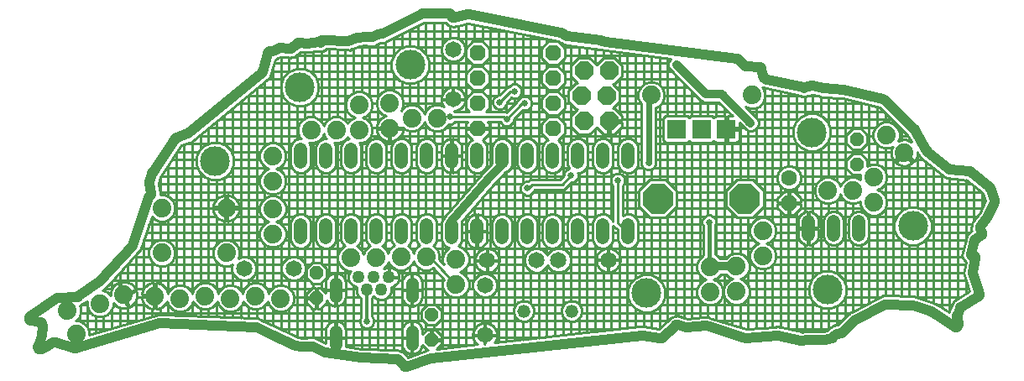
<source format=gbl>
G75*
%MOIN*%
%OFA0B0*%
%FSLAX25Y25*%
%IPPOS*%
%LPD*%
%AMOC8*
5,1,8,0,0,1.08239X$1,22.5*
%
%ADD10C,0.03937*%
%ADD11C,0.01600*%
%ADD12C,0.06500*%
%ADD13OC8,0.07400*%
%ADD14C,0.07400*%
%ADD15C,0.05200*%
%ADD16C,0.05200*%
%ADD17C,0.11811*%
%ADD18R,0.07400X0.07400*%
%ADD19OC8,0.11811*%
%ADD20OC8,0.06300*%
%ADD21C,0.06300*%
%ADD22OC8,0.05200*%
%ADD23C,0.05000*%
%ADD24C,0.05000*%
%ADD25C,0.01000*%
%ADD26C,0.03200*%
%ADD27C,0.02500*%
%ADD28OC8,0.02500*%
%ADD29C,0.01200*%
%ADD30C,0.02600*%
%ADD31C,0.02400*%
D10*
X0010938Y0035616D02*
X0012395Y0036356D01*
X0015428Y0038243D01*
X0016238Y0038353D02*
X0023951Y0036090D01*
X0024515Y0036091D02*
X0057713Y0045895D01*
X0058038Y0045935D02*
X0095830Y0044378D01*
X0096227Y0044278D02*
X0102228Y0041358D01*
X0111809Y0036942D01*
X0112081Y0036861D02*
X0113708Y0036619D01*
X0118351Y0036707D01*
X0118819Y0036601D02*
X0123321Y0034334D01*
X0123629Y0034238D02*
X0137805Y0032210D01*
X0137908Y0032200D02*
X0151907Y0031666D01*
X0152600Y0031348D02*
X0154926Y0028854D01*
X0154927Y0028854D02*
X0154970Y0028811D01*
X0155015Y0028770D01*
X0155063Y0028732D01*
X0155113Y0028697D01*
X0155166Y0028666D01*
X0155220Y0028637D01*
X0155275Y0028612D01*
X0155333Y0028590D01*
X0155391Y0028572D01*
X0155450Y0028558D01*
X0155510Y0028547D01*
X0155571Y0028540D01*
X0155632Y0028536D01*
X0155693Y0028537D01*
X0155754Y0028541D01*
X0155815Y0028548D01*
X0155875Y0028560D01*
X0155934Y0028575D01*
X0155992Y0028593D01*
X0155992Y0028594D02*
X0165462Y0031949D01*
X0165688Y0032001D02*
X0249477Y0041090D01*
X0249763Y0041080D02*
X0256474Y0039869D01*
X0257327Y0040115D02*
X0262684Y0045024D01*
X0263656Y0045242D02*
X0266788Y0044269D01*
X0267172Y0044227D02*
X0274544Y0044867D01*
X0274927Y0044825D02*
X0290420Y0040022D01*
X0290801Y0039981D02*
X0302917Y0041015D01*
X0303214Y0040996D02*
X0312530Y0038973D01*
X0312727Y0038873D02*
X0314828Y0039139D01*
X0314942Y0039147D02*
X0321732Y0039221D01*
X0321986Y0039256D02*
X0324632Y0039981D01*
X0325128Y0040295D02*
X0325370Y0040578D01*
X0325512Y0040714D02*
X0326727Y0041670D01*
X0326726Y0041670D02*
X0326739Y0041640D01*
X0326755Y0041611D01*
X0326775Y0041585D01*
X0326797Y0041561D01*
X0326822Y0041539D01*
X0326849Y0041521D01*
X0326878Y0041506D01*
X0326909Y0041494D01*
X0326940Y0041486D01*
X0326973Y0041481D01*
X0327006Y0041480D01*
X0327038Y0041483D01*
X0327071Y0041490D01*
X0328395Y0041840D01*
X0328838Y0042091D02*
X0334083Y0047210D01*
X0334318Y0047380D02*
X0345641Y0053316D01*
X0346136Y0053430D02*
X0356666Y0053100D01*
X0356959Y0053046D02*
X0364414Y0050483D01*
X0364644Y0050370D02*
X0373362Y0044565D01*
X0373363Y0044565D02*
X0373415Y0044532D01*
X0373469Y0044503D01*
X0373524Y0044477D01*
X0373581Y0044455D01*
X0373639Y0044436D01*
X0373699Y0044421D01*
X0373759Y0044410D01*
X0373820Y0044402D01*
X0373881Y0044398D01*
X0373942Y0044397D01*
X0374003Y0044401D01*
X0374064Y0044408D01*
X0374124Y0044419D01*
X0374184Y0044433D01*
X0374242Y0044451D01*
X0374299Y0044473D01*
X0374355Y0044498D01*
X0374409Y0044527D01*
X0374462Y0044558D01*
X0374512Y0044593D01*
X0374560Y0044631D01*
X0374606Y0044672D01*
X0374649Y0044715D01*
X0374689Y0044761D01*
X0374727Y0044810D01*
X0374761Y0044861D01*
X0374792Y0044913D01*
X0374820Y0044968D01*
X0374845Y0045024D01*
X0374866Y0045081D01*
X0374883Y0045140D01*
X0374993Y0045555D01*
X0375008Y0046005D02*
X0374506Y0048562D01*
X0374546Y0049091D02*
X0375540Y0051873D01*
X0375963Y0052391D02*
X0382873Y0056592D01*
X0382924Y0056624D01*
X0382972Y0056660D01*
X0383018Y0056699D01*
X0383062Y0056740D01*
X0383103Y0056784D01*
X0383142Y0056830D01*
X0383178Y0056879D01*
X0383210Y0056929D01*
X0383240Y0056982D01*
X0383266Y0057036D01*
X0383289Y0057091D01*
X0383309Y0057148D01*
X0383325Y0057206D01*
X0383338Y0057265D01*
X0383347Y0057325D01*
X0383352Y0057385D01*
X0383354Y0057445D01*
X0383352Y0057505D01*
X0383347Y0057565D01*
X0383338Y0057624D01*
X0383325Y0057683D01*
X0383309Y0057741D01*
X0383309Y0057742D02*
X0380792Y0065888D01*
X0380763Y0066359D02*
X0381702Y0071624D01*
X0381701Y0071623D02*
X0381711Y0071686D01*
X0381716Y0071748D01*
X0381717Y0071811D01*
X0381714Y0071873D01*
X0381708Y0071936D01*
X0381697Y0071998D01*
X0381683Y0072059D01*
X0381665Y0072119D01*
X0381643Y0072177D01*
X0381617Y0072235D01*
X0381588Y0072290D01*
X0381555Y0072344D01*
X0381520Y0072395D01*
X0381481Y0072445D01*
X0381439Y0072491D01*
X0381394Y0072535D01*
X0381346Y0072576D01*
X0381296Y0072614D01*
X0381244Y0072649D01*
X0381190Y0072680D01*
X0381134Y0072708D01*
X0381076Y0072732D01*
X0381017Y0072753D01*
X0380956Y0072770D01*
X0380895Y0072783D01*
X0380833Y0072792D01*
X0380770Y0072798D01*
X0380708Y0072799D01*
X0380645Y0072796D01*
X0380583Y0072790D01*
X0380521Y0072780D01*
X0380521Y0072779D02*
X0380486Y0072774D01*
X0380450Y0072772D01*
X0380414Y0072774D01*
X0380378Y0072780D01*
X0380343Y0072789D01*
X0380309Y0072801D01*
X0380277Y0072817D01*
X0380246Y0072836D01*
X0380217Y0072858D01*
X0380191Y0072883D01*
X0380168Y0072911D01*
X0380147Y0072940D01*
X0380129Y0072972D01*
X0380115Y0073005D01*
X0380104Y0073039D01*
X0380096Y0073074D01*
X0380093Y0073110D01*
X0380092Y0073146D01*
X0380096Y0073182D01*
X0380103Y0073218D01*
X0381512Y0078872D01*
X0381920Y0079457D02*
X0383965Y0080846D01*
X0384015Y0080882D01*
X0384063Y0080922D01*
X0384109Y0080964D01*
X0384151Y0081010D01*
X0384191Y0081058D01*
X0384228Y0081108D01*
X0384262Y0081160D01*
X0384292Y0081215D01*
X0384319Y0081271D01*
X0384342Y0081329D01*
X0384361Y0081388D01*
X0384377Y0081448D01*
X0384389Y0081509D01*
X0384398Y0081571D01*
X0384402Y0081633D01*
X0384403Y0081695D01*
X0384399Y0081757D01*
X0384392Y0081819D01*
X0384381Y0081880D01*
X0384366Y0081941D01*
X0384348Y0082000D01*
X0384326Y0082058D01*
X0384300Y0082115D01*
X0383690Y0083353D01*
X0383665Y0083409D01*
X0383642Y0083467D01*
X0383624Y0083525D01*
X0383609Y0083585D01*
X0383598Y0083646D01*
X0383591Y0083707D01*
X0383587Y0083769D01*
X0383588Y0083830D01*
X0383592Y0083892D01*
X0383600Y0083953D01*
X0383611Y0084013D01*
X0383626Y0084073D01*
X0383645Y0084132D01*
X0383668Y0084189D01*
X0383694Y0084245D01*
X0383723Y0084299D01*
X0383756Y0084351D01*
X0383792Y0084401D01*
X0383792Y0084402D02*
X0386748Y0088278D01*
X0389425Y0094058D01*
X0389449Y0094843D02*
X0387598Y0099573D01*
X0387297Y0099985D02*
X0379945Y0105943D01*
X0379419Y0106160D02*
X0371652Y0106974D01*
X0371131Y0107188D02*
X0362749Y0113905D01*
X0362506Y0114189D02*
X0357684Y0122633D01*
X0357516Y0122850D02*
X0345598Y0134565D01*
X0345139Y0134822D02*
X0329479Y0138722D01*
X0329289Y0138750D02*
X0321570Y0139150D01*
X0321247Y0139222D02*
X0319932Y0139754D01*
X0317071Y0140226D01*
X0316643Y0140203D02*
X0314057Y0139492D01*
X0313573Y0139481D02*
X0298931Y0142758D01*
X0298575Y0142914D02*
X0297882Y0143400D01*
X0297493Y0143948D02*
X0296622Y0147036D01*
X0296621Y0147036D02*
X0296603Y0147094D01*
X0296582Y0147151D01*
X0296557Y0147206D01*
X0296528Y0147259D01*
X0296497Y0147311D01*
X0296462Y0147361D01*
X0296425Y0147408D01*
X0296384Y0147454D01*
X0296341Y0147496D01*
X0296296Y0147536D01*
X0296248Y0147573D01*
X0296198Y0147607D01*
X0296146Y0147639D01*
X0296092Y0147666D01*
X0296037Y0147691D01*
X0295980Y0147712D01*
X0295922Y0147730D01*
X0295863Y0147744D01*
X0295803Y0147755D01*
X0295743Y0147761D01*
X0295683Y0147765D01*
X0291046Y0147874D01*
X0290492Y0148057D02*
X0289356Y0148861D01*
X0287648Y0150674D01*
X0287050Y0150980D02*
X0234996Y0157775D01*
X0233808Y0158022D01*
X0233356Y0158114D01*
X0233111Y0158155D01*
X0219808Y0159840D01*
X0219463Y0159950D02*
X0217229Y0161142D01*
X0216957Y0161240D02*
X0180604Y0168610D01*
X0180174Y0168602D02*
X0174831Y0167331D01*
X0174832Y0167331D02*
X0174772Y0167319D01*
X0174711Y0167310D01*
X0174651Y0167305D01*
X0174590Y0167304D01*
X0174529Y0167307D01*
X0174468Y0167313D01*
X0174408Y0167323D01*
X0174349Y0167336D01*
X0174290Y0167353D01*
X0174233Y0167374D01*
X0174177Y0167398D01*
X0174122Y0167426D01*
X0174070Y0167456D01*
X0174019Y0167490D01*
X0173970Y0167527D01*
X0173924Y0167567D01*
X0173881Y0167609D01*
X0173840Y0167655D01*
X0173801Y0167702D01*
X0173766Y0167752D01*
X0173734Y0167804D01*
X0173705Y0167857D01*
X0173680Y0167913D01*
X0173658Y0167970D01*
X0173639Y0168028D01*
X0173639Y0168027D02*
X0173614Y0168114D01*
X0173613Y0168114D02*
X0173594Y0168173D01*
X0173572Y0168230D01*
X0173546Y0168286D01*
X0173517Y0168340D01*
X0173484Y0168392D01*
X0173449Y0168442D01*
X0173410Y0168490D01*
X0173369Y0168536D01*
X0173324Y0168578D01*
X0173278Y0168618D01*
X0173228Y0168655D01*
X0173177Y0168689D01*
X0173124Y0168720D01*
X0173069Y0168747D01*
X0173012Y0168771D01*
X0172954Y0168791D01*
X0172895Y0168808D01*
X0172835Y0168821D01*
X0172774Y0168831D01*
X0172713Y0168836D01*
X0172652Y0168838D01*
X0162111Y0168833D01*
X0161659Y0168725D02*
X0146351Y0160964D01*
X0145955Y0160858D02*
X0144207Y0160760D01*
X0142460Y0159653D01*
X0141901Y0159498D02*
X0140845Y0159522D01*
X0139613Y0159608D01*
X0136227Y0159336D01*
X0135930Y0159265D02*
X0132861Y0158014D01*
X0132429Y0157941D02*
X0122974Y0158455D01*
X0122177Y0158127D02*
X0121550Y0157432D01*
X0121193Y0157505D01*
X0120890Y0157519D02*
X0116351Y0157047D01*
X0113221Y0157191D01*
X0112639Y0157036D02*
X0111724Y0156454D01*
X0110759Y0155660D01*
X0110737Y0155642D02*
X0109907Y0154999D01*
X0109907Y0154998D02*
X0109904Y0154997D01*
X0109900Y0154997D01*
X0109901Y0154998D02*
X0109233Y0154928D01*
X0105362Y0155130D01*
X0104906Y0155046D02*
X0102773Y0154104D01*
X0102577Y0154041D02*
X0101480Y0153807D01*
X0101421Y0153793D01*
X0101364Y0153775D01*
X0101308Y0153754D01*
X0101253Y0153730D01*
X0101200Y0153702D01*
X0101149Y0153671D01*
X0101100Y0153638D01*
X0101052Y0153601D01*
X0101007Y0153561D01*
X0100965Y0153519D01*
X0100924Y0153475D01*
X0100887Y0153428D01*
X0100853Y0153379D01*
X0100821Y0153328D01*
X0100793Y0153275D01*
X0100768Y0153221D01*
X0100746Y0153165D01*
X0100728Y0153108D01*
X0098596Y0145773D01*
X0098270Y0145280D02*
X0069063Y0121311D01*
X0068767Y0121143D02*
X0064550Y0119627D01*
X0064058Y0119243D02*
X0054898Y0105600D01*
X0054764Y0105306D02*
X0053811Y0101814D01*
X0053792Y0101370D02*
X0054468Y0097687D01*
X0054201Y0096808D02*
X0053556Y0096147D01*
X0053322Y0095761D02*
X0047177Y0077080D01*
X0046965Y0076717D02*
X0034186Y0062741D01*
X0034022Y0062597D02*
X0025306Y0056490D01*
X0024781Y0056311D02*
X0017594Y0055963D01*
X0017087Y0055796D02*
X0006467Y0048693D01*
X0006417Y0048657D01*
X0006369Y0048618D01*
X0006323Y0048576D01*
X0006280Y0048531D01*
X0006240Y0048484D01*
X0006203Y0048435D01*
X0006169Y0048383D01*
X0006139Y0048329D01*
X0006111Y0048273D01*
X0006088Y0048216D01*
X0006068Y0048157D01*
X0006051Y0048098D01*
X0006038Y0048037D01*
X0006029Y0047976D01*
X0006024Y0047914D01*
X0006023Y0047852D01*
X0006026Y0047790D01*
X0006032Y0047729D01*
X0006042Y0047667D01*
X0006056Y0047607D01*
X0006074Y0047548D01*
X0006095Y0047490D01*
X0006120Y0047433D01*
X0006148Y0047378D01*
X0006180Y0047325D01*
X0006215Y0047273D01*
X0006253Y0047224D01*
X0006294Y0047178D01*
X0006337Y0047134D01*
X0006384Y0047093D01*
X0006433Y0047055D01*
X0006484Y0047020D01*
X0006537Y0046988D01*
X0006592Y0046960D01*
X0006649Y0046935D01*
X0006707Y0046913D01*
X0006766Y0046896D01*
X0006826Y0046882D01*
X0006887Y0046871D01*
X0010068Y0046436D01*
X0010126Y0046426D01*
X0010185Y0046413D01*
X0010242Y0046396D01*
X0010298Y0046376D01*
X0010353Y0046352D01*
X0010406Y0046325D01*
X0010458Y0046296D01*
X0010508Y0046263D01*
X0010555Y0046227D01*
X0010601Y0046188D01*
X0010644Y0046147D01*
X0010685Y0046103D01*
X0010723Y0046057D01*
X0010758Y0046009D01*
X0010790Y0045959D01*
X0010819Y0045907D01*
X0010845Y0045853D01*
X0010868Y0045798D01*
X0011232Y0044830D01*
X0011292Y0044375D02*
X0010967Y0041214D01*
X0010921Y0041002D02*
X0009536Y0036822D01*
X0009518Y0036762D01*
X0009504Y0036702D01*
X0009494Y0036640D01*
X0009488Y0036579D01*
X0009485Y0036517D01*
X0009486Y0036454D01*
X0009492Y0036393D01*
X0009501Y0036331D01*
X0009513Y0036270D01*
X0009530Y0036210D01*
X0009550Y0036152D01*
X0009574Y0036094D01*
X0009601Y0036039D01*
X0009632Y0035985D01*
X0009666Y0035933D01*
X0009704Y0035883D01*
X0009744Y0035836D01*
X0009787Y0035791D01*
X0009833Y0035749D01*
X0009881Y0035710D01*
X0009932Y0035674D01*
X0009985Y0035641D01*
X0010039Y0035612D01*
X0010096Y0035586D01*
X0010154Y0035564D01*
X0010213Y0035545D01*
X0010273Y0035530D01*
X0010334Y0035518D01*
X0010396Y0035511D01*
X0010458Y0035507D01*
X0010520Y0035508D01*
X0010582Y0035512D01*
X0010644Y0035520D01*
X0010705Y0035531D01*
X0010765Y0035547D01*
X0010824Y0035566D01*
X0010882Y0035589D01*
X0010938Y0035615D01*
X0015428Y0038243D02*
X0015480Y0038273D01*
X0015533Y0038300D01*
X0015589Y0038324D01*
X0015645Y0038344D01*
X0015703Y0038361D01*
X0015762Y0038375D01*
X0015821Y0038385D01*
X0015881Y0038391D01*
X0015941Y0038394D01*
X0016001Y0038393D01*
X0016061Y0038388D01*
X0016120Y0038380D01*
X0016179Y0038369D01*
X0016238Y0038354D01*
X0010921Y0041002D02*
X0010937Y0041054D01*
X0010950Y0041107D01*
X0010960Y0041161D01*
X0010967Y0041215D01*
X0011292Y0044376D02*
X0011296Y0044434D01*
X0011297Y0044491D01*
X0011294Y0044549D01*
X0011289Y0044607D01*
X0011280Y0044664D01*
X0011267Y0044720D01*
X0011252Y0044776D01*
X0011233Y0044831D01*
X0023950Y0036090D02*
X0024006Y0036076D01*
X0024062Y0036065D01*
X0024119Y0036056D01*
X0024176Y0036052D01*
X0024233Y0036050D01*
X0024290Y0036052D01*
X0024347Y0036057D01*
X0024404Y0036065D01*
X0024460Y0036076D01*
X0024515Y0036091D01*
X0057713Y0045895D02*
X0057766Y0045909D01*
X0057819Y0045920D01*
X0057873Y0045928D01*
X0057928Y0045934D01*
X0057982Y0045936D01*
X0058037Y0045935D01*
X0025306Y0056490D02*
X0025253Y0056456D01*
X0025199Y0056425D01*
X0025143Y0056397D01*
X0025085Y0056373D01*
X0025026Y0056353D01*
X0024966Y0056337D01*
X0024904Y0056324D01*
X0024843Y0056315D01*
X0024780Y0056310D01*
X0017595Y0055964D02*
X0017535Y0055959D01*
X0017475Y0055951D01*
X0017416Y0055939D01*
X0017358Y0055924D01*
X0017301Y0055905D01*
X0017245Y0055882D01*
X0017191Y0055857D01*
X0017138Y0055828D01*
X0017087Y0055796D01*
X0034022Y0062597D02*
X0034066Y0062630D01*
X0034108Y0062665D01*
X0034148Y0062702D01*
X0034186Y0062741D01*
X0046965Y0076717D02*
X0047004Y0076763D01*
X0047041Y0076811D01*
X0047075Y0076861D01*
X0047105Y0076913D01*
X0047132Y0076967D01*
X0047156Y0077023D01*
X0047177Y0077080D01*
X0053322Y0095761D02*
X0053341Y0095815D01*
X0053364Y0095867D01*
X0053389Y0095918D01*
X0053417Y0095968D01*
X0053448Y0096015D01*
X0053481Y0096061D01*
X0053517Y0096105D01*
X0053556Y0096147D01*
X0054201Y0096808D02*
X0054241Y0096852D01*
X0054279Y0096898D01*
X0054314Y0096946D01*
X0054346Y0096997D01*
X0054375Y0097049D01*
X0054400Y0097103D01*
X0054423Y0097158D01*
X0054442Y0097215D01*
X0054457Y0097272D01*
X0054470Y0097331D01*
X0054478Y0097390D01*
X0054483Y0097449D01*
X0054485Y0097509D01*
X0054483Y0097568D01*
X0054478Y0097628D01*
X0054469Y0097687D01*
X0053791Y0101370D02*
X0053783Y0101426D01*
X0053777Y0101481D01*
X0053775Y0101537D01*
X0053776Y0101593D01*
X0053780Y0101649D01*
X0053787Y0101705D01*
X0053797Y0101760D01*
X0053810Y0101814D01*
X0054764Y0105305D02*
X0054780Y0105357D01*
X0054798Y0105408D01*
X0054820Y0105458D01*
X0054843Y0105506D01*
X0054870Y0105554D01*
X0054899Y0105599D01*
X0064058Y0119243D02*
X0064091Y0119290D01*
X0064127Y0119335D01*
X0064166Y0119378D01*
X0064207Y0119418D01*
X0064251Y0119456D01*
X0064296Y0119492D01*
X0064343Y0119525D01*
X0064393Y0119555D01*
X0064444Y0119582D01*
X0064496Y0119606D01*
X0064550Y0119627D01*
X0068767Y0121143D02*
X0068820Y0121164D01*
X0068872Y0121188D01*
X0068923Y0121214D01*
X0068971Y0121244D01*
X0069018Y0121276D01*
X0069063Y0121311D01*
X0098270Y0145280D02*
X0098316Y0145319D01*
X0098358Y0145362D01*
X0098399Y0145406D01*
X0098436Y0145453D01*
X0098471Y0145502D01*
X0098502Y0145553D01*
X0098531Y0145606D01*
X0098556Y0145661D01*
X0098578Y0145717D01*
X0098596Y0145774D01*
X0102577Y0154041D02*
X0102627Y0154053D01*
X0102677Y0154068D01*
X0102725Y0154085D01*
X0102773Y0154104D01*
X0104906Y0155046D02*
X0104960Y0155068D01*
X0105015Y0155087D01*
X0105072Y0155102D01*
X0105129Y0155115D01*
X0105187Y0155123D01*
X0105245Y0155129D01*
X0105304Y0155131D01*
X0105362Y0155130D01*
X0110737Y0155643D02*
X0110759Y0155661D01*
X0112638Y0157036D02*
X0112691Y0157067D01*
X0112746Y0157095D01*
X0112802Y0157120D01*
X0112859Y0157141D01*
X0112918Y0157158D01*
X0112977Y0157172D01*
X0113038Y0157183D01*
X0113099Y0157189D01*
X0113160Y0157192D01*
X0113221Y0157191D01*
X0120890Y0157520D02*
X0120950Y0157524D01*
X0121011Y0157525D01*
X0121072Y0157522D01*
X0121132Y0157515D01*
X0121192Y0157505D01*
X0122177Y0158127D02*
X0122219Y0158170D01*
X0122262Y0158210D01*
X0122308Y0158248D01*
X0122356Y0158283D01*
X0122406Y0158315D01*
X0122458Y0158344D01*
X0122511Y0158370D01*
X0122566Y0158392D01*
X0122622Y0158412D01*
X0122680Y0158428D01*
X0122738Y0158440D01*
X0122796Y0158449D01*
X0122856Y0158455D01*
X0122915Y0158457D01*
X0122974Y0158456D01*
X0132430Y0157941D02*
X0132485Y0157940D01*
X0132540Y0157942D01*
X0132595Y0157946D01*
X0132650Y0157954D01*
X0132704Y0157964D01*
X0132757Y0157978D01*
X0132810Y0157995D01*
X0132862Y0158014D01*
X0135929Y0159266D02*
X0135987Y0159287D01*
X0136046Y0159305D01*
X0136105Y0159319D01*
X0136166Y0159330D01*
X0136227Y0159337D01*
X0141902Y0159498D02*
X0141961Y0159499D01*
X0142019Y0159502D01*
X0142078Y0159510D01*
X0142136Y0159520D01*
X0142193Y0159534D01*
X0142249Y0159552D01*
X0142304Y0159573D01*
X0142358Y0159596D01*
X0142410Y0159623D01*
X0142460Y0159653D01*
X0145955Y0160858D02*
X0146013Y0160863D01*
X0146072Y0160871D01*
X0146130Y0160883D01*
X0146187Y0160898D01*
X0146243Y0160917D01*
X0146298Y0160939D01*
X0146351Y0160964D01*
X0161659Y0168725D02*
X0161712Y0168750D01*
X0161766Y0168772D01*
X0161822Y0168790D01*
X0161878Y0168806D01*
X0161936Y0168818D01*
X0161994Y0168826D01*
X0162052Y0168831D01*
X0162111Y0168833D01*
X0180174Y0168603D02*
X0180235Y0168615D01*
X0180296Y0168624D01*
X0180358Y0168629D01*
X0180420Y0168630D01*
X0180482Y0168627D01*
X0180544Y0168620D01*
X0180605Y0168610D01*
X0216957Y0161240D02*
X0217013Y0161227D01*
X0217069Y0161210D01*
X0217123Y0161191D01*
X0217177Y0161168D01*
X0217229Y0161142D01*
X0219462Y0159950D02*
X0219517Y0159923D01*
X0219573Y0159899D01*
X0219630Y0159879D01*
X0219688Y0159862D01*
X0219747Y0159849D01*
X0219807Y0159840D01*
X0287049Y0150980D02*
X0287111Y0150970D01*
X0287172Y0150956D01*
X0287232Y0150938D01*
X0287290Y0150917D01*
X0287347Y0150892D01*
X0287403Y0150864D01*
X0287456Y0150832D01*
X0287508Y0150797D01*
X0287557Y0150759D01*
X0287604Y0150718D01*
X0287648Y0150674D01*
X0290491Y0148058D02*
X0290541Y0148025D01*
X0290592Y0147995D01*
X0290645Y0147968D01*
X0290699Y0147945D01*
X0290755Y0147925D01*
X0290812Y0147908D01*
X0290869Y0147894D01*
X0290927Y0147884D01*
X0290986Y0147877D01*
X0291045Y0147874D01*
X0297493Y0143948D02*
X0297511Y0143888D01*
X0297534Y0143830D01*
X0297560Y0143774D01*
X0297589Y0143719D01*
X0297622Y0143666D01*
X0297658Y0143615D01*
X0297697Y0143566D01*
X0297739Y0143521D01*
X0297784Y0143477D01*
X0297832Y0143437D01*
X0297882Y0143400D01*
X0298576Y0142915D02*
X0298622Y0142884D01*
X0298670Y0142856D01*
X0298720Y0142831D01*
X0298771Y0142808D01*
X0298823Y0142789D01*
X0298877Y0142772D01*
X0298931Y0142758D01*
X0313574Y0139480D02*
X0313634Y0139469D01*
X0313694Y0139461D01*
X0313755Y0139457D01*
X0313816Y0139456D01*
X0313877Y0139460D01*
X0313938Y0139467D01*
X0313998Y0139477D01*
X0314057Y0139492D01*
X0316643Y0140203D02*
X0316703Y0140218D01*
X0316764Y0140229D01*
X0316825Y0140236D01*
X0316886Y0140239D01*
X0316948Y0140238D01*
X0317010Y0140234D01*
X0317071Y0140226D01*
X0321247Y0139222D02*
X0321299Y0139203D01*
X0321352Y0139186D01*
X0321406Y0139173D01*
X0321460Y0139162D01*
X0321515Y0139155D01*
X0321570Y0139150D01*
X0329290Y0138751D02*
X0329338Y0138747D01*
X0329385Y0138741D01*
X0329433Y0138733D01*
X0329480Y0138722D01*
X0345139Y0134822D02*
X0345196Y0134806D01*
X0345252Y0134787D01*
X0345306Y0134764D01*
X0345360Y0134739D01*
X0345411Y0134710D01*
X0345461Y0134678D01*
X0345509Y0134643D01*
X0345555Y0134605D01*
X0345598Y0134565D01*
X0357516Y0122850D02*
X0357554Y0122811D01*
X0357590Y0122769D01*
X0357624Y0122725D01*
X0357655Y0122680D01*
X0357683Y0122633D01*
X0362507Y0114189D02*
X0362539Y0114136D01*
X0362576Y0114084D01*
X0362615Y0114035D01*
X0362657Y0113989D01*
X0362702Y0113945D01*
X0362750Y0113905D01*
X0371131Y0107188D02*
X0371176Y0107153D01*
X0371224Y0107121D01*
X0371273Y0107092D01*
X0371324Y0107066D01*
X0371376Y0107043D01*
X0371429Y0107023D01*
X0371484Y0107006D01*
X0371539Y0106992D01*
X0371595Y0106981D01*
X0371652Y0106973D01*
X0379419Y0106161D02*
X0379476Y0106153D01*
X0379533Y0106142D01*
X0379589Y0106128D01*
X0379644Y0106110D01*
X0379698Y0106090D01*
X0379750Y0106066D01*
X0379801Y0106040D01*
X0379851Y0106010D01*
X0379899Y0105978D01*
X0379945Y0105943D01*
X0387297Y0099985D02*
X0387340Y0099948D01*
X0387381Y0099908D01*
X0387420Y0099865D01*
X0387457Y0099821D01*
X0387491Y0099775D01*
X0387522Y0099727D01*
X0387550Y0099677D01*
X0387576Y0099625D01*
X0387598Y0099572D01*
X0389449Y0094842D02*
X0389470Y0094784D01*
X0389487Y0094724D01*
X0389501Y0094664D01*
X0389510Y0094602D01*
X0389516Y0094541D01*
X0389518Y0094479D01*
X0389516Y0094417D01*
X0389510Y0094355D01*
X0389501Y0094294D01*
X0389488Y0094233D01*
X0389470Y0094173D01*
X0389450Y0094115D01*
X0389425Y0094058D01*
X0381920Y0079457D02*
X0381871Y0079422D01*
X0381824Y0079383D01*
X0381779Y0079342D01*
X0381737Y0079298D01*
X0381698Y0079251D01*
X0381662Y0079202D01*
X0381629Y0079151D01*
X0381599Y0079098D01*
X0381572Y0079044D01*
X0381548Y0078988D01*
X0381528Y0078930D01*
X0381512Y0078872D01*
X0380763Y0066359D02*
X0380754Y0066300D01*
X0380749Y0066240D01*
X0380747Y0066181D01*
X0380749Y0066121D01*
X0380754Y0066062D01*
X0380763Y0066003D01*
X0380776Y0065945D01*
X0380792Y0065888D01*
X0375963Y0052390D02*
X0375911Y0052357D01*
X0375861Y0052320D01*
X0375814Y0052280D01*
X0375769Y0052237D01*
X0375727Y0052192D01*
X0375688Y0052144D01*
X0375652Y0052093D01*
X0375619Y0052041D01*
X0375589Y0051986D01*
X0375563Y0051930D01*
X0375540Y0051873D01*
X0374545Y0049091D02*
X0374527Y0049034D01*
X0374512Y0048976D01*
X0374500Y0048918D01*
X0374492Y0048858D01*
X0374488Y0048799D01*
X0374487Y0048739D01*
X0374490Y0048680D01*
X0374496Y0048620D01*
X0374506Y0048561D01*
X0375008Y0046005D02*
X0375018Y0045949D01*
X0375024Y0045892D01*
X0375027Y0045836D01*
X0375026Y0045779D01*
X0375023Y0045722D01*
X0375016Y0045666D01*
X0375006Y0045610D01*
X0374993Y0045555D01*
X0364643Y0050370D02*
X0364600Y0050398D01*
X0364555Y0050423D01*
X0364509Y0050445D01*
X0364462Y0050466D01*
X0364414Y0050484D01*
X0356959Y0053047D02*
X0356902Y0053064D01*
X0356844Y0053079D01*
X0356785Y0053090D01*
X0356725Y0053097D01*
X0356665Y0053101D01*
X0346136Y0053430D02*
X0346079Y0053430D01*
X0346022Y0053427D01*
X0345965Y0053420D01*
X0345909Y0053411D01*
X0345853Y0053398D01*
X0345799Y0053382D01*
X0345745Y0053363D01*
X0345692Y0053341D01*
X0345641Y0053316D01*
X0334318Y0047381D02*
X0334267Y0047352D01*
X0334218Y0047321D01*
X0334171Y0047287D01*
X0334126Y0047250D01*
X0334084Y0047211D01*
X0328838Y0042091D02*
X0328796Y0042053D01*
X0328752Y0042016D01*
X0328706Y0041983D01*
X0328658Y0041952D01*
X0328608Y0041923D01*
X0328557Y0041898D01*
X0328504Y0041876D01*
X0328450Y0041856D01*
X0328395Y0041840D01*
X0325512Y0040714D02*
X0325474Y0040683D01*
X0325438Y0040650D01*
X0325403Y0040615D01*
X0325370Y0040578D01*
X0325128Y0040295D02*
X0325088Y0040251D01*
X0325045Y0040209D01*
X0325000Y0040170D01*
X0324953Y0040134D01*
X0324903Y0040100D01*
X0324852Y0040070D01*
X0324799Y0040043D01*
X0324745Y0040019D01*
X0324689Y0039998D01*
X0324632Y0039980D01*
X0321985Y0039256D02*
X0321935Y0039244D01*
X0321885Y0039235D01*
X0321834Y0039227D01*
X0321783Y0039223D01*
X0321732Y0039221D01*
X0314942Y0039147D02*
X0314885Y0039145D01*
X0314828Y0039139D01*
X0312727Y0038874D02*
X0312698Y0038897D01*
X0312668Y0038918D01*
X0312635Y0038936D01*
X0312602Y0038951D01*
X0312567Y0038964D01*
X0312531Y0038973D01*
X0303214Y0040996D02*
X0303155Y0041007D01*
X0303096Y0041015D01*
X0303036Y0041018D01*
X0302977Y0041019D01*
X0302917Y0041015D01*
X0290801Y0039981D02*
X0290746Y0039977D01*
X0290691Y0039977D01*
X0290636Y0039980D01*
X0290581Y0039986D01*
X0290527Y0039995D01*
X0290473Y0040007D01*
X0290420Y0040022D01*
X0274927Y0044825D02*
X0274874Y0044840D01*
X0274820Y0044852D01*
X0274765Y0044861D01*
X0274710Y0044867D01*
X0274655Y0044870D01*
X0274600Y0044870D01*
X0274545Y0044866D01*
X0267171Y0044228D02*
X0267116Y0044224D01*
X0267061Y0044224D01*
X0267005Y0044227D01*
X0266950Y0044233D01*
X0266896Y0044242D01*
X0266842Y0044254D01*
X0266788Y0044269D01*
X0263656Y0045242D02*
X0263597Y0045258D01*
X0263537Y0045271D01*
X0263476Y0045280D01*
X0263415Y0045285D01*
X0263354Y0045287D01*
X0263292Y0045285D01*
X0263231Y0045279D01*
X0263171Y0045269D01*
X0263111Y0045256D01*
X0263052Y0045239D01*
X0262994Y0045218D01*
X0262938Y0045194D01*
X0262883Y0045166D01*
X0262830Y0045135D01*
X0262779Y0045101D01*
X0262730Y0045064D01*
X0262683Y0045024D01*
X0257327Y0040116D02*
X0257280Y0040076D01*
X0257231Y0040039D01*
X0257180Y0040005D01*
X0257127Y0039974D01*
X0257072Y0039946D01*
X0257016Y0039922D01*
X0256958Y0039901D01*
X0256899Y0039884D01*
X0256839Y0039871D01*
X0256779Y0039861D01*
X0256718Y0039855D01*
X0256656Y0039853D01*
X0256595Y0039855D01*
X0256534Y0039860D01*
X0256473Y0039869D01*
X0249763Y0041080D02*
X0249706Y0041089D01*
X0249649Y0041094D01*
X0249592Y0041096D01*
X0249534Y0041095D01*
X0249477Y0041090D01*
X0165688Y0032001D02*
X0165631Y0031993D01*
X0165574Y0031982D01*
X0165517Y0031967D01*
X0165462Y0031950D01*
X0152600Y0031348D02*
X0152558Y0031391D01*
X0152513Y0031431D01*
X0152466Y0031468D01*
X0152417Y0031503D01*
X0152365Y0031534D01*
X0152312Y0031562D01*
X0152258Y0031587D01*
X0152202Y0031609D01*
X0152144Y0031627D01*
X0152086Y0031642D01*
X0152027Y0031653D01*
X0151967Y0031661D01*
X0151907Y0031665D01*
X0137908Y0032201D02*
X0137856Y0032204D01*
X0137804Y0032210D01*
X0123629Y0034237D02*
X0123576Y0034246D01*
X0123523Y0034258D01*
X0123471Y0034273D01*
X0123420Y0034291D01*
X0123370Y0034311D01*
X0123321Y0034334D01*
X0118820Y0036601D02*
X0118765Y0036627D01*
X0118708Y0036649D01*
X0118651Y0036668D01*
X0118592Y0036683D01*
X0118532Y0036695D01*
X0118472Y0036703D01*
X0118412Y0036707D01*
X0118351Y0036708D01*
X0112080Y0036861D02*
X0112024Y0036871D01*
X0111969Y0036884D01*
X0111914Y0036900D01*
X0111861Y0036919D01*
X0111808Y0036942D01*
X0096227Y0044278D02*
X0096173Y0044302D01*
X0096118Y0044323D01*
X0096062Y0044341D01*
X0096005Y0044355D01*
X0095947Y0044366D01*
X0095889Y0044374D01*
X0095830Y0044378D01*
D11*
X0275909Y0068362D02*
X0275909Y0086079D01*
X0275909Y0068362D02*
X0276303Y0068362D01*
X0102288Y0154582D02*
X0102171Y0154521D01*
X0102056Y0154457D01*
X0101943Y0154389D01*
X0101833Y0154318D01*
X0101724Y0154243D01*
X0101618Y0154166D01*
X0101514Y0154085D01*
X0101412Y0154002D01*
X0101313Y0153915D01*
X0101217Y0153825D01*
X0101123Y0153733D01*
X0101032Y0153638D01*
X0100944Y0153540D01*
X0100859Y0153439D01*
X0100777Y0153337D01*
X0100698Y0153231D01*
X0100623Y0153124D01*
X0100550Y0153014D01*
X0100481Y0152902D01*
X0100415Y0152788D01*
X0100352Y0152672D01*
X0100293Y0152555D01*
X0100238Y0152435D01*
X0100186Y0152315D01*
X0100138Y0152192D01*
X0100093Y0152068D01*
X0100052Y0151943D01*
X0100015Y0151817D01*
X0099981Y0151690D01*
X0099952Y0151562D01*
X0099926Y0151433D01*
D12*
X0174335Y0154583D03*
X0174335Y0134897D03*
X0187801Y0070850D03*
X0207486Y0070850D03*
X0216190Y0071001D03*
X0235875Y0071001D03*
X0186933Y0060882D03*
X0186933Y0041197D03*
X0110949Y0067575D03*
X0091264Y0067575D03*
D13*
X0226231Y0126142D03*
X0236231Y0126142D03*
X0235231Y0136142D03*
X0225231Y0136142D03*
X0226231Y0146142D03*
X0236231Y0146142D03*
D14*
X0252996Y0136472D03*
X0292996Y0136472D03*
X0346397Y0120709D03*
X0353469Y0113638D03*
X0341308Y0103905D03*
X0333154Y0098677D03*
X0341308Y0093905D03*
X0323154Y0098677D03*
X0297322Y0082692D03*
X0297322Y0072692D03*
X0286850Y0068460D03*
X0276303Y0068362D03*
X0276303Y0058362D03*
X0286850Y0058460D03*
X0175394Y0061359D03*
X0175394Y0071359D03*
X0163549Y0072251D03*
X0153549Y0072251D03*
X0143632Y0071889D03*
X0133632Y0071889D03*
X0105831Y0055764D03*
X0095831Y0056764D03*
X0085831Y0055764D03*
X0075831Y0056764D03*
X0065831Y0055764D03*
X0055831Y0056764D03*
X0043497Y0057183D03*
X0034100Y0053763D03*
X0021151Y0051001D03*
X0024571Y0041604D03*
X0058621Y0073832D03*
X0084221Y0073832D03*
X0102681Y0081354D03*
X0102681Y0091354D03*
X0084221Y0091632D03*
X0102615Y0102378D03*
X0102615Y0112378D03*
X0117878Y0122693D03*
X0127878Y0122693D03*
X0136933Y0122693D03*
X0149138Y0123323D03*
X0157917Y0127417D03*
X0167917Y0127417D03*
X0149138Y0133323D03*
X0136933Y0132693D03*
X0058621Y0091632D03*
D15*
X0113737Y0085030D02*
X0113737Y0079830D01*
X0123737Y0079830D02*
X0123737Y0085030D01*
X0133737Y0085030D02*
X0133737Y0079830D01*
X0143737Y0079830D02*
X0143737Y0085030D01*
X0153737Y0085030D02*
X0153737Y0079830D01*
X0163737Y0079830D02*
X0163737Y0085030D01*
X0173737Y0085030D02*
X0173737Y0079830D01*
X0183737Y0079830D02*
X0183737Y0085030D01*
X0193737Y0085030D02*
X0193737Y0079830D01*
X0203737Y0079830D02*
X0203737Y0085030D01*
X0213737Y0085030D02*
X0213737Y0079830D01*
X0223737Y0079830D02*
X0223737Y0085030D01*
X0233737Y0085030D02*
X0233737Y0079830D01*
X0243737Y0079830D02*
X0243737Y0085030D01*
X0243737Y0109830D02*
X0243737Y0115030D01*
X0233737Y0115030D02*
X0233737Y0109830D01*
X0223737Y0109830D02*
X0223737Y0115030D01*
X0213737Y0115030D02*
X0213737Y0109830D01*
X0203737Y0109830D02*
X0203737Y0115030D01*
X0193737Y0115030D02*
X0193737Y0109830D01*
X0183737Y0109830D02*
X0183737Y0115030D01*
X0173737Y0115030D02*
X0173737Y0109830D01*
X0163737Y0109830D02*
X0163737Y0115030D01*
X0153737Y0115030D02*
X0153737Y0109830D01*
X0143737Y0109830D02*
X0143737Y0115030D01*
X0133737Y0115030D02*
X0133737Y0109830D01*
X0123737Y0109830D02*
X0123737Y0115030D01*
X0113737Y0115030D02*
X0113737Y0109830D01*
X0315372Y0086240D02*
X0315372Y0081040D01*
X0325372Y0081040D02*
X0325372Y0086240D01*
X0335372Y0086240D02*
X0335372Y0081040D01*
D16*
X0221385Y0050661D03*
X0202385Y0050661D03*
D17*
X0251085Y0057836D03*
X0322950Y0059247D03*
X0356917Y0084517D03*
X0316758Y0121746D03*
X0157263Y0148595D03*
X0113428Y0139644D03*
X0079780Y0110331D03*
D18*
X0263034Y0122977D03*
X0272877Y0122977D03*
X0282719Y0122977D03*
D19*
X0290199Y0095418D03*
X0255554Y0095418D03*
D20*
X0307799Y0093677D03*
X0214042Y0123195D03*
X0214042Y0133195D03*
X0214042Y0143195D03*
X0214042Y0153195D03*
X0184042Y0153195D03*
X0184042Y0143195D03*
X0184042Y0133195D03*
X0184042Y0123195D03*
D21*
X0307799Y0103677D03*
D22*
X0334571Y0109031D03*
X0334571Y0119031D03*
X0165673Y0049346D03*
X0165673Y0039346D03*
X0120004Y0055882D03*
X0120004Y0065882D03*
D23*
X0127681Y0061744D02*
X0127681Y0056744D01*
X0127681Y0042744D02*
X0127681Y0037744D01*
X0157996Y0037744D02*
X0157996Y0042744D01*
X0157996Y0056744D02*
X0157996Y0061744D01*
D24*
X0148839Y0064244D03*
X0142839Y0064244D03*
X0145791Y0059244D03*
X0139886Y0059244D03*
X0136839Y0064244D03*
D25*
X0133099Y0062819D02*
X0131546Y0062819D01*
X0131527Y0062911D02*
X0131226Y0063639D01*
X0130788Y0064294D01*
X0130231Y0064851D01*
X0129576Y0065289D01*
X0128848Y0065590D01*
X0128075Y0065744D01*
X0127870Y0065744D01*
X0127870Y0059433D01*
X0127492Y0059433D01*
X0127492Y0059055D01*
X0123681Y0059055D01*
X0123681Y0058003D01*
X0121702Y0059982D01*
X0120304Y0059982D01*
X0120304Y0056182D01*
X0119704Y0056182D01*
X0119704Y0059982D01*
X0118306Y0059982D01*
X0115904Y0057580D01*
X0115904Y0056182D01*
X0119704Y0056182D01*
X0119704Y0055582D01*
X0115904Y0055582D01*
X0115904Y0054183D01*
X0118306Y0051782D01*
X0119704Y0051782D01*
X0119704Y0055582D01*
X0120304Y0055582D01*
X0120304Y0051782D01*
X0121702Y0051782D01*
X0124104Y0054183D01*
X0124104Y0054927D01*
X0124136Y0054849D01*
X0124574Y0054194D01*
X0125131Y0053637D01*
X0125786Y0053199D01*
X0126514Y0052898D01*
X0127287Y0052744D01*
X0127492Y0052744D01*
X0127492Y0059055D01*
X0127870Y0059055D01*
X0127870Y0052744D01*
X0128075Y0052744D01*
X0128848Y0052898D01*
X0129576Y0053199D01*
X0130231Y0053637D01*
X0130788Y0054194D01*
X0131226Y0054849D01*
X0131527Y0055577D01*
X0131681Y0056350D01*
X0131681Y0059055D01*
X0127870Y0059055D01*
X0127870Y0059433D01*
X0131681Y0059433D01*
X0131681Y0062138D01*
X0131527Y0062911D01*
X0131519Y0062931D02*
X0131519Y0067136D01*
X0130686Y0067481D02*
X0132597Y0066689D01*
X0133627Y0066689D01*
X0133448Y0066510D01*
X0132839Y0065040D01*
X0132839Y0063448D01*
X0133448Y0061978D01*
X0134573Y0060853D01*
X0135981Y0060270D01*
X0135886Y0060040D01*
X0135886Y0058448D01*
X0136495Y0056978D01*
X0137620Y0055853D01*
X0137786Y0055784D01*
X0137786Y0048301D01*
X0137751Y0048266D01*
X0137333Y0047256D01*
X0137333Y0046161D01*
X0137751Y0045151D01*
X0138525Y0044377D01*
X0139536Y0043959D01*
X0140630Y0043959D01*
X0141640Y0044377D01*
X0142414Y0045151D01*
X0142833Y0046161D01*
X0142833Y0047256D01*
X0142414Y0048266D01*
X0141986Y0048694D01*
X0141986Y0055784D01*
X0142152Y0055853D01*
X0142839Y0056540D01*
X0143526Y0055853D01*
X0144996Y0055244D01*
X0146587Y0055244D01*
X0148057Y0055853D01*
X0149182Y0056978D01*
X0149791Y0058448D01*
X0149791Y0060040D01*
X0149671Y0060331D01*
X0150005Y0060398D01*
X0150733Y0060699D01*
X0151388Y0061137D01*
X0151946Y0061694D01*
X0152383Y0062349D01*
X0152685Y0063077D01*
X0152839Y0063850D01*
X0152839Y0064119D01*
X0148964Y0064119D01*
X0148964Y0064369D01*
X0152839Y0064369D01*
X0152839Y0064638D01*
X0152685Y0065411D01*
X0152383Y0066139D01*
X0151946Y0066794D01*
X0151388Y0067351D01*
X0150733Y0067789D01*
X0150005Y0068090D01*
X0149233Y0068244D01*
X0148964Y0068244D01*
X0148964Y0064369D01*
X0148714Y0064369D01*
X0148714Y0068244D01*
X0148445Y0068244D01*
X0147672Y0068090D01*
X0146944Y0067789D01*
X0146766Y0067670D01*
X0148040Y0068944D01*
X0148665Y0070453D01*
X0149140Y0069306D01*
X0150603Y0067843D01*
X0152514Y0067051D01*
X0154583Y0067051D01*
X0156494Y0067843D01*
X0157957Y0069306D01*
X0158549Y0070734D01*
X0159140Y0069306D01*
X0160603Y0067843D01*
X0162514Y0067051D01*
X0164583Y0067051D01*
X0166411Y0067808D01*
X0170624Y0063431D01*
X0170194Y0062394D01*
X0170194Y0060325D01*
X0170986Y0058414D01*
X0172449Y0056951D01*
X0174360Y0056159D01*
X0176429Y0056159D01*
X0178340Y0056951D01*
X0179803Y0058414D01*
X0180594Y0060325D01*
X0180594Y0062394D01*
X0179803Y0064305D01*
X0178340Y0065768D01*
X0176911Y0066359D01*
X0178340Y0066951D01*
X0179803Y0068414D01*
X0180594Y0070325D01*
X0180594Y0072394D01*
X0179803Y0074305D01*
X0178340Y0075768D01*
X0176429Y0076559D01*
X0176264Y0076559D01*
X0177213Y0077508D01*
X0177837Y0079014D01*
X0177837Y0085846D01*
X0177615Y0086383D01*
X0190024Y0100539D01*
X0194996Y0105914D01*
X0196059Y0106354D01*
X0197213Y0107508D01*
X0197837Y0109014D01*
X0197837Y0115846D01*
X0197213Y0117352D01*
X0196059Y0118506D01*
X0194553Y0119130D01*
X0192921Y0119130D01*
X0191415Y0118506D01*
X0190261Y0117352D01*
X0189637Y0115846D01*
X0189637Y0109251D01*
X0185834Y0105140D01*
X0185796Y0105121D01*
X0185417Y0104689D01*
X0185026Y0104266D01*
X0185011Y0104226D01*
X0171473Y0088782D01*
X0171109Y0088418D01*
X0171069Y0088321D01*
X0170999Y0088242D01*
X0170922Y0088013D01*
X0170261Y0087352D01*
X0169637Y0085846D01*
X0169637Y0079014D01*
X0170261Y0077508D01*
X0171415Y0076354D01*
X0172640Y0075847D01*
X0172449Y0075768D01*
X0170986Y0074305D01*
X0170194Y0072394D01*
X0170194Y0070325D01*
X0170688Y0069133D01*
X0168729Y0071169D01*
X0168749Y0071217D01*
X0168749Y0073285D01*
X0167957Y0075197D01*
X0166494Y0076659D01*
X0166403Y0076697D01*
X0167213Y0077508D01*
X0167837Y0079014D01*
X0167837Y0085846D01*
X0167213Y0087352D01*
X0166059Y0088506D01*
X0164553Y0089130D01*
X0162921Y0089130D01*
X0161415Y0088506D01*
X0160261Y0087352D01*
X0159637Y0085846D01*
X0159637Y0079014D01*
X0160261Y0077508D01*
X0160961Y0076808D01*
X0160603Y0076659D01*
X0159140Y0075197D01*
X0158549Y0073768D01*
X0157957Y0075197D01*
X0156494Y0076659D01*
X0156403Y0076697D01*
X0157213Y0077508D01*
X0157837Y0079014D01*
X0157837Y0085846D01*
X0157213Y0087352D01*
X0156059Y0088506D01*
X0154553Y0089130D01*
X0152921Y0089130D01*
X0151415Y0088506D01*
X0150261Y0087352D01*
X0149637Y0085846D01*
X0149637Y0079014D01*
X0150261Y0077508D01*
X0150961Y0076808D01*
X0150603Y0076659D01*
X0149140Y0075197D01*
X0148515Y0073687D01*
X0148040Y0074835D01*
X0146577Y0076298D01*
X0146171Y0076466D01*
X0147213Y0077508D01*
X0147837Y0079014D01*
X0147837Y0085846D01*
X0147213Y0087352D01*
X0146059Y0088506D01*
X0144553Y0089130D01*
X0142921Y0089130D01*
X0141415Y0088506D01*
X0140261Y0087352D01*
X0139637Y0085846D01*
X0139637Y0079014D01*
X0140261Y0077508D01*
X0141241Y0076528D01*
X0140686Y0076298D01*
X0139223Y0074835D01*
X0138632Y0073406D01*
X0138040Y0074835D01*
X0136577Y0076298D01*
X0136171Y0076466D01*
X0137213Y0077508D01*
X0137837Y0079014D01*
X0137837Y0085846D01*
X0137213Y0087352D01*
X0136059Y0088506D01*
X0134553Y0089130D01*
X0132921Y0089130D01*
X0131415Y0088506D01*
X0130261Y0087352D01*
X0129637Y0085846D01*
X0129637Y0079014D01*
X0130261Y0077508D01*
X0131241Y0076528D01*
X0130686Y0076298D01*
X0129223Y0074835D01*
X0128432Y0072924D01*
X0128432Y0070855D01*
X0129223Y0068944D01*
X0130686Y0067481D01*
X0129109Y0069219D02*
X0122465Y0069219D01*
X0121919Y0069765D02*
X0121919Y0076145D01*
X0121415Y0076354D02*
X0122921Y0075730D01*
X0124553Y0075730D01*
X0126059Y0076354D01*
X0127213Y0077508D01*
X0127837Y0079014D01*
X0127837Y0085846D01*
X0127213Y0087352D01*
X0126059Y0088506D01*
X0124553Y0089130D01*
X0122921Y0089130D01*
X0121415Y0088506D01*
X0120261Y0087352D01*
X0119637Y0085846D01*
X0119637Y0079014D01*
X0120261Y0077508D01*
X0121415Y0076354D01*
X0119718Y0078819D02*
X0117756Y0078819D01*
X0117837Y0079014D02*
X0117837Y0085846D01*
X0117213Y0087352D01*
X0116059Y0088506D01*
X0114553Y0089130D01*
X0112921Y0089130D01*
X0111415Y0088506D01*
X0110261Y0087352D01*
X0109637Y0085846D01*
X0109637Y0079014D01*
X0110261Y0077508D01*
X0111415Y0076354D01*
X0112921Y0075730D01*
X0114553Y0075730D01*
X0116059Y0076354D01*
X0117213Y0077508D01*
X0117837Y0079014D01*
X0115519Y0076130D02*
X0115519Y0068954D01*
X0115409Y0069219D02*
X0117543Y0069219D01*
X0118306Y0069982D02*
X0115904Y0067580D01*
X0115904Y0064183D01*
X0118306Y0061782D01*
X0121702Y0061782D01*
X0124104Y0064183D01*
X0124104Y0067580D01*
X0121702Y0069982D01*
X0118306Y0069982D01*
X0118719Y0069982D02*
X0118719Y0117493D01*
X0118912Y0117493D02*
X0120824Y0118284D01*
X0122286Y0119747D01*
X0122878Y0121176D01*
X0123470Y0119747D01*
X0124087Y0119130D01*
X0122921Y0119130D01*
X0121415Y0118506D01*
X0120261Y0117352D01*
X0119637Y0115846D01*
X0119637Y0109014D01*
X0120261Y0107508D01*
X0121415Y0106354D01*
X0122921Y0105730D01*
X0124553Y0105730D01*
X0126059Y0106354D01*
X0127213Y0107508D01*
X0127837Y0109014D01*
X0127837Y0115846D01*
X0127213Y0117352D01*
X0127073Y0117493D01*
X0128912Y0117493D01*
X0130824Y0118284D01*
X0132286Y0119747D01*
X0132405Y0120035D01*
X0132525Y0119747D01*
X0133142Y0119130D01*
X0132921Y0119130D01*
X0131415Y0118506D01*
X0130261Y0117352D01*
X0129637Y0115846D01*
X0129637Y0109014D01*
X0130261Y0107508D01*
X0131415Y0106354D01*
X0132921Y0105730D01*
X0134553Y0105730D01*
X0136059Y0106354D01*
X0137213Y0107508D01*
X0137837Y0109014D01*
X0137837Y0115846D01*
X0137213Y0117352D01*
X0137073Y0117493D01*
X0137967Y0117493D01*
X0139879Y0118284D01*
X0141341Y0119747D01*
X0142133Y0121658D01*
X0142133Y0123727D01*
X0141341Y0125638D01*
X0139879Y0127101D01*
X0138450Y0127693D01*
X0139879Y0128284D01*
X0141341Y0129747D01*
X0142133Y0131658D01*
X0142133Y0133727D01*
X0141341Y0135638D01*
X0139879Y0137101D01*
X0137967Y0137893D01*
X0135899Y0137893D01*
X0133988Y0137101D01*
X0132525Y0135638D01*
X0131733Y0133727D01*
X0131733Y0131658D01*
X0132525Y0129747D01*
X0133988Y0128284D01*
X0135416Y0127693D01*
X0133988Y0127101D01*
X0132525Y0125638D01*
X0132405Y0125350D01*
X0132286Y0125638D01*
X0130824Y0127101D01*
X0128912Y0127893D01*
X0126844Y0127893D01*
X0124932Y0127101D01*
X0123470Y0125638D01*
X0122878Y0124210D01*
X0122286Y0125638D01*
X0120824Y0127101D01*
X0118912Y0127893D01*
X0116844Y0127893D01*
X0114932Y0127101D01*
X0113470Y0125638D01*
X0112678Y0123727D01*
X0112678Y0121658D01*
X0113470Y0119747D01*
X0114087Y0119130D01*
X0112921Y0119130D01*
X0111415Y0118506D01*
X0110261Y0117352D01*
X0109637Y0115846D01*
X0109637Y0109014D01*
X0110261Y0107508D01*
X0111415Y0106354D01*
X0112921Y0105730D01*
X0114553Y0105730D01*
X0116059Y0106354D01*
X0117213Y0107508D01*
X0117837Y0109014D01*
X0117837Y0115846D01*
X0117213Y0117352D01*
X0117073Y0117493D01*
X0118912Y0117493D01*
X0120206Y0117219D02*
X0117268Y0117219D01*
X0117837Y0114019D02*
X0119637Y0114019D01*
X0119637Y0110819D02*
X0117837Y0110819D01*
X0117259Y0107619D02*
X0120215Y0107619D01*
X0121919Y0106145D02*
X0121919Y0088715D01*
X0121327Y0088419D02*
X0116147Y0088419D01*
X0115519Y0088730D02*
X0115519Y0106130D01*
X0112319Y0105980D02*
X0112319Y0088880D01*
X0111327Y0088419D02*
X0107094Y0088419D01*
X0107089Y0088409D02*
X0107881Y0090320D01*
X0107881Y0092389D01*
X0107089Y0094300D01*
X0105627Y0095763D01*
X0103715Y0096554D01*
X0101647Y0096554D01*
X0099736Y0095763D01*
X0098273Y0094300D01*
X0097481Y0092389D01*
X0097481Y0090320D01*
X0098273Y0088409D01*
X0099736Y0086946D01*
X0101164Y0086354D01*
X0099736Y0085763D01*
X0098273Y0084300D01*
X0097481Y0082389D01*
X0097481Y0080320D01*
X0098273Y0078409D01*
X0099736Y0076946D01*
X0101647Y0076154D01*
X0103715Y0076154D01*
X0105627Y0076946D01*
X0107089Y0078409D01*
X0107881Y0080320D01*
X0107881Y0082389D01*
X0107089Y0084300D01*
X0105627Y0085763D01*
X0104198Y0086354D01*
X0105627Y0086946D01*
X0107089Y0088409D01*
X0105919Y0087238D02*
X0105919Y0085470D01*
X0106170Y0085219D02*
X0109637Y0085219D01*
X0109637Y0082019D02*
X0107881Y0082019D01*
X0107259Y0078819D02*
X0109718Y0078819D01*
X0112319Y0075980D02*
X0112319Y0072148D01*
X0111894Y0072325D02*
X0113639Y0071601D01*
X0114976Y0070265D01*
X0115699Y0068519D01*
X0115699Y0066630D01*
X0114976Y0064884D01*
X0113639Y0063548D01*
X0111894Y0062825D01*
X0110004Y0062825D01*
X0108258Y0063548D01*
X0106922Y0064884D01*
X0106199Y0066630D01*
X0106199Y0068519D01*
X0106922Y0070265D01*
X0108258Y0071601D01*
X0110004Y0072325D01*
X0111894Y0072325D01*
X0109119Y0071958D02*
X0109119Y0133480D01*
X0109233Y0133366D02*
X0111955Y0132239D01*
X0114901Y0132239D01*
X0117623Y0133366D01*
X0119706Y0135450D01*
X0120833Y0138171D01*
X0120833Y0141117D01*
X0119706Y0143839D01*
X0117623Y0145922D01*
X0114901Y0147050D01*
X0111955Y0147050D01*
X0109233Y0145922D01*
X0107150Y0143839D01*
X0106022Y0141117D01*
X0106022Y0138171D01*
X0107150Y0135450D01*
X0109233Y0133366D01*
X0109589Y0133219D02*
X0089041Y0133219D01*
X0089919Y0133939D02*
X0089919Y0072159D01*
X0090319Y0072325D02*
X0088999Y0071778D01*
X0089421Y0072798D01*
X0089421Y0074866D01*
X0088630Y0076778D01*
X0087167Y0078240D01*
X0085256Y0079032D01*
X0083187Y0079032D01*
X0081276Y0078240D01*
X0079813Y0076778D01*
X0079021Y0074866D01*
X0079021Y0072798D01*
X0079813Y0070887D01*
X0081276Y0069424D01*
X0083187Y0068632D01*
X0085256Y0068632D01*
X0086831Y0069285D01*
X0086514Y0068519D01*
X0086514Y0066630D01*
X0087237Y0064884D01*
X0088573Y0063548D01*
X0090319Y0062825D01*
X0092209Y0062825D01*
X0093954Y0063548D01*
X0095291Y0064884D01*
X0096014Y0066630D01*
X0096014Y0068519D01*
X0095291Y0070265D01*
X0093954Y0071601D01*
X0092209Y0072325D01*
X0090319Y0072325D01*
X0089264Y0072419D02*
X0128432Y0072419D01*
X0130007Y0075619D02*
X0089110Y0075619D01*
X0086719Y0078426D02*
X0086719Y0087069D01*
X0086947Y0087185D02*
X0087609Y0087666D01*
X0088188Y0088245D01*
X0088669Y0088907D01*
X0089040Y0089636D01*
X0089293Y0090414D01*
X0089407Y0091132D01*
X0084721Y0091132D01*
X0084721Y0086446D01*
X0085439Y0086560D01*
X0086217Y0086813D01*
X0086947Y0087185D01*
X0088314Y0088419D02*
X0098269Y0088419D01*
X0099519Y0087162D02*
X0099519Y0085546D01*
X0099192Y0085219D02*
X0053506Y0085219D01*
X0055676Y0087224D02*
X0057587Y0086432D01*
X0059656Y0086432D01*
X0061567Y0087224D01*
X0063030Y0088687D01*
X0063821Y0090598D01*
X0063821Y0092666D01*
X0063030Y0094578D01*
X0061567Y0096040D01*
X0059656Y0096832D01*
X0057951Y0096832D01*
X0058076Y0097245D01*
X0057880Y0098314D01*
X0057787Y0098820D01*
X0057305Y0101444D01*
X0058003Y0104002D01*
X0066486Y0116637D01*
X0070590Y0118113D01*
X0070667Y0118141D01*
X0070730Y0118192D01*
X0070730Y0118192D01*
X0071368Y0118716D01*
X0071797Y0119068D01*
X0099937Y0142161D01*
X0099937Y0142161D01*
X0100442Y0142575D01*
X0100494Y0142617D01*
X0100993Y0143027D01*
X0100993Y0143027D01*
X0100993Y0143027D01*
X0100993Y0143027D01*
X0101004Y0143036D01*
X0101025Y0143075D01*
X0101707Y0144108D01*
X0101734Y0144143D01*
X0103639Y0150694D01*
X0103752Y0150744D01*
X0103975Y0150792D01*
X0104182Y0150934D01*
X0104263Y0150970D01*
X0104805Y0151210D01*
X0104806Y0151210D01*
X0105676Y0151595D01*
X0105676Y0151595D01*
X0105769Y0151635D01*
X0105870Y0151630D01*
X0105870Y0151630D01*
X0108641Y0151485D01*
X0108909Y0151406D01*
X0109324Y0151450D01*
X0109482Y0151441D01*
X0109504Y0151433D01*
X0109504Y0151433D01*
X0109542Y0151438D01*
X0109741Y0151428D01*
X0109932Y0151496D01*
X0109946Y0151498D01*
X0110157Y0151471D01*
X0110548Y0151578D01*
X0110949Y0151620D01*
X0111012Y0151655D01*
X0111314Y0151699D01*
X0111822Y0152094D01*
X0112162Y0152278D01*
X0112335Y0152492D01*
X0112382Y0152529D01*
X0112431Y0152544D01*
X0112913Y0152941D01*
X0112913Y0152941D01*
X0112914Y0152941D01*
X0113408Y0153324D01*
X0113433Y0153368D01*
X0113496Y0153421D01*
X0113764Y0153641D01*
X0113841Y0153690D01*
X0115769Y0153602D01*
X0116024Y0153526D01*
X0116452Y0153570D01*
X0116881Y0153551D01*
X0117132Y0153641D01*
X0120563Y0153998D01*
X0120789Y0154022D01*
X0121039Y0153932D01*
X0121290Y0153945D01*
X0121535Y0153895D01*
X0121972Y0153980D01*
X0122418Y0154003D01*
X0122644Y0154111D01*
X0122889Y0154159D01*
X0123261Y0154405D01*
X0123664Y0154596D01*
X0123831Y0154782D01*
X0124040Y0154920D01*
X0124042Y0154924D01*
X0131695Y0154507D01*
X0132241Y0154478D01*
X0133243Y0154423D01*
X0133533Y0154541D01*
X0133701Y0154610D01*
X0134171Y0154802D01*
X0134810Y0155063D01*
X0136886Y0155910D01*
X0137193Y0155934D01*
X0139632Y0156130D01*
X0139999Y0156105D01*
X0140075Y0156071D01*
X0140684Y0156057D01*
X0141292Y0156014D01*
X0141371Y0156041D01*
X0141821Y0156030D01*
X0141916Y0156028D01*
X0142511Y0156014D01*
X0142588Y0156044D01*
X0143653Y0156340D01*
X0143734Y0156354D01*
X0143758Y0156369D01*
X0143758Y0156369D01*
X0144185Y0156640D01*
X0145301Y0157348D01*
X0145459Y0157356D01*
X0146148Y0157395D01*
X0147084Y0157447D01*
X0147920Y0157871D01*
X0148535Y0158183D01*
X0162612Y0165320D01*
X0162613Y0165320D01*
X0162702Y0165365D01*
X0162802Y0165365D01*
X0162802Y0165365D01*
X0171214Y0165369D01*
X0172271Y0164317D01*
X0172271Y0164317D01*
X0174505Y0163688D01*
X0174505Y0163688D01*
X0175634Y0163957D01*
X0175999Y0164043D01*
X0180306Y0165068D01*
X0180448Y0165102D01*
X0215914Y0157912D01*
X0216205Y0157757D01*
X0217221Y0157215D01*
X0217830Y0156890D01*
X0218330Y0156623D01*
X0218439Y0156565D01*
X0218556Y0156503D01*
X0218687Y0156486D01*
X0218971Y0156450D01*
X0219372Y0156399D01*
X0219592Y0156371D01*
X0232610Y0154722D01*
X0232723Y0154704D01*
X0233110Y0154624D01*
X0233747Y0154492D01*
X0233863Y0154425D01*
X0234419Y0154353D01*
X0234967Y0154239D01*
X0235099Y0154264D01*
X0260769Y0150913D01*
X0260289Y0150433D01*
X0259817Y0149294D01*
X0259817Y0148060D01*
X0260289Y0146921D01*
X0272100Y0135110D01*
X0272972Y0134238D01*
X0274112Y0133766D01*
X0279743Y0133766D01*
X0285332Y0128177D01*
X0283203Y0128177D01*
X0283203Y0123462D01*
X0282235Y0123462D01*
X0282235Y0128177D01*
X0278822Y0128177D01*
X0278440Y0128075D01*
X0278098Y0127878D01*
X0277819Y0127598D01*
X0277803Y0127572D01*
X0277198Y0128177D01*
X0268555Y0128177D01*
X0267955Y0127577D01*
X0267355Y0128177D01*
X0258713Y0128177D01*
X0257834Y0127299D01*
X0257834Y0118656D01*
X0258713Y0117777D01*
X0267355Y0117777D01*
X0267955Y0118377D01*
X0268555Y0117777D01*
X0277198Y0117777D01*
X0277803Y0118383D01*
X0277819Y0118356D01*
X0278098Y0118077D01*
X0278440Y0117880D01*
X0278822Y0117777D01*
X0282235Y0117777D01*
X0282235Y0122493D01*
X0283203Y0122493D01*
X0283203Y0117777D01*
X0286617Y0117777D01*
X0286998Y0117880D01*
X0287340Y0118077D01*
X0287619Y0118356D01*
X0287817Y0118698D01*
X0287919Y0119080D01*
X0287919Y0122493D01*
X0283203Y0122493D01*
X0283203Y0123462D01*
X0287919Y0123462D01*
X0287919Y0125590D01*
X0290689Y0122821D01*
X0291828Y0122349D01*
X0293062Y0122349D01*
X0294201Y0122821D01*
X0295073Y0123693D01*
X0295545Y0124832D01*
X0295545Y0126065D01*
X0295073Y0127205D01*
X0290329Y0131949D01*
X0291962Y0131272D01*
X0294030Y0131272D01*
X0295942Y0132064D01*
X0297404Y0133527D01*
X0298196Y0135438D01*
X0298196Y0137507D01*
X0297404Y0139418D01*
X0297129Y0139693D01*
X0297152Y0139677D01*
X0297311Y0139566D01*
X0297784Y0139460D01*
X0298779Y0139237D01*
X0298846Y0139222D01*
X0298846Y0139222D01*
X0312418Y0136185D01*
X0312816Y0136096D01*
X0313902Y0135853D01*
X0314311Y0135965D01*
X0315017Y0136159D01*
X0315641Y0136331D01*
X0317040Y0136715D01*
X0317187Y0136691D01*
X0318988Y0136394D01*
X0319307Y0136265D01*
X0319307Y0136265D01*
X0319947Y0136006D01*
X0319958Y0136002D01*
X0320586Y0135748D01*
X0320586Y0135748D01*
X0320642Y0135725D01*
X0321391Y0135686D01*
X0321806Y0135665D01*
X0328421Y0135322D01*
X0328872Y0135299D01*
X0343647Y0131619D01*
X0354841Y0120616D01*
X0355014Y0120314D01*
X0355014Y0120314D01*
X0356353Y0117970D01*
X0356194Y0118085D01*
X0355465Y0118457D01*
X0354686Y0118710D01*
X0353878Y0118838D01*
X0353059Y0118838D01*
X0352251Y0118710D01*
X0351472Y0118457D01*
X0350992Y0118212D01*
X0351597Y0119674D01*
X0351597Y0121743D01*
X0350806Y0123654D01*
X0349343Y0125117D01*
X0347432Y0125909D01*
X0345363Y0125909D01*
X0343452Y0125117D01*
X0341989Y0123654D01*
X0341197Y0121743D01*
X0341197Y0119674D01*
X0341989Y0117763D01*
X0343452Y0116300D01*
X0345363Y0115509D01*
X0347432Y0115509D01*
X0348894Y0116115D01*
X0348649Y0115634D01*
X0348397Y0114855D01*
X0348269Y0114047D01*
X0348269Y0113228D01*
X0348397Y0112420D01*
X0348649Y0111642D01*
X0349021Y0110912D01*
X0349448Y0110324D01*
X0352761Y0113638D01*
X0353468Y0112930D01*
X0350155Y0109617D01*
X0350743Y0109190D01*
X0351472Y0108819D01*
X0352251Y0108566D01*
X0353059Y0108438D01*
X0353878Y0108438D01*
X0354686Y0108566D01*
X0355465Y0108819D01*
X0356194Y0109190D01*
X0356782Y0109617D01*
X0353469Y0112930D01*
X0354176Y0113638D01*
X0357489Y0110324D01*
X0357916Y0110912D01*
X0358288Y0111642D01*
X0358540Y0112420D01*
X0358668Y0113228D01*
X0358668Y0113915D01*
X0359152Y0113068D01*
X0359494Y0112469D01*
X0359494Y0112469D01*
X0359916Y0111730D01*
X0360042Y0111630D01*
X0360042Y0111630D01*
X0368423Y0104913D01*
X0368423Y0104913D01*
X0368879Y0104547D01*
X0369500Y0104050D01*
X0369620Y0104015D01*
X0370495Y0103655D01*
X0370605Y0103596D01*
X0378330Y0102787D01*
X0384606Y0097701D01*
X0384620Y0097667D01*
X0385835Y0094560D01*
X0383760Y0090080D01*
X0381452Y0087054D01*
X0381075Y0086559D01*
X0380616Y0085956D01*
X0380263Y0085493D01*
X0380017Y0082961D01*
X0380240Y0082509D01*
X0379401Y0081939D01*
X0379401Y0081939D01*
X0379289Y0081863D01*
X0378346Y0080511D01*
X0378313Y0080380D01*
X0378040Y0079285D01*
X0377979Y0079041D01*
X0376694Y0073883D01*
X0376499Y0073103D01*
X0376499Y0073103D01*
X0376760Y0072117D01*
X0376774Y0072023D01*
X0376794Y0071991D01*
X0377003Y0071201D01*
X0377930Y0070229D01*
X0377341Y0066930D01*
X0377158Y0065900D01*
X0377478Y0064864D01*
X0377497Y0064804D01*
X0379427Y0058556D01*
X0374750Y0055713D01*
X0374161Y0055355D01*
X0374016Y0055267D01*
X0373571Y0054996D01*
X0373504Y0054955D01*
X0372533Y0053764D01*
X0372274Y0053041D01*
X0372242Y0052950D01*
X0371512Y0050909D01*
X0371347Y0050448D01*
X0371239Y0050145D01*
X0367140Y0052875D01*
X0366566Y0053257D01*
X0366354Y0053398D01*
X0366194Y0053539D01*
X0366087Y0053576D01*
X0365992Y0053640D01*
X0365783Y0053681D01*
X0365542Y0053764D01*
X0364890Y0053988D01*
X0364890Y0053988D01*
X0358140Y0056308D01*
X0358087Y0056326D01*
X0357507Y0056526D01*
X0357464Y0056545D01*
X0357449Y0056546D01*
X0357435Y0056551D01*
X0357387Y0056548D01*
X0356659Y0056571D01*
X0356084Y0056589D01*
X0356084Y0056588D02*
X0346934Y0056875D01*
X0346244Y0056896D01*
X0345070Y0056933D01*
X0344641Y0056708D01*
X0343467Y0056093D01*
X0343419Y0056067D01*
X0333318Y0050773D01*
X0332707Y0050452D01*
X0332620Y0050407D01*
X0332249Y0050212D01*
X0332155Y0050174D01*
X0332129Y0050149D01*
X0332096Y0050132D01*
X0332031Y0050054D01*
X0331661Y0049692D01*
X0331441Y0049478D01*
X0326988Y0045132D01*
X0326453Y0045196D01*
X0326327Y0045161D01*
X0326196Y0045167D01*
X0325667Y0044975D01*
X0325125Y0044823D01*
X0325022Y0044742D01*
X0324899Y0044697D01*
X0324483Y0044318D01*
X0323407Y0043471D01*
X0323184Y0043358D01*
X0323021Y0043168D01*
X0322959Y0043119D01*
X0321377Y0042686D01*
X0315252Y0042619D01*
X0315077Y0042667D01*
X0314648Y0042612D01*
X0314215Y0042607D01*
X0314048Y0042536D01*
X0313708Y0042493D01*
X0313047Y0042410D01*
X0313014Y0042417D01*
X0312592Y0042508D01*
X0304624Y0044239D01*
X0304059Y0044362D01*
X0303359Y0044514D01*
X0303309Y0044530D01*
X0303292Y0044528D01*
X0303276Y0044532D01*
X0303224Y0044523D01*
X0302621Y0044471D01*
X0302273Y0044441D01*
X0291193Y0043495D01*
X0291193Y0043495D01*
X0290986Y0043478D01*
X0290788Y0043539D01*
X0276090Y0048096D01*
X0275954Y0048138D01*
X0275678Y0048224D01*
X0275295Y0048343D01*
X0275295Y0048343D01*
X0275117Y0048398D01*
X0274932Y0048382D01*
X0273803Y0048284D01*
X0273557Y0048263D01*
X0273557Y0048263D01*
X0267355Y0047725D01*
X0265100Y0048426D01*
X0264686Y0048554D01*
X0264273Y0048683D01*
X0264027Y0048759D01*
X0264027Y0048759D01*
X0263547Y0048908D01*
X0261220Y0048387D01*
X0261220Y0048387D01*
X0260849Y0048048D01*
X0260712Y0047922D01*
X0260341Y0047582D01*
X0259832Y0047116D01*
X0259832Y0047116D01*
X0255886Y0043499D01*
X0250160Y0044533D01*
X0249904Y0044579D01*
X0249789Y0044613D01*
X0249745Y0044608D01*
X0249700Y0044616D01*
X0249583Y0044591D01*
X0249085Y0044537D01*
X0248418Y0044464D01*
X0248417Y0044464D01*
X0190623Y0038195D01*
X0190996Y0038707D01*
X0191335Y0039373D01*
X0191566Y0040084D01*
X0191683Y0040823D01*
X0191683Y0041008D01*
X0187122Y0041008D01*
X0187122Y0041386D01*
X0186744Y0041386D01*
X0186744Y0045947D01*
X0186559Y0045947D01*
X0185821Y0045830D01*
X0185110Y0045599D01*
X0184444Y0045259D01*
X0183839Y0044820D01*
X0183310Y0044291D01*
X0182871Y0043686D01*
X0182531Y0043020D01*
X0182300Y0042309D01*
X0182183Y0041571D01*
X0182183Y0041386D01*
X0186744Y0041386D01*
X0186744Y0041008D01*
X0182183Y0041008D01*
X0182183Y0040823D01*
X0182300Y0040084D01*
X0182531Y0039373D01*
X0182871Y0038707D01*
X0183310Y0038102D01*
X0183839Y0037574D01*
X0183976Y0037474D01*
X0167850Y0035724D01*
X0169773Y0037648D01*
X0169773Y0039046D01*
X0165973Y0039046D01*
X0165973Y0039646D01*
X0169773Y0039646D01*
X0169773Y0041045D01*
X0167371Y0043446D01*
X0165973Y0043446D01*
X0165973Y0039646D01*
X0165373Y0039646D01*
X0165373Y0043446D01*
X0163975Y0043446D01*
X0161996Y0041467D01*
X0161996Y0043138D01*
X0161842Y0043911D01*
X0161541Y0044639D01*
X0161103Y0045294D01*
X0160546Y0045851D01*
X0159891Y0046289D01*
X0159163Y0046590D01*
X0158390Y0046744D01*
X0158185Y0046744D01*
X0158185Y0040433D01*
X0157807Y0040433D01*
X0157807Y0046744D01*
X0157602Y0046744D01*
X0156829Y0046590D01*
X0156101Y0046289D01*
X0155446Y0045851D01*
X0154889Y0045294D01*
X0154451Y0044639D01*
X0154150Y0043911D01*
X0153996Y0043138D01*
X0153996Y0040433D01*
X0157807Y0040433D01*
X0157807Y0040055D01*
X0153996Y0040055D01*
X0153996Y0037350D01*
X0154150Y0036577D01*
X0154451Y0035849D01*
X0154889Y0035194D01*
X0155446Y0034637D01*
X0156101Y0034199D01*
X0156829Y0033898D01*
X0157602Y0033744D01*
X0157807Y0033744D01*
X0157807Y0040055D01*
X0158185Y0040055D01*
X0158185Y0033744D01*
X0158390Y0033744D01*
X0159163Y0033898D01*
X0159891Y0034199D01*
X0160546Y0034637D01*
X0161103Y0035194D01*
X0161541Y0035849D01*
X0161842Y0036577D01*
X0161975Y0037246D01*
X0163975Y0035246D01*
X0164381Y0035246D01*
X0156359Y0032404D01*
X0154963Y0033900D01*
X0154533Y0034361D01*
X0152924Y0035098D01*
X0152924Y0035098D01*
X0152040Y0035132D01*
X0151350Y0035158D01*
X0138730Y0035640D01*
X0138730Y0035640D01*
X0138169Y0035661D01*
X0131534Y0036611D01*
X0131681Y0037350D01*
X0131681Y0040055D01*
X0127870Y0040055D01*
X0127870Y0040433D01*
X0127492Y0040433D01*
X0127492Y0040055D01*
X0123681Y0040055D01*
X0123681Y0038036D01*
X0120956Y0039408D01*
X0120379Y0039699D01*
X0119856Y0039962D01*
X0119763Y0040009D01*
X0119763Y0040009D01*
X0119391Y0040196D01*
X0118916Y0040187D01*
X0113931Y0040093D01*
X0112940Y0040240D01*
X0112634Y0040381D01*
X0103712Y0044493D01*
X0098365Y0047095D01*
X0098365Y0047095D01*
X0097873Y0047334D01*
X0097124Y0047699D01*
X0096905Y0047805D01*
X0096662Y0047815D01*
X0095795Y0047851D01*
X0095284Y0047872D01*
X0058870Y0049373D01*
X0058870Y0049373D01*
X0058301Y0049396D01*
X0057491Y0049429D01*
X0057441Y0049431D01*
X0057441Y0049431D01*
X0057214Y0049365D01*
X0029771Y0041260D01*
X0029771Y0042639D01*
X0028980Y0044550D01*
X0027517Y0046013D01*
X0025606Y0046804D01*
X0024308Y0046804D01*
X0025559Y0048056D01*
X0026351Y0049967D01*
X0026351Y0052035D01*
X0025994Y0052897D01*
X0026238Y0052909D01*
X0026238Y0052909D01*
X0026731Y0053254D01*
X0026731Y0053254D01*
X0027097Y0053510D01*
X0027296Y0053650D01*
X0027861Y0054046D01*
X0028900Y0054773D01*
X0028900Y0052728D01*
X0029691Y0050817D01*
X0031154Y0049354D01*
X0033065Y0048563D01*
X0035134Y0048563D01*
X0037045Y0049354D01*
X0038508Y0050817D01*
X0039300Y0052728D01*
X0039300Y0054113D01*
X0039530Y0053795D01*
X0040109Y0053217D01*
X0040771Y0052736D01*
X0041501Y0052364D01*
X0042279Y0052111D01*
X0043087Y0051983D01*
X0043906Y0051983D01*
X0044714Y0052111D01*
X0044909Y0052174D01*
X0043266Y0056688D01*
X0043991Y0056952D01*
X0045635Y0052436D01*
X0046222Y0052736D01*
X0046884Y0053217D01*
X0047463Y0053795D01*
X0047944Y0054458D01*
X0048316Y0055187D01*
X0048569Y0055965D01*
X0048697Y0056774D01*
X0048697Y0057592D01*
X0048569Y0058401D01*
X0048505Y0058595D01*
X0043991Y0056952D01*
X0043727Y0057678D01*
X0043002Y0057414D01*
X0041358Y0061930D01*
X0040771Y0061630D01*
X0040109Y0061149D01*
X0039530Y0060571D01*
X0039049Y0059908D01*
X0038678Y0059179D01*
X0038425Y0058401D01*
X0038297Y0057592D01*
X0038297Y0056920D01*
X0037045Y0058171D01*
X0035134Y0058963D01*
X0034880Y0058963D01*
X0036055Y0059785D01*
X0036281Y0059891D01*
X0036415Y0060038D01*
X0036577Y0060152D01*
X0036711Y0060362D01*
X0037196Y0060892D01*
X0037212Y0060909D01*
X0049060Y0073868D01*
X0049525Y0074377D01*
X0050172Y0075085D01*
X0050256Y0075341D01*
X0050406Y0075796D01*
X0050472Y0075996D01*
X0050688Y0076651D01*
X0050688Y0076651D01*
X0054539Y0088360D01*
X0055676Y0087224D01*
X0054719Y0088181D02*
X0054719Y0077284D01*
X0054213Y0076778D02*
X0053421Y0074866D01*
X0053421Y0072798D01*
X0054213Y0070887D01*
X0055676Y0069424D01*
X0057587Y0068632D01*
X0059656Y0068632D01*
X0061567Y0069424D01*
X0063030Y0070887D01*
X0063821Y0072798D01*
X0063821Y0074866D01*
X0063030Y0076778D01*
X0061567Y0078240D01*
X0059656Y0079032D01*
X0057587Y0079032D01*
X0055676Y0078240D01*
X0054213Y0076778D01*
X0053733Y0075619D02*
X0050348Y0075619D01*
X0050256Y0075341D02*
X0050256Y0075341D01*
X0048319Y0073058D02*
X0048319Y0058528D01*
X0048243Y0059321D02*
X0047944Y0059908D01*
X0047463Y0060571D01*
X0046884Y0061149D01*
X0046222Y0061630D01*
X0045493Y0062002D01*
X0044714Y0062255D01*
X0043906Y0062383D01*
X0043087Y0062383D01*
X0042279Y0062255D01*
X0042084Y0062192D01*
X0043727Y0057678D01*
X0048243Y0059321D01*
X0048092Y0059619D02*
X0051478Y0059619D01*
X0051519Y0059676D02*
X0051519Y0079178D01*
X0051401Y0078819D02*
X0057072Y0078819D01*
X0057919Y0079032D02*
X0057919Y0086432D01*
X0061119Y0087038D02*
X0061119Y0078426D01*
X0060171Y0078819D02*
X0082672Y0078819D01*
X0083519Y0079032D02*
X0083519Y0086479D01*
X0083721Y0086446D02*
X0083721Y0091132D01*
X0079036Y0091132D01*
X0079149Y0090414D01*
X0079402Y0089636D01*
X0079774Y0088907D01*
X0080255Y0088245D01*
X0080834Y0087666D01*
X0081496Y0087185D01*
X0082225Y0086813D01*
X0083004Y0086560D01*
X0083721Y0086446D01*
X0083721Y0088419D02*
X0084721Y0088419D01*
X0080319Y0088181D02*
X0080319Y0077284D01*
X0079333Y0075619D02*
X0063510Y0075619D01*
X0063664Y0072419D02*
X0079178Y0072419D01*
X0080319Y0070381D02*
X0080319Y0059516D01*
X0080277Y0059619D02*
X0082332Y0059619D01*
X0082885Y0060172D02*
X0081422Y0058709D01*
X0081031Y0057764D01*
X0081031Y0057798D01*
X0080239Y0059709D01*
X0078776Y0061172D01*
X0076865Y0061964D01*
X0074796Y0061964D01*
X0072885Y0061172D01*
X0071422Y0059709D01*
X0070631Y0057798D01*
X0070631Y0057764D01*
X0070239Y0058709D01*
X0068776Y0060172D01*
X0066865Y0060964D01*
X0064796Y0060964D01*
X0062885Y0060172D01*
X0061422Y0058709D01*
X0060963Y0057600D01*
X0060903Y0057981D01*
X0060650Y0058760D01*
X0060278Y0059489D01*
X0059797Y0060151D01*
X0059218Y0060730D01*
X0058556Y0061211D01*
X0057827Y0061583D01*
X0057048Y0061836D01*
X0056331Y0061949D01*
X0056331Y0057264D01*
X0055331Y0057264D01*
X0055331Y0061949D01*
X0054613Y0061836D01*
X0053835Y0061583D01*
X0053105Y0061211D01*
X0052443Y0060730D01*
X0051864Y0060151D01*
X0051383Y0059489D01*
X0051012Y0058760D01*
X0050759Y0057981D01*
X0050645Y0057264D01*
X0055331Y0057264D01*
X0055331Y0056264D01*
X0050645Y0056264D01*
X0050759Y0055546D01*
X0051012Y0054768D01*
X0051383Y0054038D01*
X0051864Y0053376D01*
X0052443Y0052797D01*
X0053105Y0052316D01*
X0053835Y0051945D01*
X0054613Y0051692D01*
X0055331Y0051578D01*
X0055331Y0056264D01*
X0056331Y0056264D01*
X0056331Y0051578D01*
X0057048Y0051692D01*
X0057827Y0051945D01*
X0058556Y0052316D01*
X0059218Y0052797D01*
X0059797Y0053376D01*
X0060278Y0054038D01*
X0060631Y0054730D01*
X0060631Y0054729D01*
X0061422Y0052818D01*
X0062885Y0051355D01*
X0064796Y0050564D01*
X0066865Y0050564D01*
X0068776Y0051355D01*
X0070239Y0052818D01*
X0071031Y0054729D01*
X0071031Y0054764D01*
X0071422Y0053818D01*
X0072885Y0052355D01*
X0074796Y0051564D01*
X0076865Y0051564D01*
X0078776Y0052355D01*
X0080239Y0053818D01*
X0080631Y0054764D01*
X0080631Y0054729D01*
X0081422Y0052818D01*
X0082885Y0051355D01*
X0084796Y0050564D01*
X0086865Y0050564D01*
X0088776Y0051355D01*
X0090239Y0052818D01*
X0091031Y0054729D01*
X0091031Y0054764D01*
X0091422Y0053818D01*
X0092885Y0052355D01*
X0094796Y0051564D01*
X0096865Y0051564D01*
X0098776Y0052355D01*
X0100239Y0053818D01*
X0100631Y0054764D01*
X0100631Y0054729D01*
X0101422Y0052818D01*
X0102885Y0051355D01*
X0104796Y0050564D01*
X0106865Y0050564D01*
X0108776Y0051355D01*
X0110239Y0052818D01*
X0111031Y0054729D01*
X0111031Y0056798D01*
X0110239Y0058709D01*
X0108776Y0060172D01*
X0106865Y0060964D01*
X0104796Y0060964D01*
X0102885Y0060172D01*
X0101422Y0058709D01*
X0101031Y0057764D01*
X0101031Y0057798D01*
X0100239Y0059709D01*
X0098776Y0061172D01*
X0096865Y0061964D01*
X0094796Y0061964D01*
X0092885Y0061172D01*
X0091422Y0059709D01*
X0090631Y0057798D01*
X0090631Y0057764D01*
X0090239Y0058709D01*
X0088776Y0060172D01*
X0086865Y0060964D01*
X0084796Y0060964D01*
X0082885Y0060172D01*
X0083519Y0060434D02*
X0083519Y0068632D01*
X0081771Y0069219D02*
X0061072Y0069219D01*
X0061119Y0069238D02*
X0061119Y0057977D01*
X0060184Y0059619D02*
X0062332Y0059619D01*
X0064319Y0060766D02*
X0064319Y0113409D01*
X0064728Y0114019D02*
X0073292Y0114019D01*
X0073502Y0114526D02*
X0072374Y0111804D01*
X0072374Y0108858D01*
X0073502Y0106136D01*
X0075585Y0104053D01*
X0078307Y0102925D01*
X0081253Y0102925D01*
X0083975Y0104053D01*
X0086058Y0106136D01*
X0087185Y0108858D01*
X0087185Y0111804D01*
X0086058Y0114526D01*
X0083975Y0116609D01*
X0081253Y0117736D01*
X0078307Y0117736D01*
X0075585Y0116609D01*
X0073502Y0114526D01*
X0073919Y0114943D02*
X0073919Y0120809D01*
X0073443Y0120419D02*
X0113191Y0120419D01*
X0112319Y0118880D02*
X0112319Y0132239D01*
X0115519Y0132495D02*
X0115519Y0127344D01*
X0114650Y0126819D02*
X0081242Y0126819D01*
X0080319Y0126061D02*
X0080319Y0117736D01*
X0082503Y0117219D02*
X0100713Y0117219D01*
X0101581Y0117578D02*
X0099670Y0116787D01*
X0098207Y0115324D01*
X0097415Y0113413D01*
X0097415Y0111344D01*
X0098207Y0109433D01*
X0099670Y0107970D01*
X0101098Y0107378D01*
X0099670Y0106787D01*
X0098207Y0105324D01*
X0097415Y0103413D01*
X0097415Y0101344D01*
X0098207Y0099433D01*
X0099670Y0097970D01*
X0101581Y0097178D01*
X0103650Y0097178D01*
X0105561Y0097970D01*
X0107024Y0099433D01*
X0107815Y0101344D01*
X0107815Y0103413D01*
X0107024Y0105324D01*
X0105561Y0106787D01*
X0104132Y0107378D01*
X0105561Y0107970D01*
X0107024Y0109433D01*
X0107815Y0111344D01*
X0107815Y0113413D01*
X0107024Y0115324D01*
X0105561Y0116787D01*
X0103650Y0117578D01*
X0101581Y0117578D01*
X0102719Y0117578D02*
X0102719Y0147530D01*
X0102280Y0146019D02*
X0109465Y0146019D01*
X0109119Y0145809D02*
X0109119Y0151428D01*
X0111314Y0151699D02*
X0111314Y0151699D01*
X0112275Y0152419D02*
X0150831Y0152419D01*
X0150719Y0152148D02*
X0150719Y0159290D01*
X0149790Y0158819D02*
X0172149Y0158819D01*
X0171644Y0158609D02*
X0170308Y0157273D01*
X0169585Y0155527D01*
X0169585Y0153638D01*
X0170308Y0151892D01*
X0171644Y0150556D01*
X0173390Y0149833D01*
X0175279Y0149833D01*
X0177025Y0150556D01*
X0178361Y0151892D01*
X0179085Y0153638D01*
X0179085Y0155527D01*
X0178361Y0157273D01*
X0177025Y0158609D01*
X0175279Y0159333D01*
X0173390Y0159333D01*
X0171644Y0158609D01*
X0173119Y0159220D02*
X0173119Y0164078D01*
X0171365Y0165219D02*
X0162414Y0165219D01*
X0163519Y0165365D02*
X0163519Y0152812D01*
X0163541Y0152790D02*
X0161458Y0154873D01*
X0158736Y0156000D01*
X0155790Y0156000D01*
X0153068Y0154873D01*
X0150985Y0152790D01*
X0149857Y0150068D01*
X0149857Y0147122D01*
X0150985Y0144400D01*
X0153068Y0142317D01*
X0155790Y0141189D01*
X0158736Y0141189D01*
X0161458Y0142317D01*
X0163541Y0144400D01*
X0164668Y0147122D01*
X0164668Y0150068D01*
X0163541Y0152790D01*
X0163695Y0152419D02*
X0170090Y0152419D01*
X0169919Y0152831D02*
X0169919Y0136679D01*
X0169933Y0136721D02*
X0169702Y0136010D01*
X0169585Y0135271D01*
X0169585Y0135086D01*
X0174146Y0135086D01*
X0174146Y0134708D01*
X0169585Y0134708D01*
X0169585Y0134524D01*
X0169702Y0133785D01*
X0169933Y0133074D01*
X0170272Y0132408D01*
X0170623Y0131925D01*
X0168952Y0132617D01*
X0166883Y0132617D01*
X0164972Y0131826D01*
X0163509Y0130363D01*
X0162917Y0128934D01*
X0162326Y0130363D01*
X0160863Y0131826D01*
X0158952Y0132617D01*
X0156883Y0132617D01*
X0154972Y0131826D01*
X0153562Y0130416D01*
X0154338Y0132288D01*
X0154338Y0134357D01*
X0153546Y0136268D01*
X0152083Y0137731D01*
X0150172Y0138523D01*
X0148103Y0138523D01*
X0146192Y0137731D01*
X0144729Y0136268D01*
X0143938Y0134357D01*
X0143938Y0132288D01*
X0144729Y0130377D01*
X0146192Y0128914D01*
X0147655Y0128308D01*
X0147142Y0128142D01*
X0146412Y0127770D01*
X0145750Y0127289D01*
X0145171Y0126710D01*
X0144690Y0126048D01*
X0144319Y0125319D01*
X0144319Y0131368D01*
X0145088Y0130019D02*
X0141454Y0130019D01*
X0141119Y0129525D02*
X0141119Y0125861D01*
X0140161Y0126819D02*
X0145280Y0126819D01*
X0144319Y0125319D02*
X0144066Y0124540D01*
X0143938Y0123732D01*
X0143938Y0123709D01*
X0148752Y0123709D01*
X0148752Y0122937D01*
X0143938Y0122937D01*
X0143938Y0122913D01*
X0144066Y0122105D01*
X0144319Y0121327D01*
X0144690Y0120597D01*
X0145171Y0119935D01*
X0145750Y0119356D01*
X0146412Y0118875D01*
X0147142Y0118504D01*
X0147920Y0118251D01*
X0148729Y0118123D01*
X0148752Y0118123D01*
X0148752Y0122937D01*
X0149524Y0122937D01*
X0149524Y0123709D01*
X0154272Y0123709D01*
X0154972Y0123009D01*
X0156883Y0122217D01*
X0158952Y0122217D01*
X0160863Y0123009D01*
X0162326Y0124472D01*
X0162917Y0125900D01*
X0163509Y0124472D01*
X0164972Y0123009D01*
X0166883Y0122217D01*
X0168952Y0122217D01*
X0170863Y0123009D01*
X0172326Y0124472D01*
X0172575Y0125074D01*
X0172607Y0125061D01*
X0173701Y0125061D01*
X0174711Y0125480D01*
X0175043Y0125811D01*
X0180081Y0125811D01*
X0179392Y0125122D01*
X0179392Y0123495D01*
X0183742Y0123495D01*
X0183742Y0122895D01*
X0179392Y0122895D01*
X0179392Y0121269D01*
X0181938Y0118723D01*
X0181415Y0118506D01*
X0180261Y0117352D01*
X0179637Y0115846D01*
X0179637Y0109014D01*
X0180261Y0107508D01*
X0181415Y0106354D01*
X0182921Y0105730D01*
X0184553Y0105730D01*
X0186059Y0106354D01*
X0187213Y0107508D01*
X0187837Y0109014D01*
X0187837Y0115846D01*
X0187213Y0117352D01*
X0186059Y0118506D01*
X0185964Y0118545D01*
X0185968Y0118545D01*
X0188692Y0121269D01*
X0188692Y0122895D01*
X0184342Y0122895D01*
X0184342Y0123495D01*
X0188692Y0123495D01*
X0188692Y0125122D01*
X0188003Y0125811D01*
X0193120Y0125811D01*
X0193263Y0125466D01*
X0194037Y0124692D01*
X0195047Y0124273D01*
X0196141Y0124273D01*
X0197152Y0124692D01*
X0197926Y0125466D01*
X0198344Y0126476D01*
X0198344Y0126945D01*
X0202020Y0130620D01*
X0202134Y0130573D01*
X0203228Y0130573D01*
X0204239Y0130991D01*
X0205012Y0131765D01*
X0205431Y0132776D01*
X0205431Y0133870D01*
X0205012Y0134880D01*
X0204239Y0135654D01*
X0203228Y0136073D01*
X0202134Y0136073D01*
X0201123Y0135654D01*
X0200350Y0134880D01*
X0200241Y0134617D01*
X0200082Y0134564D01*
X0199856Y0134114D01*
X0195516Y0129773D01*
X0195279Y0129773D01*
X0195242Y0129811D01*
X0187233Y0129811D01*
X0188692Y0131269D01*
X0188692Y0135122D01*
X0185968Y0137845D01*
X0182116Y0137845D01*
X0179392Y0135122D01*
X0179392Y0131269D01*
X0180851Y0129811D01*
X0175043Y0129811D01*
X0174711Y0130142D01*
X0174698Y0130147D01*
X0174708Y0130147D01*
X0175447Y0130264D01*
X0176158Y0130495D01*
X0176824Y0130835D01*
X0177429Y0131274D01*
X0177958Y0131803D01*
X0178397Y0132408D01*
X0178737Y0133074D01*
X0178968Y0133785D01*
X0179085Y0134524D01*
X0179085Y0134708D01*
X0174524Y0134708D01*
X0174524Y0135086D01*
X0179085Y0135086D01*
X0179085Y0135271D01*
X0178968Y0136010D01*
X0178737Y0136721D01*
X0178397Y0137387D01*
X0177958Y0137992D01*
X0177429Y0138521D01*
X0176824Y0138960D01*
X0176158Y0139299D01*
X0175447Y0139530D01*
X0174708Y0139647D01*
X0174524Y0139647D01*
X0174524Y0135087D01*
X0174146Y0135087D01*
X0174146Y0139647D01*
X0173961Y0139647D01*
X0173222Y0139530D01*
X0172511Y0139299D01*
X0171845Y0138960D01*
X0171240Y0138521D01*
X0170712Y0137992D01*
X0170272Y0137387D01*
X0169933Y0136721D01*
X0169834Y0136419D02*
X0153396Y0136419D01*
X0153919Y0135368D02*
X0153919Y0141964D01*
X0152566Y0142819D02*
X0120128Y0142819D01*
X0118719Y0144826D02*
X0118719Y0153806D01*
X0120563Y0153998D02*
X0120563Y0153998D01*
X0121919Y0153970D02*
X0121919Y0126006D01*
X0121106Y0126819D02*
X0124650Y0126819D01*
X0125119Y0127178D02*
X0125119Y0154865D01*
X0128319Y0154691D02*
X0128319Y0127893D01*
X0131106Y0126819D02*
X0133705Y0126819D01*
X0134719Y0127404D02*
X0134719Y0127981D01*
X0132412Y0130019D02*
X0085141Y0130019D01*
X0086719Y0131313D02*
X0086719Y0112930D01*
X0086268Y0114019D02*
X0097666Y0114019D01*
X0099519Y0116636D02*
X0099519Y0141817D01*
X0100739Y0142819D02*
X0106727Y0142819D01*
X0106022Y0139619D02*
X0096840Y0139619D01*
X0096319Y0139191D02*
X0096319Y0061964D01*
X0093119Y0061269D02*
X0093119Y0063202D01*
X0089919Y0062990D02*
X0089919Y0059029D01*
X0089329Y0059619D02*
X0091385Y0059619D01*
X0086719Y0060964D02*
X0086719Y0066135D01*
X0086767Y0066019D02*
X0041883Y0066019D01*
X0041919Y0066058D02*
X0041919Y0060390D01*
X0042199Y0059619D02*
X0043021Y0059619D01*
X0045119Y0058184D02*
X0045119Y0057363D01*
X0044185Y0056419D02*
X0043364Y0056419D01*
X0045119Y0053854D02*
X0045119Y0045792D01*
X0041919Y0044847D02*
X0041919Y0052228D01*
X0040107Y0053219D02*
X0039300Y0053219D01*
X0038719Y0051326D02*
X0038719Y0043902D01*
X0037759Y0043619D02*
X0029365Y0043619D01*
X0029119Y0044214D02*
X0029119Y0052199D01*
X0028900Y0053219D02*
X0026681Y0053219D01*
X0027861Y0054046D02*
X0027861Y0054046D01*
X0026351Y0050019D02*
X0030490Y0050019D01*
X0032319Y0048872D02*
X0032319Y0042012D01*
X0035519Y0042957D02*
X0035519Y0048722D01*
X0037710Y0050019D02*
X0137786Y0050019D01*
X0141986Y0050019D02*
X0161573Y0050019D01*
X0161573Y0051045D02*
X0161573Y0047648D01*
X0163975Y0045246D01*
X0167371Y0045246D01*
X0169773Y0047648D01*
X0169773Y0051045D01*
X0167371Y0053446D01*
X0163975Y0053446D01*
X0161573Y0051045D01*
X0159891Y0053199D02*
X0159163Y0052898D01*
X0158390Y0052744D01*
X0158185Y0052744D01*
X0158185Y0059055D01*
X0158185Y0059433D01*
X0157807Y0059433D01*
X0157807Y0065744D01*
X0157602Y0065744D01*
X0156829Y0065590D01*
X0156101Y0065289D01*
X0155446Y0064851D01*
X0154889Y0064294D01*
X0154451Y0063639D01*
X0154150Y0062911D01*
X0153996Y0062138D01*
X0153996Y0059433D01*
X0157807Y0059433D01*
X0157807Y0059055D01*
X0153996Y0059055D01*
X0153996Y0056350D01*
X0154150Y0055577D01*
X0154451Y0054849D01*
X0154889Y0054194D01*
X0155446Y0053637D01*
X0156101Y0053199D01*
X0156829Y0052898D01*
X0157602Y0052744D01*
X0157807Y0052744D01*
X0157807Y0059055D01*
X0158185Y0059055D01*
X0161996Y0059055D01*
X0161996Y0056350D01*
X0161842Y0055577D01*
X0161541Y0054849D01*
X0161103Y0054194D01*
X0160546Y0053637D01*
X0159891Y0053199D01*
X0159920Y0053219D02*
X0163747Y0053219D01*
X0163519Y0052990D02*
X0163519Y0067051D01*
X0166719Y0067489D02*
X0166719Y0053446D01*
X0167599Y0053219D02*
X0199145Y0053219D01*
X0198910Y0052983D02*
X0198285Y0051476D01*
X0198285Y0049845D01*
X0198910Y0048338D01*
X0200063Y0047185D01*
X0201570Y0046561D01*
X0203201Y0046561D01*
X0204708Y0047185D01*
X0205861Y0048338D01*
X0206485Y0049845D01*
X0206485Y0051476D01*
X0205861Y0052983D01*
X0204708Y0054136D01*
X0203201Y0054760D01*
X0201570Y0054760D01*
X0200063Y0054136D01*
X0198910Y0052983D01*
X0198719Y0052523D02*
X0198719Y0127319D01*
X0198344Y0126819D02*
X0211089Y0126819D01*
X0211519Y0127249D02*
X0211519Y0129142D01*
X0212116Y0128545D02*
X0215968Y0128545D01*
X0218692Y0131269D01*
X0218692Y0135122D01*
X0215968Y0137845D01*
X0212116Y0137845D01*
X0209392Y0135122D01*
X0209392Y0131269D01*
X0212116Y0128545D01*
X0212116Y0127845D02*
X0209392Y0125122D01*
X0209392Y0121269D01*
X0211938Y0118723D01*
X0211415Y0118506D01*
X0210261Y0117352D01*
X0209637Y0115846D01*
X0209637Y0109014D01*
X0210261Y0107508D01*
X0211415Y0106354D01*
X0212921Y0105730D01*
X0214553Y0105730D01*
X0216059Y0106354D01*
X0217213Y0107508D01*
X0217837Y0109014D01*
X0217837Y0115846D01*
X0217213Y0117352D01*
X0216059Y0118506D01*
X0215964Y0118545D01*
X0215968Y0118545D01*
X0218692Y0121269D01*
X0218692Y0125122D01*
X0215968Y0127845D01*
X0212116Y0127845D01*
X0214719Y0127845D02*
X0214719Y0128545D01*
X0216995Y0126819D02*
X0221031Y0126819D01*
X0221031Y0128296D02*
X0221031Y0123988D01*
X0224078Y0120942D01*
X0228385Y0120942D01*
X0231231Y0123788D01*
X0234078Y0120942D01*
X0235731Y0120942D01*
X0235731Y0125642D01*
X0236731Y0125642D01*
X0236731Y0120942D01*
X0238385Y0120942D01*
X0241431Y0123988D01*
X0241431Y0125642D01*
X0236731Y0125642D01*
X0236731Y0126642D01*
X0241431Y0126642D01*
X0241431Y0128296D01*
X0238385Y0131342D01*
X0237785Y0131342D01*
X0240431Y0133988D01*
X0240431Y0138296D01*
X0237785Y0140942D01*
X0238385Y0140942D01*
X0241431Y0143988D01*
X0241431Y0148296D01*
X0238385Y0151342D01*
X0234078Y0151342D01*
X0231231Y0148496D01*
X0228385Y0151342D01*
X0224078Y0151342D01*
X0221031Y0148296D01*
X0221031Y0143988D01*
X0223678Y0141342D01*
X0223078Y0141342D01*
X0220031Y0138296D01*
X0220031Y0133988D01*
X0223078Y0130942D01*
X0223678Y0130942D01*
X0221031Y0128296D01*
X0221119Y0128383D02*
X0221119Y0132900D01*
X0220801Y0133219D02*
X0218692Y0133219D01*
X0217919Y0135895D02*
X0217919Y0140496D01*
X0218692Y0141269D02*
X0215968Y0138545D01*
X0212116Y0138545D01*
X0209392Y0141269D01*
X0209392Y0145122D01*
X0212116Y0147845D01*
X0215968Y0147845D01*
X0218692Y0145122D01*
X0218692Y0141269D01*
X0218692Y0142819D02*
X0222201Y0142819D01*
X0221119Y0143901D02*
X0221119Y0139383D01*
X0221354Y0139619D02*
X0217041Y0139619D01*
X0214719Y0138545D02*
X0214719Y0137845D01*
X0217395Y0136419D02*
X0220031Y0136419D01*
X0211519Y0137249D02*
X0211519Y0139142D01*
X0211043Y0139619D02*
X0201062Y0139619D01*
X0201075Y0139605D02*
X0200302Y0140378D01*
X0199291Y0140797D01*
X0198197Y0140797D01*
X0197186Y0140378D01*
X0196855Y0140047D01*
X0196341Y0140047D01*
X0192760Y0136466D01*
X0192292Y0136466D01*
X0191281Y0136048D01*
X0190507Y0135274D01*
X0190089Y0134263D01*
X0190089Y0133169D01*
X0190507Y0132159D01*
X0191281Y0131385D01*
X0192292Y0130966D01*
X0193386Y0130966D01*
X0194396Y0131385D01*
X0195170Y0132159D01*
X0195589Y0133169D01*
X0195589Y0133638D01*
X0197526Y0135575D01*
X0198197Y0135297D01*
X0199291Y0135297D01*
X0200302Y0135716D01*
X0201075Y0136489D01*
X0201494Y0137500D01*
X0201494Y0138594D01*
X0201075Y0139605D01*
X0198719Y0140797D02*
X0198719Y0161398D01*
X0195657Y0162019D02*
X0156102Y0162019D01*
X0157119Y0162534D02*
X0157119Y0156000D01*
X0154869Y0155619D02*
X0136173Y0155619D01*
X0137193Y0155934D02*
X0137193Y0155934D01*
X0137919Y0155992D02*
X0137919Y0137893D01*
X0140561Y0136419D02*
X0144880Y0136419D01*
X0144319Y0135277D02*
X0144319Y0156725D01*
X0147084Y0157447D02*
X0147084Y0157447D01*
X0147519Y0157667D02*
X0147519Y0138281D01*
X0150719Y0138296D02*
X0150719Y0145042D01*
X0150314Y0146019D02*
X0117390Y0146019D01*
X0115519Y0146794D02*
X0115519Y0153613D01*
X0113496Y0153421D02*
X0113496Y0153421D01*
X0112319Y0152473D02*
X0112319Y0147050D01*
X0105919Y0151628D02*
X0105919Y0116428D01*
X0104517Y0117219D02*
X0110206Y0117219D01*
X0109637Y0114019D02*
X0107564Y0114019D01*
X0107598Y0110819D02*
X0109637Y0110819D01*
X0105919Y0108328D02*
X0105919Y0106428D01*
X0104713Y0107619D02*
X0110215Y0107619D01*
X0107398Y0104419D02*
X0185167Y0104419D01*
X0185919Y0105232D02*
X0185919Y0106296D01*
X0187259Y0107619D02*
X0188127Y0107619D01*
X0189119Y0108691D02*
X0189119Y0125811D01*
X0188692Y0123619D02*
X0209392Y0123619D01*
X0210243Y0120419D02*
X0187841Y0120419D01*
X0185919Y0122895D02*
X0185919Y0123495D01*
X0182719Y0123495D02*
X0182719Y0122895D01*
X0179519Y0122895D02*
X0179519Y0123495D01*
X0179392Y0123619D02*
X0171473Y0123619D01*
X0169919Y0122618D02*
X0169919Y0116547D01*
X0169937Y0116604D02*
X0169738Y0115990D01*
X0169637Y0115353D01*
X0169637Y0112730D01*
X0173437Y0112730D01*
X0173437Y0112130D01*
X0174037Y0112130D01*
X0174037Y0105730D01*
X0174060Y0105730D01*
X0174697Y0105831D01*
X0175311Y0106030D01*
X0175886Y0106323D01*
X0176408Y0106703D01*
X0176864Y0107159D01*
X0177244Y0107681D01*
X0177537Y0108256D01*
X0177736Y0108870D01*
X0177837Y0109507D01*
X0177837Y0112130D01*
X0174037Y0112130D01*
X0174037Y0112730D01*
X0177837Y0112730D01*
X0177837Y0115353D01*
X0177736Y0115990D01*
X0177537Y0116604D01*
X0177244Y0117179D01*
X0176864Y0117701D01*
X0176408Y0118157D01*
X0175886Y0118537D01*
X0175311Y0118830D01*
X0174697Y0119029D01*
X0174060Y0119130D01*
X0174037Y0119130D01*
X0174037Y0112730D01*
X0173437Y0112730D01*
X0173437Y0119130D01*
X0173414Y0119130D01*
X0172777Y0119029D01*
X0172163Y0118830D01*
X0171588Y0118537D01*
X0171066Y0118157D01*
X0170610Y0117701D01*
X0170230Y0117179D01*
X0169937Y0116604D01*
X0170259Y0117219D02*
X0167268Y0117219D01*
X0167213Y0117352D02*
X0166059Y0118506D01*
X0164553Y0119130D01*
X0162921Y0119130D01*
X0161415Y0118506D01*
X0160261Y0117352D01*
X0159637Y0115846D01*
X0159637Y0109014D01*
X0160261Y0107508D01*
X0161415Y0106354D01*
X0162921Y0105730D01*
X0164553Y0105730D01*
X0166059Y0106354D01*
X0167213Y0107508D01*
X0167837Y0109014D01*
X0167837Y0115846D01*
X0167213Y0117352D01*
X0166719Y0117846D02*
X0166719Y0122285D01*
X0164362Y0123619D02*
X0161473Y0123619D01*
X0160319Y0122783D02*
X0160319Y0117410D01*
X0160206Y0117219D02*
X0157268Y0117219D01*
X0157213Y0117352D02*
X0156059Y0118506D01*
X0154553Y0119130D01*
X0152921Y0119130D01*
X0151415Y0118506D01*
X0150261Y0117352D01*
X0149637Y0115846D01*
X0149637Y0109014D01*
X0150261Y0107508D01*
X0151415Y0106354D01*
X0152921Y0105730D01*
X0154553Y0105730D01*
X0156059Y0106354D01*
X0157213Y0107508D01*
X0157837Y0109014D01*
X0157837Y0115846D01*
X0157213Y0117352D01*
X0157119Y0117446D02*
X0157119Y0122217D01*
X0154338Y0122913D02*
X0154338Y0122937D01*
X0149524Y0122937D01*
X0149524Y0118123D01*
X0149547Y0118123D01*
X0150355Y0118251D01*
X0151134Y0118504D01*
X0151863Y0118875D01*
X0152525Y0119356D01*
X0153104Y0119935D01*
X0153585Y0120597D01*
X0153957Y0121327D01*
X0154210Y0122105D01*
X0154338Y0122913D01*
X0153919Y0122937D02*
X0153919Y0123709D01*
X0154362Y0123619D02*
X0149524Y0123619D01*
X0148752Y0123619D02*
X0142133Y0123619D01*
X0144319Y0123709D02*
X0144319Y0122937D01*
X0144319Y0121326D02*
X0144319Y0119130D01*
X0144553Y0119130D02*
X0142921Y0119130D01*
X0141415Y0118506D01*
X0140261Y0117352D01*
X0139637Y0115846D01*
X0139637Y0109014D01*
X0140261Y0107508D01*
X0141415Y0106354D01*
X0142921Y0105730D01*
X0144553Y0105730D01*
X0146059Y0106354D01*
X0147213Y0107508D01*
X0147837Y0109014D01*
X0147837Y0115846D01*
X0147213Y0117352D01*
X0146059Y0118506D01*
X0144553Y0119130D01*
X0144820Y0120419D02*
X0141620Y0120419D01*
X0141119Y0119525D02*
X0141119Y0118210D01*
X0140206Y0117219D02*
X0137268Y0117219D01*
X0137919Y0117493D02*
X0137919Y0074956D01*
X0137256Y0075619D02*
X0140007Y0075619D01*
X0141119Y0076477D02*
X0141119Y0076650D01*
X0139718Y0078819D02*
X0137756Y0078819D01*
X0137837Y0082019D02*
X0139637Y0082019D01*
X0139637Y0085219D02*
X0137837Y0085219D01*
X0136147Y0088419D02*
X0141327Y0088419D01*
X0141119Y0088210D02*
X0141119Y0106650D01*
X0140215Y0107619D02*
X0137259Y0107619D01*
X0134719Y0105799D02*
X0134719Y0089061D01*
X0131519Y0088549D02*
X0131519Y0106311D01*
X0130215Y0107619D02*
X0127259Y0107619D01*
X0125119Y0105965D02*
X0125119Y0088895D01*
X0126147Y0088419D02*
X0131327Y0088419D01*
X0129637Y0085219D02*
X0127837Y0085219D01*
X0127837Y0082019D02*
X0129637Y0082019D01*
X0129718Y0078819D02*
X0127756Y0078819D01*
X0125119Y0075965D02*
X0125119Y0064839D01*
X0125131Y0064851D02*
X0124574Y0064294D01*
X0124136Y0063639D01*
X0123835Y0062911D01*
X0123681Y0062138D01*
X0123681Y0059433D01*
X0127492Y0059433D01*
X0127492Y0065744D01*
X0127287Y0065744D01*
X0126514Y0065590D01*
X0125786Y0065289D01*
X0125131Y0064851D01*
X0124104Y0066019D02*
X0133244Y0066019D01*
X0128319Y0065695D02*
X0128319Y0117493D01*
X0127268Y0117219D02*
X0130206Y0117219D01*
X0131519Y0118549D02*
X0131519Y0118980D01*
X0129637Y0114019D02*
X0127837Y0114019D01*
X0127837Y0110819D02*
X0129637Y0110819D01*
X0137837Y0110819D02*
X0139637Y0110819D01*
X0139637Y0114019D02*
X0137837Y0114019D01*
X0147268Y0117219D02*
X0150206Y0117219D01*
X0150719Y0117810D02*
X0150719Y0118369D01*
X0149524Y0120419D02*
X0148752Y0120419D01*
X0147519Y0118381D02*
X0147519Y0116613D01*
X0147837Y0114019D02*
X0149637Y0114019D01*
X0149637Y0110819D02*
X0147837Y0110819D01*
X0147519Y0108247D02*
X0147519Y0086613D01*
X0147837Y0085219D02*
X0149637Y0085219D01*
X0149637Y0082019D02*
X0147837Y0082019D01*
X0147756Y0078819D02*
X0149718Y0078819D01*
X0150719Y0077050D02*
X0150719Y0076707D01*
X0149562Y0075619D02*
X0147256Y0075619D01*
X0147519Y0075356D02*
X0147519Y0078247D01*
X0157119Y0077414D02*
X0157119Y0076035D01*
X0157535Y0075619D02*
X0159562Y0075619D01*
X0160319Y0076375D02*
X0160319Y0077450D01*
X0159718Y0078819D02*
X0157756Y0078819D01*
X0157837Y0082019D02*
X0159637Y0082019D01*
X0159637Y0085219D02*
X0157837Y0085219D01*
X0157119Y0087446D02*
X0157119Y0107414D01*
X0157259Y0107619D02*
X0160215Y0107619D01*
X0160319Y0107450D02*
X0160319Y0087410D01*
X0161327Y0088419D02*
X0156147Y0088419D01*
X0153919Y0089130D02*
X0153919Y0105730D01*
X0150719Y0107050D02*
X0150719Y0087810D01*
X0151327Y0088419D02*
X0146147Y0088419D01*
X0144319Y0089130D02*
X0144319Y0105730D01*
X0147259Y0107619D02*
X0150215Y0107619D01*
X0157837Y0110819D02*
X0159637Y0110819D01*
X0159637Y0114019D02*
X0157837Y0114019D01*
X0153919Y0119130D02*
X0153919Y0121252D01*
X0153455Y0120419D02*
X0180243Y0120419D01*
X0179519Y0121142D02*
X0179519Y0097961D01*
X0179570Y0098019D02*
X0105610Y0098019D01*
X0105919Y0098328D02*
X0105919Y0095470D01*
X0106570Y0094819D02*
X0176765Y0094819D01*
X0176319Y0094310D02*
X0176319Y0106638D01*
X0177198Y0107619D02*
X0180215Y0107619D01*
X0182719Y0105814D02*
X0182719Y0101611D01*
X0182375Y0101219D02*
X0107763Y0101219D01*
X0102719Y0097178D02*
X0102719Y0096554D01*
X0099519Y0095546D02*
X0099519Y0098121D01*
X0099621Y0098019D02*
X0057934Y0098019D01*
X0057919Y0098101D02*
X0057919Y0103692D01*
X0058283Y0104419D02*
X0075219Y0104419D01*
X0073919Y0105719D02*
X0073919Y0061600D01*
X0077119Y0061858D02*
X0077119Y0103417D01*
X0080319Y0102925D02*
X0080319Y0095084D01*
X0080255Y0095020D02*
X0079774Y0094358D01*
X0079402Y0093628D01*
X0079149Y0092850D01*
X0079036Y0092132D01*
X0083721Y0092132D01*
X0083721Y0091132D01*
X0084721Y0091132D01*
X0084721Y0092132D01*
X0083721Y0092132D01*
X0083721Y0096818D01*
X0083004Y0096704D01*
X0082225Y0096451D01*
X0081496Y0096080D01*
X0080834Y0095598D01*
X0080255Y0095020D01*
X0080109Y0094819D02*
X0062789Y0094819D01*
X0061119Y0096226D02*
X0061119Y0108643D01*
X0060432Y0107619D02*
X0072888Y0107619D01*
X0072374Y0110819D02*
X0062580Y0110819D01*
X0067519Y0117009D02*
X0067519Y0060693D01*
X0069329Y0059619D02*
X0071385Y0059619D01*
X0070719Y0058011D02*
X0070719Y0118183D01*
X0070667Y0118141D02*
X0070667Y0118141D01*
X0070590Y0118113D02*
X0070590Y0118113D01*
X0071797Y0119068D02*
X0071797Y0119068D01*
X0068103Y0117219D02*
X0077057Y0117219D01*
X0077119Y0117244D02*
X0077119Y0123435D01*
X0077343Y0123619D02*
X0112678Y0123619D01*
X0118719Y0127893D02*
X0118719Y0134463D01*
X0117266Y0133219D02*
X0131733Y0133219D01*
X0133305Y0136419D02*
X0120107Y0136419D01*
X0120833Y0139619D02*
X0173779Y0139619D01*
X0174146Y0139619D02*
X0174524Y0139619D01*
X0174890Y0139619D02*
X0181043Y0139619D01*
X0182116Y0138545D02*
X0185968Y0138545D01*
X0188692Y0141269D01*
X0188692Y0145122D01*
X0185968Y0147845D01*
X0182116Y0147845D01*
X0179392Y0145122D01*
X0179392Y0141269D01*
X0182116Y0138545D01*
X0182719Y0138545D02*
X0182719Y0137845D01*
X0180689Y0136419D02*
X0178835Y0136419D01*
X0179519Y0135249D02*
X0179519Y0141142D01*
X0179392Y0142819D02*
X0161960Y0142819D01*
X0160319Y0141845D02*
X0160319Y0132051D01*
X0162468Y0130019D02*
X0163366Y0130019D01*
X0163519Y0130373D02*
X0163519Y0144378D01*
X0164212Y0146019D02*
X0180289Y0146019D01*
X0179519Y0145249D02*
X0179519Y0151142D01*
X0179392Y0151269D02*
X0182116Y0148545D01*
X0185968Y0148545D01*
X0188692Y0151269D01*
X0188692Y0155122D01*
X0185968Y0157845D01*
X0182116Y0157845D01*
X0179392Y0155122D01*
X0179392Y0151269D01*
X0179392Y0152419D02*
X0178580Y0152419D01*
X0179519Y0155249D02*
X0179519Y0164881D01*
X0180306Y0165068D02*
X0180306Y0165068D01*
X0182719Y0164642D02*
X0182719Y0157845D01*
X0185919Y0157845D02*
X0185919Y0163993D01*
X0189119Y0163344D02*
X0189119Y0129811D01*
X0187441Y0130019D02*
X0195761Y0130019D01*
X0195519Y0129776D02*
X0195519Y0133001D01*
X0195589Y0133219D02*
X0198961Y0133219D01*
X0198719Y0132976D02*
X0198719Y0135297D01*
X0201005Y0136419D02*
X0210689Y0136419D01*
X0209392Y0133219D02*
X0205431Y0133219D01*
X0205119Y0132022D02*
X0205119Y0118895D01*
X0204553Y0119130D02*
X0202921Y0119130D01*
X0201415Y0118506D01*
X0200261Y0117352D01*
X0199637Y0115846D01*
X0199637Y0109014D01*
X0200261Y0107508D01*
X0201415Y0106354D01*
X0202921Y0105730D01*
X0204553Y0105730D01*
X0206059Y0106354D01*
X0207213Y0107508D01*
X0207837Y0109014D01*
X0207837Y0115846D01*
X0207213Y0117352D01*
X0206059Y0118506D01*
X0204553Y0119130D01*
X0201919Y0118715D02*
X0201919Y0130519D01*
X0201418Y0130019D02*
X0210643Y0130019D01*
X0217441Y0130019D02*
X0222754Y0130019D01*
X0217919Y0130496D02*
X0217919Y0125895D01*
X0218692Y0123619D02*
X0221401Y0123619D01*
X0221119Y0123900D02*
X0221119Y0118210D01*
X0221415Y0118506D02*
X0220261Y0117352D01*
X0219637Y0115846D01*
X0219637Y0109014D01*
X0220261Y0107508D01*
X0220495Y0107273D01*
X0219627Y0106914D01*
X0218854Y0106140D01*
X0218435Y0105130D01*
X0218435Y0104661D01*
X0216813Y0103039D01*
X0205002Y0103039D01*
X0204177Y0102214D01*
X0203315Y0102214D01*
X0202304Y0101796D01*
X0201531Y0101022D01*
X0201112Y0100011D01*
X0201112Y0098917D01*
X0201531Y0097907D01*
X0202304Y0097133D01*
X0203315Y0096714D01*
X0204409Y0096714D01*
X0205420Y0097133D01*
X0206194Y0097907D01*
X0206612Y0098917D01*
X0206612Y0098992D01*
X0206659Y0099039D01*
X0218470Y0099039D01*
X0221263Y0101833D01*
X0221732Y0101833D01*
X0222743Y0102251D01*
X0223516Y0103025D01*
X0223935Y0104035D01*
X0223935Y0105130D01*
X0223686Y0105730D01*
X0224553Y0105730D01*
X0226059Y0106354D01*
X0227213Y0107508D01*
X0227837Y0109014D01*
X0227837Y0115846D01*
X0227213Y0117352D01*
X0226059Y0118506D01*
X0224553Y0119130D01*
X0222921Y0119130D01*
X0221415Y0118506D01*
X0220206Y0117219D02*
X0217268Y0117219D01*
X0217837Y0114019D02*
X0219637Y0114019D01*
X0219637Y0110819D02*
X0217837Y0110819D01*
X0217259Y0107619D02*
X0220215Y0107619D01*
X0221185Y0104583D02*
X0217642Y0101039D01*
X0205831Y0101039D01*
X0204256Y0099464D01*
X0203862Y0099464D01*
X0201919Y0097519D02*
X0201919Y0088715D01*
X0201415Y0088506D02*
X0200261Y0087352D01*
X0199637Y0085846D01*
X0199637Y0079014D01*
X0200261Y0077508D01*
X0201415Y0076354D01*
X0202921Y0075730D01*
X0204553Y0075730D01*
X0206059Y0076354D01*
X0207213Y0077508D01*
X0207837Y0079014D01*
X0207837Y0085846D01*
X0207213Y0087352D01*
X0206059Y0088506D01*
X0204553Y0089130D01*
X0202921Y0089130D01*
X0201415Y0088506D01*
X0201327Y0088419D02*
X0196147Y0088419D01*
X0196059Y0088506D02*
X0194553Y0089130D01*
X0192921Y0089130D01*
X0191415Y0088506D01*
X0190261Y0087352D01*
X0189637Y0085846D01*
X0189637Y0079014D01*
X0190261Y0077508D01*
X0191415Y0076354D01*
X0192921Y0075730D01*
X0194553Y0075730D01*
X0196059Y0076354D01*
X0197213Y0077508D01*
X0197837Y0079014D01*
X0197837Y0085846D01*
X0197213Y0087352D01*
X0196059Y0088506D01*
X0195519Y0088730D02*
X0195519Y0106130D01*
X0197259Y0107619D02*
X0200215Y0107619D01*
X0201919Y0106145D02*
X0201919Y0101410D01*
X0201727Y0101219D02*
X0190653Y0101219D01*
X0189119Y0099507D02*
X0189119Y0075416D01*
X0188913Y0075483D02*
X0188175Y0075600D01*
X0187990Y0075600D01*
X0187990Y0071039D01*
X0187612Y0071039D01*
X0187612Y0075600D01*
X0187427Y0075600D01*
X0186688Y0075483D01*
X0185977Y0075252D01*
X0185311Y0074912D01*
X0184706Y0074473D01*
X0184178Y0073944D01*
X0183738Y0073339D01*
X0183399Y0072673D01*
X0183168Y0071962D01*
X0183051Y0071223D01*
X0183051Y0071039D01*
X0187612Y0071039D01*
X0187612Y0070661D01*
X0183051Y0070661D01*
X0183051Y0070476D01*
X0183168Y0069737D01*
X0183399Y0069026D01*
X0183738Y0068360D01*
X0184178Y0067755D01*
X0184706Y0067227D01*
X0185311Y0066787D01*
X0185977Y0066448D01*
X0186688Y0066217D01*
X0187427Y0066100D01*
X0187612Y0066100D01*
X0187612Y0070661D01*
X0187990Y0070661D01*
X0187990Y0071039D01*
X0192551Y0071039D01*
X0192551Y0071223D01*
X0192434Y0071962D01*
X0192203Y0072673D01*
X0191863Y0073339D01*
X0191424Y0073944D01*
X0190895Y0074473D01*
X0190290Y0074912D01*
X0189624Y0075252D01*
X0188913Y0075483D01*
X0186864Y0077159D02*
X0187244Y0077681D01*
X0187537Y0078256D01*
X0187736Y0078870D01*
X0187837Y0079507D01*
X0187837Y0082130D01*
X0184037Y0082130D01*
X0184037Y0075730D01*
X0184060Y0075730D01*
X0184697Y0075831D01*
X0185311Y0076030D01*
X0185886Y0076323D01*
X0186408Y0076703D01*
X0186864Y0077159D01*
X0185919Y0076347D02*
X0185919Y0075222D01*
X0183437Y0075730D02*
X0183437Y0082130D01*
X0184037Y0082130D01*
X0184037Y0082730D01*
X0187837Y0082730D01*
X0187837Y0085353D01*
X0187736Y0085990D01*
X0187537Y0086604D01*
X0187244Y0087179D01*
X0186864Y0087701D01*
X0186408Y0088157D01*
X0185886Y0088537D01*
X0185311Y0088830D01*
X0184697Y0089029D01*
X0184060Y0089130D01*
X0184037Y0089130D01*
X0184037Y0082730D01*
X0183437Y0082730D01*
X0183437Y0082130D01*
X0179637Y0082130D01*
X0179637Y0079507D01*
X0179738Y0078870D01*
X0179937Y0078256D01*
X0180230Y0077681D01*
X0180610Y0077159D01*
X0181066Y0076703D01*
X0181588Y0076323D01*
X0182163Y0076030D01*
X0182777Y0075831D01*
X0183414Y0075730D01*
X0183437Y0075730D01*
X0182719Y0075850D02*
X0182719Y0063120D01*
X0182594Y0062819D02*
X0180418Y0062819D01*
X0179519Y0064588D02*
X0179519Y0068130D01*
X0180136Y0069219D02*
X0183336Y0069219D01*
X0185919Y0070661D02*
X0185919Y0071039D01*
X0187990Y0070661D02*
X0187990Y0066100D01*
X0188175Y0066100D01*
X0188913Y0066217D01*
X0189624Y0066448D01*
X0190290Y0066787D01*
X0190895Y0067227D01*
X0191424Y0067755D01*
X0191863Y0068360D01*
X0192203Y0069026D01*
X0192434Y0069737D01*
X0192551Y0070476D01*
X0192551Y0070661D01*
X0187990Y0070661D01*
X0189119Y0070661D02*
X0189119Y0071039D01*
X0187990Y0072419D02*
X0187612Y0072419D01*
X0183316Y0072419D02*
X0180584Y0072419D01*
X0179519Y0074588D02*
X0179519Y0088555D01*
X0179399Y0088419D02*
X0181426Y0088419D01*
X0181588Y0088537D02*
X0181066Y0088157D01*
X0180610Y0087701D01*
X0180230Y0087179D01*
X0179937Y0086604D01*
X0179738Y0085990D01*
X0179637Y0085353D01*
X0179637Y0082730D01*
X0183437Y0082730D01*
X0183437Y0089130D01*
X0183414Y0089130D01*
X0182777Y0089029D01*
X0182163Y0088830D01*
X0181588Y0088537D01*
X0182719Y0089010D02*
X0182719Y0092206D01*
X0182204Y0091619D02*
X0237689Y0091619D01*
X0236059Y0088506D02*
X0234553Y0089130D01*
X0232921Y0089130D01*
X0231415Y0088506D01*
X0230261Y0087352D01*
X0229637Y0085846D01*
X0229637Y0079014D01*
X0230261Y0077508D01*
X0231415Y0076354D01*
X0232921Y0075730D01*
X0234553Y0075730D01*
X0236059Y0076354D01*
X0237213Y0077508D01*
X0237837Y0079014D01*
X0237837Y0084614D01*
X0238351Y0084201D01*
X0238861Y0083691D01*
X0238984Y0083691D01*
X0239637Y0083164D01*
X0239637Y0079014D01*
X0240261Y0077508D01*
X0241415Y0076354D01*
X0242921Y0075730D01*
X0244553Y0075730D01*
X0246059Y0076354D01*
X0247213Y0077508D01*
X0247837Y0079014D01*
X0247837Y0085846D01*
X0247213Y0087352D01*
X0246059Y0088506D01*
X0244553Y0089130D01*
X0242921Y0089130D01*
X0241689Y0088620D01*
X0241689Y0100654D01*
X0242063Y0101028D01*
X0242489Y0102057D01*
X0242489Y0103171D01*
X0242063Y0104200D01*
X0241275Y0104988D01*
X0240246Y0105414D01*
X0239132Y0105414D01*
X0238103Y0104988D01*
X0237315Y0104200D01*
X0236889Y0103171D01*
X0236889Y0102057D01*
X0237315Y0101028D01*
X0237689Y0100654D01*
X0237689Y0086396D01*
X0237636Y0086330D01*
X0237213Y0087352D01*
X0236059Y0088506D01*
X0236147Y0088419D02*
X0237689Y0088419D01*
X0237119Y0087446D02*
X0237119Y0101502D01*
X0237236Y0101219D02*
X0220650Y0101219D01*
X0221119Y0101688D02*
X0221119Y0088210D01*
X0221327Y0088419D02*
X0216147Y0088419D01*
X0216059Y0088506D02*
X0214553Y0089130D01*
X0212921Y0089130D01*
X0211415Y0088506D01*
X0210261Y0087352D01*
X0209637Y0085846D01*
X0209637Y0079014D01*
X0210261Y0077508D01*
X0211415Y0076354D01*
X0212921Y0075730D01*
X0214553Y0075730D01*
X0216059Y0076354D01*
X0217213Y0077508D01*
X0217837Y0079014D01*
X0217837Y0085846D01*
X0217213Y0087352D01*
X0216059Y0088506D01*
X0214719Y0089061D02*
X0214719Y0099039D01*
X0217919Y0099039D02*
X0217919Y0075426D01*
X0217454Y0075619D02*
X0234715Y0075619D01*
X0234763Y0075634D02*
X0234051Y0075403D01*
X0233385Y0075064D01*
X0232780Y0074624D01*
X0232252Y0074095D01*
X0231812Y0073491D01*
X0231473Y0072824D01*
X0231242Y0072113D01*
X0231125Y0071375D01*
X0231125Y0071190D01*
X0235686Y0071190D01*
X0235686Y0075751D01*
X0235501Y0075751D01*
X0234763Y0075634D01*
X0233919Y0075730D02*
X0233919Y0075335D01*
X0235686Y0075619D02*
X0236064Y0075619D01*
X0236064Y0075751D02*
X0236249Y0075751D01*
X0236987Y0075634D01*
X0237698Y0075403D01*
X0238364Y0075064D01*
X0238969Y0074624D01*
X0239498Y0074095D01*
X0239937Y0073491D01*
X0240277Y0072824D01*
X0240508Y0072113D01*
X0240625Y0071375D01*
X0240625Y0071190D01*
X0236064Y0071190D01*
X0236064Y0070812D01*
X0240625Y0070812D01*
X0240625Y0070627D01*
X0240508Y0069889D01*
X0240277Y0069178D01*
X0239937Y0068511D01*
X0239498Y0067907D01*
X0238969Y0067378D01*
X0238364Y0066938D01*
X0237698Y0066599D01*
X0236987Y0066368D01*
X0236249Y0066251D01*
X0236064Y0066251D01*
X0236064Y0070812D01*
X0235686Y0070812D01*
X0235686Y0066251D01*
X0235501Y0066251D01*
X0234763Y0066368D01*
X0234051Y0066599D01*
X0233385Y0066938D01*
X0232780Y0067378D01*
X0232252Y0067907D01*
X0231812Y0068511D01*
X0231473Y0069178D01*
X0231242Y0069889D01*
X0231125Y0070627D01*
X0231125Y0070812D01*
X0235686Y0070812D01*
X0235686Y0071190D01*
X0236064Y0071190D01*
X0236064Y0075751D01*
X0237034Y0075619D02*
X0273609Y0075619D01*
X0273609Y0072875D02*
X0273358Y0072770D01*
X0271895Y0071308D01*
X0271103Y0069396D01*
X0271103Y0067328D01*
X0271895Y0065416D01*
X0273358Y0063954D01*
X0274786Y0063362D01*
X0273358Y0062770D01*
X0271895Y0061308D01*
X0271103Y0059396D01*
X0271103Y0057328D01*
X0271895Y0055416D01*
X0273358Y0053954D01*
X0275269Y0053162D01*
X0277337Y0053162D01*
X0279249Y0053954D01*
X0280711Y0055416D01*
X0281503Y0057328D01*
X0281503Y0059396D01*
X0280711Y0061308D01*
X0279249Y0062770D01*
X0277820Y0063362D01*
X0279249Y0063954D01*
X0280655Y0065360D01*
X0282596Y0065360D01*
X0283904Y0064052D01*
X0285333Y0063460D01*
X0283904Y0062868D01*
X0282441Y0061406D01*
X0281650Y0059494D01*
X0281650Y0057426D01*
X0282441Y0055514D01*
X0283904Y0054052D01*
X0285815Y0053260D01*
X0287884Y0053260D01*
X0289795Y0054052D01*
X0291258Y0055514D01*
X0292050Y0057426D01*
X0292050Y0059494D01*
X0291258Y0061406D01*
X0289795Y0062868D01*
X0288367Y0063460D01*
X0289795Y0064052D01*
X0291258Y0065514D01*
X0292050Y0067426D01*
X0292050Y0069494D01*
X0291258Y0071406D01*
X0289795Y0072868D01*
X0287884Y0073660D01*
X0285815Y0073660D01*
X0283904Y0072868D01*
X0282596Y0071560D01*
X0280459Y0071560D01*
X0279249Y0072770D01*
X0278209Y0073201D01*
X0278209Y0084489D01*
X0278241Y0084521D01*
X0278659Y0085532D01*
X0278659Y0086626D01*
X0278241Y0087636D01*
X0277467Y0088410D01*
X0276456Y0088829D01*
X0275362Y0088829D01*
X0274352Y0088410D01*
X0273578Y0087636D01*
X0273159Y0086626D01*
X0273159Y0085532D01*
X0273578Y0084521D01*
X0273609Y0084489D01*
X0273609Y0072875D01*
X0273006Y0072419D02*
X0240409Y0072419D01*
X0240319Y0072695D02*
X0240319Y0077450D01*
X0239718Y0078819D02*
X0237756Y0078819D01*
X0237119Y0077414D02*
X0237119Y0075591D01*
X0236064Y0072419D02*
X0235686Y0072419D01*
X0237119Y0071190D02*
X0237119Y0070812D01*
X0236064Y0069219D02*
X0235686Y0069219D01*
X0233919Y0070812D02*
X0233919Y0071190D01*
X0231341Y0072419D02*
X0220744Y0072419D01*
X0220940Y0071946D02*
X0220217Y0073692D01*
X0218880Y0075028D01*
X0217135Y0075751D01*
X0215245Y0075751D01*
X0213499Y0075028D01*
X0212163Y0073692D01*
X0211806Y0072831D01*
X0211513Y0073540D01*
X0210176Y0074876D01*
X0208431Y0075600D01*
X0206541Y0075600D01*
X0204795Y0074876D01*
X0203459Y0073540D01*
X0202736Y0071794D01*
X0202736Y0069905D01*
X0203459Y0068159D01*
X0204795Y0066823D01*
X0206541Y0066100D01*
X0208431Y0066100D01*
X0210176Y0066823D01*
X0211513Y0068159D01*
X0211869Y0069020D01*
X0212163Y0068310D01*
X0213499Y0066974D01*
X0215245Y0066251D01*
X0217135Y0066251D01*
X0218880Y0066974D01*
X0220217Y0068310D01*
X0220940Y0070056D01*
X0220940Y0071946D01*
X0220593Y0069219D02*
X0231459Y0069219D01*
X0233919Y0066667D02*
X0233919Y0042892D01*
X0237119Y0043239D02*
X0237119Y0066411D01*
X0240290Y0069219D02*
X0271103Y0069219D01*
X0272319Y0071732D02*
X0272319Y0117777D01*
X0275519Y0117777D02*
X0275519Y0088829D01*
X0274373Y0088419D02*
X0259027Y0088419D01*
X0258621Y0088013D02*
X0262959Y0092351D01*
X0262959Y0098486D01*
X0258621Y0102824D01*
X0252486Y0102824D01*
X0248148Y0098486D01*
X0248148Y0092351D01*
X0252486Y0088013D01*
X0258621Y0088013D01*
X0259519Y0088910D02*
X0259519Y0046829D01*
X0259508Y0046819D02*
X0222824Y0046819D01*
X0222201Y0046561D02*
X0223708Y0047185D01*
X0224861Y0048338D01*
X0225485Y0049845D01*
X0225485Y0051476D01*
X0224861Y0052983D01*
X0223708Y0054136D01*
X0222201Y0054760D01*
X0220570Y0054760D01*
X0219063Y0054136D01*
X0217910Y0052983D01*
X0217285Y0051476D01*
X0217285Y0049845D01*
X0217910Y0048338D01*
X0219063Y0047185D01*
X0220570Y0046561D01*
X0222201Y0046561D01*
X0221119Y0046561D02*
X0221119Y0041503D01*
X0224319Y0041850D02*
X0224319Y0047796D01*
X0225485Y0050019D02*
X0331995Y0050019D01*
X0331661Y0049692D02*
X0331661Y0049692D01*
X0333119Y0050668D02*
X0333119Y0077536D01*
X0333050Y0077564D02*
X0334557Y0076940D01*
X0336188Y0076940D01*
X0337695Y0077564D01*
X0338848Y0078718D01*
X0339472Y0080224D01*
X0339472Y0087056D01*
X0338848Y0088562D01*
X0337695Y0089716D01*
X0336188Y0090340D01*
X0334557Y0090340D01*
X0333050Y0089716D01*
X0331897Y0088562D01*
X0331272Y0087056D01*
X0331272Y0080224D01*
X0331897Y0078718D01*
X0333050Y0077564D01*
X0331855Y0078819D02*
X0328890Y0078819D01*
X0328848Y0078718D02*
X0329472Y0080224D01*
X0329472Y0087056D01*
X0328848Y0088562D01*
X0327695Y0089716D01*
X0326188Y0090340D01*
X0324557Y0090340D01*
X0323050Y0089716D01*
X0321897Y0088562D01*
X0321272Y0087056D01*
X0321272Y0080224D01*
X0321897Y0078718D01*
X0323050Y0077564D01*
X0324557Y0076940D01*
X0326188Y0076940D01*
X0327695Y0077564D01*
X0328848Y0078718D01*
X0326719Y0077160D02*
X0326719Y0065701D01*
X0327145Y0065525D02*
X0324423Y0066652D01*
X0321477Y0066652D01*
X0318755Y0065525D01*
X0316672Y0063442D01*
X0315544Y0060720D01*
X0315544Y0057774D01*
X0316672Y0055052D01*
X0318755Y0052969D01*
X0321477Y0051841D01*
X0324423Y0051841D01*
X0327145Y0052969D01*
X0329228Y0055052D01*
X0330355Y0057774D01*
X0330355Y0060720D01*
X0329228Y0063442D01*
X0327145Y0065525D01*
X0325952Y0066019D02*
X0377179Y0066019D01*
X0377158Y0065900D02*
X0377158Y0065900D01*
X0377919Y0063437D02*
X0377919Y0057639D01*
X0379099Y0059619D02*
X0330355Y0059619D01*
X0329919Y0061773D02*
X0329919Y0094558D01*
X0329658Y0094819D02*
X0326649Y0094819D01*
X0326719Y0094888D02*
X0326719Y0090120D01*
X0328908Y0088419D02*
X0331837Y0088419D01*
X0333119Y0089744D02*
X0333119Y0093477D01*
X0332119Y0093477D02*
X0334188Y0093477D01*
X0336099Y0094269D01*
X0336108Y0094278D01*
X0336108Y0092870D01*
X0336900Y0090959D01*
X0338362Y0089496D01*
X0340274Y0088705D01*
X0342342Y0088705D01*
X0344254Y0089496D01*
X0345716Y0090959D01*
X0346508Y0092870D01*
X0346508Y0094939D01*
X0345716Y0096850D01*
X0344254Y0098313D01*
X0342825Y0098905D01*
X0344254Y0099496D01*
X0345716Y0100959D01*
X0346508Y0102870D01*
X0346508Y0104939D01*
X0345716Y0106850D01*
X0344254Y0108313D01*
X0342342Y0109105D01*
X0340274Y0109105D01*
X0338671Y0108441D01*
X0338671Y0110730D01*
X0336269Y0113131D01*
X0332873Y0113131D01*
X0330471Y0110730D01*
X0330471Y0107333D01*
X0332873Y0104931D01*
X0336108Y0104931D01*
X0336108Y0103076D01*
X0336099Y0103085D01*
X0334188Y0103877D01*
X0332119Y0103877D01*
X0330208Y0103085D01*
X0328745Y0101623D01*
X0328154Y0100194D01*
X0327562Y0101623D01*
X0326099Y0103085D01*
X0324188Y0103877D01*
X0322119Y0103877D01*
X0320208Y0103085D01*
X0318745Y0101623D01*
X0317954Y0099711D01*
X0317954Y0097643D01*
X0318745Y0095731D01*
X0320208Y0094269D01*
X0322119Y0093477D01*
X0324188Y0093477D01*
X0326099Y0094269D01*
X0327562Y0095731D01*
X0328154Y0097160D01*
X0328745Y0095731D01*
X0330208Y0094269D01*
X0332119Y0093477D01*
X0336319Y0092361D02*
X0336319Y0090286D01*
X0336626Y0091619D02*
X0312317Y0091619D01*
X0312449Y0091751D02*
X0312449Y0093377D01*
X0308099Y0093377D01*
X0308099Y0089027D01*
X0309725Y0089027D01*
X0312449Y0091751D01*
X0313224Y0089747D02*
X0312701Y0089367D01*
X0312245Y0088911D01*
X0311866Y0088389D01*
X0311573Y0087814D01*
X0311373Y0087200D01*
X0311272Y0086563D01*
X0311272Y0083940D01*
X0315072Y0083940D01*
X0315072Y0083340D01*
X0311272Y0083340D01*
X0311272Y0080717D01*
X0311373Y0080080D01*
X0311573Y0079466D01*
X0311866Y0078891D01*
X0312245Y0078369D01*
X0312701Y0077913D01*
X0313224Y0077533D01*
X0313799Y0077240D01*
X0314412Y0077041D01*
X0315050Y0076940D01*
X0315072Y0076940D01*
X0315072Y0083340D01*
X0315672Y0083340D01*
X0315672Y0076940D01*
X0315695Y0076940D01*
X0316333Y0077041D01*
X0316946Y0077240D01*
X0317521Y0077533D01*
X0318043Y0077913D01*
X0318500Y0078369D01*
X0318879Y0078891D01*
X0319172Y0079466D01*
X0319371Y0080080D01*
X0319472Y0080717D01*
X0319472Y0083340D01*
X0315673Y0083340D01*
X0315673Y0083940D01*
X0319472Y0083940D01*
X0319472Y0086563D01*
X0319371Y0087200D01*
X0319172Y0087814D01*
X0318879Y0088389D01*
X0318500Y0088911D01*
X0318043Y0089367D01*
X0317521Y0089747D01*
X0316946Y0090040D01*
X0316333Y0090239D01*
X0315695Y0090340D01*
X0315672Y0090340D01*
X0315672Y0083940D01*
X0315072Y0083940D01*
X0315072Y0090340D01*
X0315050Y0090340D01*
X0314412Y0090239D01*
X0313799Y0090040D01*
X0313224Y0089747D01*
X0313919Y0090079D02*
X0313919Y0114907D01*
X0312564Y0115468D02*
X0315285Y0114341D01*
X0318231Y0114341D01*
X0320953Y0115468D01*
X0323036Y0117551D01*
X0324164Y0120273D01*
X0324164Y0123219D01*
X0323036Y0125941D01*
X0320953Y0128024D01*
X0318231Y0129152D01*
X0315285Y0129152D01*
X0312564Y0128024D01*
X0310480Y0125941D01*
X0309353Y0123219D01*
X0309353Y0120273D01*
X0310480Y0117551D01*
X0312564Y0115468D01*
X0310813Y0117219D02*
X0254594Y0117219D01*
X0254594Y0114019D02*
X0348269Y0114019D01*
X0345919Y0115509D02*
X0345919Y0106361D01*
X0344948Y0107619D02*
X0365047Y0107619D01*
X0365119Y0107561D02*
X0365119Y0053909D01*
X0366087Y0053576D02*
X0366087Y0053576D01*
X0366624Y0053219D02*
X0372338Y0053219D01*
X0372533Y0053764D02*
X0372533Y0053764D01*
X0373504Y0054955D02*
X0373504Y0054955D01*
X0373571Y0054996D02*
X0373571Y0054996D01*
X0374719Y0055694D02*
X0374719Y0103165D01*
X0377919Y0102830D02*
X0377919Y0078798D01*
X0377924Y0078819D02*
X0361692Y0078819D01*
X0361919Y0079046D02*
X0361919Y0055009D01*
X0358719Y0056109D02*
X0358719Y0077248D01*
X0358390Y0077111D02*
X0361112Y0078239D01*
X0363195Y0080322D01*
X0364322Y0083044D01*
X0364322Y0085990D01*
X0363195Y0088712D01*
X0361112Y0090795D01*
X0358390Y0091922D01*
X0355444Y0091922D01*
X0352722Y0090795D01*
X0350639Y0088712D01*
X0349511Y0085990D01*
X0349511Y0083044D01*
X0350639Y0080322D01*
X0352722Y0078239D01*
X0355444Y0077111D01*
X0358390Y0077111D01*
X0355519Y0077111D02*
X0355519Y0056606D01*
X0356084Y0056589D02*
X0356084Y0056588D01*
X0357818Y0056419D02*
X0375911Y0056419D01*
X0374750Y0055713D02*
X0374750Y0055713D01*
X0368319Y0052090D02*
X0368319Y0104996D01*
X0369040Y0104419D02*
X0346508Y0104419D01*
X0345919Y0101448D02*
X0345919Y0096361D01*
X0346508Y0094819D02*
X0385734Y0094819D01*
X0384620Y0097667D02*
X0384620Y0097667D01*
X0384319Y0097934D02*
X0384319Y0091286D01*
X0384473Y0091619D02*
X0359123Y0091619D01*
X0358719Y0091786D02*
X0358719Y0113827D01*
X0359152Y0113068D02*
X0359152Y0113068D01*
X0359916Y0111730D02*
X0359916Y0111730D01*
X0361054Y0110819D02*
X0357848Y0110819D01*
X0356994Y0110819D02*
X0355580Y0110819D01*
X0355519Y0110880D02*
X0355519Y0112294D01*
X0352319Y0111781D02*
X0352319Y0113195D01*
X0351357Y0110819D02*
X0349942Y0110819D01*
X0349119Y0110778D02*
X0349119Y0056806D01*
X0346934Y0056875D02*
X0346934Y0056875D01*
X0345919Y0056906D02*
X0345919Y0091448D01*
X0345990Y0091619D02*
X0354711Y0091619D01*
X0355519Y0091922D02*
X0355519Y0108846D01*
X0352319Y0108555D02*
X0352319Y0090392D01*
X0350517Y0088419D02*
X0338908Y0088419D01*
X0339519Y0089017D02*
X0339519Y0054023D01*
X0337985Y0053219D02*
X0327395Y0053219D01*
X0326719Y0052792D02*
X0326719Y0045164D01*
X0328716Y0046819D02*
X0280210Y0046819D01*
X0278719Y0047281D02*
X0278719Y0053734D01*
X0277474Y0053219D02*
X0318505Y0053219D01*
X0317119Y0054604D02*
X0317119Y0042639D01*
X0320319Y0042674D02*
X0320319Y0052321D01*
X0323519Y0051841D02*
X0323519Y0043560D01*
X0323594Y0043619D02*
X0307481Y0043619D01*
X0307519Y0043610D02*
X0307519Y0093377D01*
X0307499Y0093377D02*
X0308099Y0093377D01*
X0308099Y0093977D01*
X0307499Y0093977D01*
X0307499Y0093377D01*
X0303149Y0093377D01*
X0303149Y0091751D01*
X0305873Y0089027D01*
X0307499Y0089027D01*
X0307499Y0093377D01*
X0307499Y0093977D02*
X0303149Y0093977D01*
X0303149Y0095603D01*
X0305873Y0098327D01*
X0307499Y0098327D01*
X0307499Y0093977D01*
X0307519Y0093977D02*
X0307519Y0099027D01*
X0306874Y0099027D02*
X0308724Y0099027D01*
X0310433Y0099735D01*
X0311741Y0101043D01*
X0312449Y0102752D01*
X0312449Y0104602D01*
X0311741Y0106311D01*
X0310433Y0107619D01*
X0308724Y0108327D01*
X0306874Y0108327D01*
X0305165Y0107619D01*
X0303857Y0106311D01*
X0303149Y0104602D01*
X0303149Y0102752D01*
X0303857Y0101043D01*
X0305165Y0099735D01*
X0306874Y0099027D01*
X0307499Y0098019D02*
X0308099Y0098019D01*
X0308099Y0098327D02*
X0308099Y0093977D01*
X0312449Y0093977D01*
X0312449Y0095603D01*
X0309725Y0098327D01*
X0308099Y0098327D01*
X0310034Y0098019D02*
X0317954Y0098019D01*
X0319658Y0094819D02*
X0312449Y0094819D01*
X0310719Y0093977D02*
X0310719Y0093377D01*
X0308099Y0094819D02*
X0307499Y0094819D01*
X0304319Y0093977D02*
X0304319Y0093377D01*
X0303149Y0094819D02*
X0297605Y0094819D01*
X0297605Y0092351D02*
X0297605Y0098486D01*
X0293267Y0102824D01*
X0287132Y0102824D01*
X0282794Y0098486D01*
X0282794Y0092351D01*
X0287132Y0088013D01*
X0293267Y0088013D01*
X0297605Y0092351D01*
X0296873Y0091619D02*
X0303281Y0091619D01*
X0304319Y0090581D02*
X0304319Y0044305D01*
X0304624Y0044239D02*
X0304624Y0044239D01*
X0301119Y0044343D02*
X0301119Y0069136D01*
X0301202Y0069219D02*
X0377750Y0069219D01*
X0377919Y0070168D02*
X0377919Y0070241D01*
X0377003Y0071201D02*
X0377003Y0071201D01*
X0376680Y0072419D02*
X0302522Y0072419D01*
X0302522Y0071658D02*
X0302522Y0073727D01*
X0301730Y0075638D01*
X0300267Y0077101D01*
X0298839Y0077692D01*
X0300267Y0078284D01*
X0301730Y0079747D01*
X0302522Y0081658D01*
X0302522Y0083727D01*
X0301730Y0085638D01*
X0300267Y0087101D01*
X0298356Y0087892D01*
X0296287Y0087892D01*
X0294376Y0087101D01*
X0292913Y0085638D01*
X0292122Y0083727D01*
X0292122Y0081658D01*
X0292913Y0079747D01*
X0294376Y0078284D01*
X0295805Y0077692D01*
X0294376Y0077101D01*
X0292913Y0075638D01*
X0292122Y0073727D01*
X0292122Y0071658D01*
X0292913Y0069747D01*
X0294376Y0068284D01*
X0296287Y0067492D01*
X0298356Y0067492D01*
X0300267Y0068284D01*
X0301730Y0069747D01*
X0302522Y0071658D01*
X0301738Y0075619D02*
X0377126Y0075619D01*
X0377979Y0079041D02*
X0377979Y0079041D01*
X0378313Y0080380D02*
X0378313Y0080380D01*
X0378346Y0080511D02*
X0378346Y0080511D01*
X0379289Y0081863D02*
X0379289Y0081863D01*
X0379289Y0081863D01*
X0379519Y0082019D02*
X0363898Y0082019D01*
X0364322Y0085219D02*
X0380236Y0085219D01*
X0380263Y0085493D02*
X0380263Y0085493D01*
X0380616Y0085956D02*
X0380616Y0085956D01*
X0381119Y0086616D02*
X0381119Y0100527D01*
X0380265Y0101219D02*
X0345824Y0101219D01*
X0344548Y0098019D02*
X0384214Y0098019D01*
X0371519Y0103500D02*
X0371519Y0050928D01*
X0371512Y0050909D02*
X0371512Y0050909D01*
X0367140Y0052875D02*
X0367140Y0052875D01*
X0352319Y0056706D02*
X0352319Y0078642D01*
X0352142Y0078819D02*
X0338890Y0078819D01*
X0336319Y0076994D02*
X0336319Y0052346D01*
X0333318Y0050773D02*
X0333318Y0050773D01*
X0329919Y0047992D02*
X0329919Y0056721D01*
X0329794Y0056419D02*
X0344089Y0056419D01*
X0344641Y0056708D02*
X0344641Y0056708D01*
X0345070Y0056933D02*
X0345070Y0056933D01*
X0343419Y0056067D02*
X0343419Y0056067D01*
X0342719Y0055700D02*
X0342719Y0088861D01*
X0339472Y0085219D02*
X0349511Y0085219D01*
X0349936Y0082019D02*
X0339472Y0082019D01*
X0331272Y0082019D02*
X0329472Y0082019D01*
X0329472Y0085219D02*
X0331272Y0085219D01*
X0321837Y0088419D02*
X0318857Y0088419D01*
X0317119Y0089952D02*
X0317119Y0114341D01*
X0320319Y0115205D02*
X0320319Y0103131D01*
X0318578Y0101219D02*
X0311814Y0101219D01*
X0310719Y0100021D02*
X0310719Y0097333D01*
X0305565Y0098019D02*
X0297605Y0098019D01*
X0294872Y0101219D02*
X0303784Y0101219D01*
X0304319Y0100581D02*
X0304319Y0096773D01*
X0307499Y0091619D02*
X0308099Y0091619D01*
X0310719Y0090021D02*
X0310719Y0042915D01*
X0312592Y0042508D02*
X0312592Y0042508D01*
X0313708Y0042493D02*
X0313708Y0042493D01*
X0313919Y0042520D02*
X0313919Y0077201D01*
X0315072Y0078819D02*
X0315672Y0078819D01*
X0317119Y0077328D02*
X0317119Y0063889D01*
X0316414Y0062819D02*
X0289845Y0062819D01*
X0291519Y0060776D02*
X0291519Y0066144D01*
X0291467Y0066019D02*
X0319947Y0066019D01*
X0320319Y0066173D02*
X0320319Y0094223D01*
X0323519Y0093477D02*
X0323519Y0089910D01*
X0315672Y0088419D02*
X0315072Y0088419D01*
X0311888Y0088419D02*
X0293673Y0088419D01*
X0294719Y0089465D02*
X0294719Y0087243D01*
X0297919Y0087892D02*
X0297919Y0134769D01*
X0298196Y0136419D02*
X0311373Y0136419D01*
X0310719Y0136565D02*
X0310719Y0126180D01*
X0311358Y0126819D02*
X0295233Y0126819D01*
X0294719Y0127559D02*
X0294719Y0131557D01*
X0297096Y0133219D02*
X0337224Y0133219D01*
X0336319Y0133444D02*
X0336319Y0123082D01*
X0336269Y0123131D02*
X0332873Y0123131D01*
X0330471Y0120730D01*
X0330471Y0117333D01*
X0332873Y0114931D01*
X0336269Y0114931D01*
X0338671Y0117333D01*
X0338671Y0120730D01*
X0336269Y0123131D01*
X0333119Y0123131D02*
X0333119Y0134241D01*
X0329919Y0135038D02*
X0329919Y0102796D01*
X0328578Y0101219D02*
X0327729Y0101219D01*
X0326719Y0102466D02*
X0326719Y0135410D01*
X0328421Y0135322D02*
X0328421Y0135322D01*
X0323519Y0135576D02*
X0323519Y0124777D01*
X0323998Y0123619D02*
X0341974Y0123619D01*
X0342719Y0124384D02*
X0342719Y0131850D01*
X0345275Y0130019D02*
X0292259Y0130019D01*
X0291519Y0130759D02*
X0291519Y0131456D01*
X0285119Y0128391D02*
X0285119Y0128177D01*
X0283203Y0126819D02*
X0282235Y0126819D01*
X0281919Y0128177D02*
X0281919Y0131591D01*
X0283491Y0130019D02*
X0254594Y0130019D01*
X0254594Y0131506D02*
X0255942Y0132064D01*
X0257404Y0133527D01*
X0258196Y0135438D01*
X0258196Y0137507D01*
X0257404Y0139418D01*
X0255942Y0140881D01*
X0254030Y0141672D01*
X0251962Y0141672D01*
X0250050Y0140881D01*
X0248588Y0139418D01*
X0247796Y0137507D01*
X0247796Y0135438D01*
X0248588Y0133527D01*
X0249194Y0132921D01*
X0249194Y0110499D01*
X0249094Y0110258D01*
X0249094Y0109144D01*
X0249520Y0108115D01*
X0250308Y0107327D01*
X0251337Y0106901D01*
X0252451Y0106901D01*
X0253480Y0107327D01*
X0254267Y0108115D01*
X0254694Y0109144D01*
X0254694Y0110258D01*
X0254594Y0110499D01*
X0254594Y0131506D01*
X0256319Y0132441D02*
X0256319Y0102824D01*
X0253119Y0102824D02*
X0253119Y0107177D01*
X0253772Y0107619D02*
X0305165Y0107619D01*
X0304319Y0106773D02*
X0304319Y0137998D01*
X0307519Y0137281D02*
X0307519Y0108327D01*
X0310434Y0107619D02*
X0330471Y0107619D01*
X0333119Y0104931D02*
X0333119Y0103877D01*
X0336108Y0104419D02*
X0312449Y0104419D01*
X0310719Y0107333D02*
X0310719Y0117313D01*
X0309353Y0120419D02*
X0287919Y0120419D01*
X0285119Y0122493D02*
X0285119Y0123462D01*
X0283203Y0123619D02*
X0282235Y0123619D01*
X0282235Y0120419D02*
X0283203Y0120419D01*
X0281919Y0117777D02*
X0281919Y0071560D01*
X0283455Y0072419D02*
X0279600Y0072419D01*
X0278719Y0072990D02*
X0278719Y0117805D01*
X0285119Y0117777D02*
X0285119Y0100811D01*
X0285527Y0101219D02*
X0260226Y0101219D01*
X0259519Y0101926D02*
X0259519Y0117777D01*
X0257834Y0120419D02*
X0254594Y0120419D01*
X0254594Y0123619D02*
X0257834Y0123619D01*
X0257834Y0126819D02*
X0254594Y0126819D01*
X0259519Y0128177D02*
X0259519Y0151076D01*
X0259817Y0149219D02*
X0240508Y0149219D01*
X0240319Y0149408D02*
X0240319Y0153582D01*
X0243519Y0153165D02*
X0243519Y0119130D01*
X0242921Y0119130D02*
X0241415Y0118506D01*
X0240261Y0117352D01*
X0239637Y0115846D01*
X0239637Y0109014D01*
X0240261Y0107508D01*
X0241415Y0106354D01*
X0242921Y0105730D01*
X0244553Y0105730D01*
X0246059Y0106354D01*
X0247213Y0107508D01*
X0247837Y0109014D01*
X0247837Y0115846D01*
X0247213Y0117352D01*
X0246059Y0118506D01*
X0244553Y0119130D01*
X0242921Y0119130D01*
X0240319Y0117410D02*
X0240319Y0122875D01*
X0241062Y0123619D02*
X0249194Y0123619D01*
X0249194Y0126819D02*
X0241431Y0126819D01*
X0240319Y0126642D02*
X0240319Y0125642D01*
X0237119Y0125642D02*
X0237119Y0126642D01*
X0236731Y0123619D02*
X0235731Y0123619D01*
X0231401Y0123619D02*
X0231062Y0123619D01*
X0230719Y0123275D02*
X0230719Y0117810D01*
X0230261Y0117352D02*
X0231415Y0118506D01*
X0232921Y0119130D01*
X0234553Y0119130D01*
X0236059Y0118506D01*
X0237213Y0117352D01*
X0237837Y0115846D01*
X0237837Y0109014D01*
X0237213Y0107508D01*
X0236059Y0106354D01*
X0234553Y0105730D01*
X0232921Y0105730D01*
X0231415Y0106354D01*
X0230261Y0107508D01*
X0229637Y0109014D01*
X0229637Y0115846D01*
X0230261Y0117352D01*
X0230206Y0117219D02*
X0227268Y0117219D01*
X0227519Y0116613D02*
X0227519Y0120942D01*
X0224319Y0120942D02*
X0224319Y0119130D01*
X0217919Y0120496D02*
X0217919Y0104145D01*
X0218193Y0104419D02*
X0193613Y0104419D01*
X0192319Y0103020D02*
X0192319Y0088880D01*
X0191327Y0088419D02*
X0186048Y0088419D01*
X0185919Y0088513D02*
X0185919Y0095856D01*
X0185010Y0094819D02*
X0237689Y0094819D01*
X0237689Y0098019D02*
X0206240Y0098019D01*
X0205119Y0097008D02*
X0205119Y0088895D01*
X0206147Y0088419D02*
X0211327Y0088419D01*
X0211519Y0088549D02*
X0211519Y0099039D01*
X0208319Y0099039D02*
X0208319Y0075600D01*
X0205119Y0075965D02*
X0205119Y0075011D01*
X0202994Y0072419D02*
X0192285Y0072419D01*
X0192319Y0072316D02*
X0192319Y0075980D01*
X0195519Y0076130D02*
X0195519Y0038726D01*
X0198719Y0039073D02*
X0198719Y0048798D01*
X0198285Y0050019D02*
X0169773Y0050019D01*
X0168944Y0046819D02*
X0200946Y0046819D01*
X0201919Y0046561D02*
X0201919Y0039420D01*
X0205119Y0039767D02*
X0205119Y0047596D01*
X0203824Y0046819D02*
X0219946Y0046819D01*
X0217919Y0048329D02*
X0217919Y0041156D01*
X0214719Y0040809D02*
X0214719Y0066469D01*
X0217919Y0066576D02*
X0217919Y0052992D01*
X0218145Y0053219D02*
X0205625Y0053219D01*
X0205119Y0053725D02*
X0205119Y0066689D01*
X0208319Y0066100D02*
X0208319Y0040114D01*
X0211124Y0040419D02*
X0191619Y0040419D01*
X0191683Y0041386D02*
X0191683Y0041571D01*
X0191566Y0042309D01*
X0191335Y0043020D01*
X0190996Y0043686D01*
X0190556Y0044291D01*
X0190027Y0044820D01*
X0189423Y0045259D01*
X0188756Y0045599D01*
X0188045Y0045830D01*
X0187307Y0045947D01*
X0187122Y0045947D01*
X0187122Y0041386D01*
X0191683Y0041386D01*
X0189119Y0041386D02*
X0189119Y0041008D01*
X0187122Y0041008D02*
X0187122Y0037815D01*
X0186744Y0037774D01*
X0186744Y0041008D01*
X0187122Y0041008D01*
X0187122Y0040419D02*
X0186744Y0040419D01*
X0185919Y0041008D02*
X0185919Y0041386D01*
X0182719Y0041386D02*
X0182719Y0041008D01*
X0182247Y0040419D02*
X0169773Y0040419D01*
X0166719Y0039646D02*
X0166719Y0039046D01*
X0165973Y0040419D02*
X0165373Y0040419D01*
X0163519Y0042990D02*
X0163519Y0045702D01*
X0162403Y0046819D02*
X0142833Y0046819D01*
X0141119Y0044161D02*
X0141119Y0035549D01*
X0144319Y0035427D02*
X0144319Y0055524D01*
X0142960Y0056419D02*
X0142717Y0056419D01*
X0141986Y0053219D02*
X0156072Y0053219D01*
X0157119Y0052840D02*
X0157119Y0046648D01*
X0157807Y0043619D02*
X0158185Y0043619D01*
X0160319Y0046003D02*
X0160319Y0053485D01*
X0158185Y0053219D02*
X0157807Y0053219D01*
X0157807Y0056419D02*
X0158185Y0056419D01*
X0161996Y0056419D02*
X0173733Y0056419D01*
X0173119Y0056673D02*
X0173119Y0036296D01*
X0176319Y0036643D02*
X0176319Y0056159D01*
X0177055Y0056419D02*
X0185295Y0056419D01*
X0185919Y0056160D02*
X0185919Y0045845D01*
X0186744Y0043619D02*
X0187122Y0043619D01*
X0189119Y0045414D02*
X0189119Y0056646D01*
X0189624Y0056855D02*
X0190960Y0058191D01*
X0191683Y0059937D01*
X0191683Y0061827D01*
X0190960Y0063572D01*
X0189624Y0064909D01*
X0187878Y0065632D01*
X0185988Y0065632D01*
X0184242Y0064909D01*
X0182906Y0063572D01*
X0182183Y0061827D01*
X0182183Y0059937D01*
X0182906Y0058191D01*
X0184242Y0056855D01*
X0185988Y0056132D01*
X0187878Y0056132D01*
X0189624Y0056855D01*
X0188571Y0056419D02*
X0243679Y0056419D01*
X0243679Y0056363D02*
X0244806Y0053642D01*
X0246890Y0051558D01*
X0249611Y0050431D01*
X0252558Y0050431D01*
X0255279Y0051558D01*
X0257363Y0053642D01*
X0258490Y0056363D01*
X0258490Y0059309D01*
X0257363Y0062031D01*
X0255279Y0064114D01*
X0252558Y0065242D01*
X0249611Y0065242D01*
X0246890Y0064114D01*
X0244806Y0062031D01*
X0243679Y0059309D01*
X0243679Y0056363D01*
X0245229Y0053219D02*
X0224625Y0053219D01*
X0224319Y0053525D02*
X0224319Y0075730D01*
X0224553Y0075730D02*
X0226059Y0076354D01*
X0227213Y0077508D01*
X0227837Y0079014D01*
X0227837Y0085846D01*
X0227213Y0087352D01*
X0226059Y0088506D01*
X0224553Y0089130D01*
X0222921Y0089130D01*
X0221415Y0088506D01*
X0220261Y0087352D01*
X0219637Y0085846D01*
X0219637Y0079014D01*
X0220261Y0077508D01*
X0221415Y0076354D01*
X0222921Y0075730D01*
X0224553Y0075730D01*
X0221119Y0076650D02*
X0221119Y0054760D01*
X0217285Y0050019D02*
X0206485Y0050019D01*
X0201919Y0054760D02*
X0201919Y0076145D01*
X0199718Y0078819D02*
X0197756Y0078819D01*
X0197837Y0082019D02*
X0199637Y0082019D01*
X0199637Y0085219D02*
X0197837Y0085219D01*
X0189637Y0085219D02*
X0187837Y0085219D01*
X0185919Y0082730D02*
X0185919Y0082130D01*
X0184037Y0082019D02*
X0183437Y0082019D01*
X0182719Y0082130D02*
X0182719Y0082730D01*
X0183437Y0085219D02*
X0184037Y0085219D01*
X0179637Y0085219D02*
X0177837Y0085219D01*
X0177837Y0082019D02*
X0179637Y0082019D01*
X0179755Y0078819D02*
X0177756Y0078819D01*
X0176319Y0076614D02*
X0176319Y0076559D01*
X0178489Y0075619D02*
X0214926Y0075619D01*
X0214719Y0075533D02*
X0214719Y0075799D01*
X0211519Y0076311D02*
X0211519Y0073525D01*
X0203020Y0069219D02*
X0192265Y0069219D01*
X0192319Y0069384D02*
X0192319Y0038379D01*
X0191030Y0043619D02*
X0240623Y0043619D01*
X0240319Y0043586D02*
X0240319Y0069307D01*
X0240319Y0070812D02*
X0240319Y0071190D01*
X0243519Y0075730D02*
X0243519Y0043933D01*
X0246719Y0044280D02*
X0246719Y0051729D01*
X0249919Y0050431D02*
X0249919Y0044577D01*
X0253119Y0043999D02*
X0253119Y0050663D01*
X0256319Y0052598D02*
X0256319Y0043896D01*
X0256016Y0043619D02*
X0255225Y0043619D01*
X0260341Y0047582D02*
X0260341Y0047582D01*
X0260849Y0048048D02*
X0260849Y0048048D01*
X0262719Y0048723D02*
X0262719Y0092110D01*
X0262227Y0091619D02*
X0283526Y0091619D01*
X0285119Y0090026D02*
X0285119Y0073371D01*
X0288319Y0073480D02*
X0288319Y0088013D01*
X0286726Y0088419D02*
X0277446Y0088419D01*
X0278530Y0085219D02*
X0292740Y0085219D01*
X0292122Y0082019D02*
X0278209Y0082019D01*
X0273609Y0082019D02*
X0247837Y0082019D01*
X0247837Y0085219D02*
X0273289Y0085219D01*
X0273609Y0078819D02*
X0247756Y0078819D01*
X0246719Y0077014D02*
X0246719Y0063944D01*
X0245594Y0062819D02*
X0191272Y0062819D01*
X0189119Y0065118D02*
X0189119Y0066283D01*
X0185919Y0066477D02*
X0185919Y0065603D01*
X0187612Y0069219D02*
X0187990Y0069219D01*
X0192319Y0070661D02*
X0192319Y0071039D01*
X0189718Y0078819D02*
X0187719Y0078819D01*
X0184037Y0078819D02*
X0183437Y0078819D01*
X0187837Y0082019D02*
X0189637Y0082019D01*
X0184037Y0088419D02*
X0183437Y0088419D01*
X0173960Y0091619D02*
X0107881Y0091619D01*
X0098792Y0094819D02*
X0088334Y0094819D01*
X0088188Y0095020D02*
X0087609Y0095598D01*
X0086947Y0096080D01*
X0086217Y0096451D01*
X0085439Y0096704D01*
X0084721Y0096818D01*
X0084721Y0092132D01*
X0089407Y0092132D01*
X0089293Y0092850D01*
X0089040Y0093628D01*
X0088669Y0094358D01*
X0088188Y0095020D01*
X0086719Y0096196D02*
X0086719Y0107732D01*
X0086672Y0107619D02*
X0100517Y0107619D01*
X0099519Y0108121D02*
X0099519Y0106636D01*
X0097832Y0104419D02*
X0084340Y0104419D01*
X0083519Y0103864D02*
X0083519Y0096786D01*
X0083721Y0094819D02*
X0084721Y0094819D01*
X0083519Y0092132D02*
X0083519Y0091132D01*
X0083721Y0091619D02*
X0063821Y0091619D01*
X0062762Y0088419D02*
X0080128Y0088419D01*
X0080319Y0091132D02*
X0080319Y0092132D01*
X0084721Y0091619D02*
X0097481Y0091619D01*
X0086719Y0091132D02*
X0086719Y0092132D01*
X0097467Y0101219D02*
X0057346Y0101219D01*
X0058076Y0097245D02*
X0058076Y0097245D01*
X0087185Y0110819D02*
X0097633Y0110819D01*
X0083519Y0116798D02*
X0083519Y0128687D01*
X0092940Y0136419D02*
X0106748Y0136419D01*
X0093119Y0136565D02*
X0093119Y0071948D01*
X0095724Y0069219D02*
X0106488Y0069219D01*
X0106452Y0066019D02*
X0095761Y0066019D01*
X0105919Y0060964D02*
X0105919Y0077238D01*
X0102719Y0076154D02*
X0102719Y0060006D01*
X0102332Y0059619D02*
X0100277Y0059619D01*
X0099519Y0060429D02*
X0099519Y0077162D01*
X0098103Y0078819D02*
X0085771Y0078819D01*
X0097481Y0082019D02*
X0052453Y0082019D01*
X0053578Y0072419D02*
X0047735Y0072419D01*
X0045119Y0069558D02*
X0045119Y0062123D01*
X0038957Y0062819D02*
X0117269Y0062819D01*
X0118719Y0061782D02*
X0118719Y0059982D01*
X0117943Y0059619D02*
X0109329Y0059619D01*
X0109119Y0059829D02*
X0109119Y0063191D01*
X0112319Y0063001D02*
X0112319Y0040526D01*
X0112551Y0040419D02*
X0127492Y0040419D01*
X0127492Y0040433D02*
X0123681Y0040433D01*
X0123681Y0043138D01*
X0123835Y0043911D01*
X0124136Y0044639D01*
X0124574Y0045294D01*
X0125131Y0045851D01*
X0125786Y0046289D01*
X0126514Y0046590D01*
X0127287Y0046744D01*
X0127492Y0046744D01*
X0127492Y0040433D01*
X0127870Y0040433D02*
X0127870Y0046744D01*
X0128075Y0046744D01*
X0128848Y0046590D01*
X0129576Y0046289D01*
X0130231Y0045851D01*
X0130788Y0045294D01*
X0131226Y0044639D01*
X0131527Y0043911D01*
X0131681Y0043138D01*
X0131681Y0040433D01*
X0127870Y0040433D01*
X0127870Y0040419D02*
X0157807Y0040419D01*
X0157119Y0040433D02*
X0157119Y0040055D01*
X0157807Y0037219D02*
X0158185Y0037219D01*
X0160319Y0034485D02*
X0160319Y0033807D01*
X0160917Y0034019D02*
X0159455Y0034019D01*
X0158185Y0034019D02*
X0157807Y0034019D01*
X0157119Y0033840D02*
X0157119Y0032673D01*
X0156537Y0034019D02*
X0154853Y0034019D01*
X0154533Y0034361D02*
X0154533Y0034361D01*
X0153919Y0034643D02*
X0153919Y0067051D01*
X0152433Y0066019D02*
X0168134Y0066019D01*
X0169919Y0064164D02*
X0169919Y0035949D01*
X0169344Y0037219D02*
X0181625Y0037219D01*
X0182719Y0037337D02*
X0182719Y0039005D01*
X0179519Y0036990D02*
X0179519Y0058130D01*
X0180302Y0059619D02*
X0182315Y0059619D01*
X0182719Y0058643D02*
X0182719Y0043389D01*
X0182836Y0043619D02*
X0161900Y0043619D01*
X0154092Y0043619D02*
X0131585Y0043619D01*
X0131519Y0043931D02*
X0131519Y0055557D01*
X0131681Y0056419D02*
X0137054Y0056419D01*
X0137786Y0053219D02*
X0129605Y0053219D01*
X0128319Y0052792D02*
X0128319Y0046695D01*
X0127870Y0043619D02*
X0127492Y0043619D01*
X0125119Y0045839D02*
X0125119Y0053649D01*
X0125757Y0053219D02*
X0123139Y0053219D01*
X0121919Y0051998D02*
X0121919Y0038923D01*
X0119391Y0040196D02*
X0119391Y0040196D01*
X0118719Y0040184D02*
X0118719Y0051782D01*
X0119704Y0053219D02*
X0120304Y0053219D01*
X0118719Y0055582D02*
X0118719Y0056182D01*
X0119704Y0056419D02*
X0120304Y0056419D01*
X0115904Y0056419D02*
X0111031Y0056419D01*
X0110405Y0053219D02*
X0116869Y0053219D01*
X0109119Y0051698D02*
X0109119Y0042001D01*
X0105919Y0043476D02*
X0105919Y0050564D01*
X0102719Y0051522D02*
X0102719Y0044976D01*
X0105608Y0043619D02*
X0123777Y0043619D01*
X0125119Y0040433D02*
X0125119Y0040055D01*
X0128319Y0040055D02*
X0128319Y0040433D01*
X0131519Y0040433D02*
X0131519Y0040055D01*
X0131655Y0037219D02*
X0154022Y0037219D01*
X0151350Y0035158D02*
X0151350Y0035158D01*
X0150719Y0035182D02*
X0150719Y0060693D01*
X0149791Y0059619D02*
X0153996Y0059619D01*
X0157119Y0059433D02*
X0157119Y0059055D01*
X0157807Y0059619D02*
X0158185Y0059619D01*
X0158185Y0059433D02*
X0158185Y0065744D01*
X0158390Y0065744D01*
X0159163Y0065590D01*
X0159891Y0065289D01*
X0160546Y0064851D01*
X0161103Y0064294D01*
X0161541Y0063639D01*
X0161842Y0062911D01*
X0161996Y0062138D01*
X0161996Y0059433D01*
X0158185Y0059433D01*
X0160319Y0059433D02*
X0160319Y0059055D01*
X0161996Y0059619D02*
X0170487Y0059619D01*
X0170370Y0062819D02*
X0161861Y0062819D01*
X0160319Y0065003D02*
X0160319Y0068127D01*
X0159227Y0069219D02*
X0157870Y0069219D01*
X0157119Y0068467D02*
X0157119Y0065648D01*
X0157807Y0062819D02*
X0158185Y0062819D01*
X0154131Y0062819D02*
X0152578Y0062819D01*
X0150719Y0064119D02*
X0150719Y0064369D01*
X0148964Y0066019D02*
X0148714Y0066019D01*
X0147519Y0068027D02*
X0147519Y0068423D01*
X0148154Y0069219D02*
X0149227Y0069219D01*
X0150719Y0067795D02*
X0150719Y0067795D01*
X0163549Y0072251D02*
X0165290Y0071857D01*
X0175394Y0061359D01*
X0177733Y0066019D02*
X0271645Y0066019D01*
X0272319Y0064992D02*
X0272319Y0061732D01*
X0273474Y0062819D02*
X0256575Y0062819D01*
X0256319Y0063075D02*
X0256319Y0088013D01*
X0253119Y0088013D02*
X0253119Y0065009D01*
X0249919Y0065242D02*
X0249919Y0090580D01*
X0248880Y0091619D02*
X0241689Y0091619D01*
X0243519Y0089130D02*
X0243519Y0105730D01*
X0241844Y0104419D02*
X0303149Y0104419D01*
X0294719Y0101372D02*
X0294719Y0123339D01*
X0294999Y0123619D02*
X0309518Y0123619D01*
X0313919Y0128586D02*
X0313919Y0135857D01*
X0313902Y0135853D02*
X0313902Y0135853D01*
X0314311Y0135965D02*
X0314311Y0135965D01*
X0315641Y0136331D02*
X0315641Y0136331D01*
X0315962Y0136419D02*
X0318838Y0136419D01*
X0320319Y0135856D02*
X0320319Y0128287D01*
X0322159Y0126819D02*
X0348531Y0126819D01*
X0349119Y0126241D02*
X0349119Y0125210D01*
X0350820Y0123619D02*
X0351786Y0123619D01*
X0352319Y0123095D02*
X0352319Y0118720D01*
X0351597Y0120419D02*
X0354954Y0120419D01*
X0355519Y0119430D02*
X0355519Y0118429D01*
X0342719Y0117033D02*
X0342719Y0108949D01*
X0339519Y0108792D02*
X0339519Y0132647D01*
X0345919Y0129386D02*
X0345919Y0125909D01*
X0341197Y0120419D02*
X0338671Y0120419D01*
X0338557Y0117219D02*
X0342533Y0117219D01*
X0336319Y0114981D02*
X0336319Y0113082D01*
X0338582Y0110819D02*
X0349089Y0110819D01*
X0333119Y0113131D02*
X0333119Y0114931D01*
X0330585Y0117219D02*
X0322704Y0117219D01*
X0323519Y0118716D02*
X0323519Y0103877D01*
X0330560Y0110819D02*
X0254594Y0110819D01*
X0249194Y0110819D02*
X0247837Y0110819D01*
X0247837Y0114019D02*
X0249194Y0114019D01*
X0249194Y0117219D02*
X0247268Y0117219D01*
X0246719Y0117846D02*
X0246719Y0152747D01*
X0249233Y0152419D02*
X0218692Y0152419D01*
X0218692Y0151269D02*
X0215968Y0148545D01*
X0212116Y0148545D01*
X0209392Y0151269D01*
X0209392Y0155122D01*
X0212116Y0157845D01*
X0215968Y0157845D01*
X0218692Y0155122D01*
X0218692Y0151269D01*
X0217919Y0150496D02*
X0217919Y0145895D01*
X0217795Y0146019D02*
X0221031Y0146019D01*
X0221119Y0148383D02*
X0221119Y0156178D01*
X0218439Y0156565D02*
X0218439Y0156565D01*
X0217919Y0156842D02*
X0217919Y0155895D01*
X0218195Y0155619D02*
X0225534Y0155619D01*
X0224319Y0155773D02*
X0224319Y0151342D01*
X0221954Y0149219D02*
X0216641Y0149219D01*
X0214719Y0148545D02*
X0214719Y0147845D01*
X0211519Y0147249D02*
X0211519Y0149142D01*
X0211443Y0149219D02*
X0186641Y0149219D01*
X0185919Y0148545D02*
X0185919Y0147845D01*
X0187795Y0146019D02*
X0210289Y0146019D01*
X0209392Y0142819D02*
X0188692Y0142819D01*
X0187041Y0139619D02*
X0195913Y0139619D01*
X0195519Y0139225D02*
X0195519Y0162047D01*
X0192319Y0162696D02*
X0192319Y0136466D01*
X0192177Y0136419D02*
X0187395Y0136419D01*
X0185919Y0137845D02*
X0185919Y0138545D01*
X0176319Y0139217D02*
X0176319Y0150263D01*
X0173119Y0149945D02*
X0173119Y0139497D01*
X0174146Y0136419D02*
X0174524Y0136419D01*
X0173119Y0135086D02*
X0173119Y0134708D01*
X0176319Y0134708D02*
X0176319Y0135086D01*
X0178784Y0133219D02*
X0179392Y0133219D01*
X0179519Y0131142D02*
X0179519Y0129811D01*
X0180643Y0130019D02*
X0174835Y0130019D01*
X0176319Y0129811D02*
X0176319Y0130577D01*
X0173154Y0127811D02*
X0194413Y0127811D01*
X0195201Y0127023D01*
X0195594Y0127023D01*
X0201500Y0132929D01*
X0202681Y0133323D01*
X0205119Y0134623D02*
X0205119Y0160101D01*
X0201919Y0160749D02*
X0201919Y0135984D01*
X0198744Y0138047D02*
X0197169Y0138047D01*
X0192839Y0133716D01*
X0190089Y0133219D02*
X0188692Y0133219D01*
X0192319Y0130966D02*
X0192319Y0129811D01*
X0192319Y0125811D02*
X0192319Y0118880D01*
X0190206Y0117219D02*
X0187268Y0117219D01*
X0187837Y0114019D02*
X0189637Y0114019D01*
X0189637Y0110819D02*
X0187837Y0110819D01*
X0179637Y0110819D02*
X0177837Y0110819D01*
X0176319Y0112130D02*
X0176319Y0112730D01*
X0177837Y0114019D02*
X0179637Y0114019D01*
X0180206Y0117219D02*
X0177215Y0117219D01*
X0176319Y0118222D02*
X0176319Y0125811D01*
X0179519Y0125811D02*
X0179519Y0125249D01*
X0173119Y0125061D02*
X0173119Y0119083D01*
X0173437Y0117219D02*
X0174037Y0117219D01*
X0174037Y0114019D02*
X0173437Y0114019D01*
X0173119Y0112730D02*
X0173119Y0112130D01*
X0173437Y0112130D02*
X0169637Y0112130D01*
X0169637Y0109507D01*
X0169738Y0108870D01*
X0169937Y0108256D01*
X0170230Y0107681D01*
X0170610Y0107159D01*
X0171066Y0106703D01*
X0171588Y0106323D01*
X0172163Y0106030D01*
X0172777Y0105831D01*
X0173414Y0105730D01*
X0173437Y0105730D01*
X0173437Y0112130D01*
X0173437Y0110819D02*
X0174037Y0110819D01*
X0169919Y0112130D02*
X0169919Y0112730D01*
X0169637Y0114019D02*
X0167837Y0114019D01*
X0167837Y0110819D02*
X0169637Y0110819D01*
X0169919Y0108313D02*
X0169919Y0086526D01*
X0169637Y0085219D02*
X0167837Y0085219D01*
X0167837Y0082019D02*
X0169637Y0082019D01*
X0169718Y0078819D02*
X0167756Y0078819D01*
X0166719Y0077014D02*
X0166719Y0076435D01*
X0167535Y0075619D02*
X0172300Y0075619D01*
X0170205Y0072419D02*
X0168749Y0072419D01*
X0169919Y0069932D02*
X0169919Y0078334D01*
X0170605Y0069219D02*
X0170652Y0069219D01*
X0191551Y0059619D02*
X0243807Y0059619D01*
X0256940Y0053219D02*
X0275132Y0053219D01*
X0275519Y0053162D02*
X0275519Y0048273D01*
X0275117Y0048398D02*
X0275117Y0048398D01*
X0274932Y0048382D02*
X0274932Y0048382D01*
X0272319Y0048155D02*
X0272319Y0054992D01*
X0271480Y0056419D02*
X0258490Y0056419D01*
X0258362Y0059619D02*
X0271195Y0059619D01*
X0278719Y0062990D02*
X0278719Y0063734D01*
X0279132Y0062819D02*
X0283855Y0062819D01*
X0285119Y0063371D02*
X0285119Y0063549D01*
X0281919Y0065360D02*
X0281919Y0060144D01*
X0281701Y0059619D02*
X0281411Y0059619D01*
X0281919Y0056776D02*
X0281919Y0046289D01*
X0285119Y0045297D02*
X0285119Y0053548D01*
X0288319Y0053440D02*
X0288319Y0044305D01*
X0290532Y0043619D02*
X0292637Y0043619D01*
X0291519Y0043523D02*
X0291519Y0056144D01*
X0291633Y0056419D02*
X0316105Y0056419D01*
X0315544Y0059619D02*
X0291998Y0059619D01*
X0282067Y0056419D02*
X0281127Y0056419D01*
X0269119Y0047878D02*
X0269119Y0117777D01*
X0265919Y0117777D02*
X0265919Y0048171D01*
X0263547Y0048908D02*
X0263547Y0048908D01*
X0290788Y0043539D02*
X0290788Y0043539D01*
X0294719Y0043796D02*
X0294719Y0068142D01*
X0293442Y0069219D02*
X0292050Y0069219D01*
X0291519Y0070776D02*
X0291519Y0088013D01*
X0301119Y0086249D02*
X0301119Y0138714D01*
X0297919Y0138176D02*
X0297919Y0139430D01*
X0297311Y0139566D02*
X0297311Y0139566D01*
X0297235Y0139619D02*
X0297204Y0139619D01*
X0297152Y0139677D02*
X0297152Y0139677D01*
X0280291Y0133219D02*
X0257096Y0133219D01*
X0258196Y0136419D02*
X0270792Y0136419D01*
X0272100Y0135110D02*
X0272100Y0135110D01*
X0272319Y0134891D02*
X0272319Y0128177D01*
X0275519Y0128177D02*
X0275519Y0133766D01*
X0278719Y0133766D02*
X0278719Y0128150D01*
X0288319Y0125191D02*
X0288319Y0102824D01*
X0291519Y0102824D02*
X0291519Y0122477D01*
X0289891Y0123619D02*
X0287919Y0123619D01*
X0269119Y0128177D02*
X0269119Y0138091D01*
X0267592Y0139619D02*
X0257204Y0139619D01*
X0256319Y0140503D02*
X0256319Y0151494D01*
X0253119Y0151911D02*
X0253119Y0141672D01*
X0249919Y0140749D02*
X0249919Y0152329D01*
X0241431Y0146019D02*
X0261192Y0146019D01*
X0262719Y0144491D02*
X0262719Y0128177D01*
X0265919Y0128177D02*
X0265919Y0141291D01*
X0264392Y0142819D02*
X0240262Y0142819D01*
X0240319Y0142875D02*
X0240319Y0138408D01*
X0239108Y0139619D02*
X0248789Y0139619D01*
X0247796Y0136419D02*
X0240431Y0136419D01*
X0240319Y0133875D02*
X0240319Y0129408D01*
X0239708Y0130019D02*
X0249194Y0130019D01*
X0248896Y0133219D02*
X0239662Y0133219D01*
X0237119Y0120942D02*
X0237119Y0117446D01*
X0237268Y0117219D02*
X0240206Y0117219D01*
X0239637Y0114019D02*
X0237837Y0114019D01*
X0237837Y0110819D02*
X0239637Y0110819D01*
X0240215Y0107619D02*
X0237259Y0107619D01*
X0237119Y0107414D02*
X0237119Y0103726D01*
X0237534Y0104419D02*
X0223935Y0104419D01*
X0224319Y0105730D02*
X0224319Y0089130D01*
X0226147Y0088419D02*
X0231327Y0088419D01*
X0230719Y0087810D02*
X0230719Y0107050D01*
X0230215Y0107619D02*
X0227259Y0107619D01*
X0227519Y0108247D02*
X0227519Y0086613D01*
X0227837Y0085219D02*
X0229637Y0085219D01*
X0229637Y0082019D02*
X0227837Y0082019D01*
X0227756Y0078819D02*
X0229718Y0078819D01*
X0230719Y0077050D02*
X0230719Y0042544D01*
X0227519Y0042197D02*
X0227519Y0078247D01*
X0219718Y0078819D02*
X0217756Y0078819D01*
X0217837Y0082019D02*
X0219637Y0082019D01*
X0219637Y0085219D02*
X0217837Y0085219D01*
X0209637Y0085219D02*
X0207837Y0085219D01*
X0207837Y0082019D02*
X0209637Y0082019D01*
X0209718Y0078819D02*
X0207756Y0078819D01*
X0211519Y0068174D02*
X0211519Y0040462D01*
X0166719Y0043446D02*
X0166719Y0045246D01*
X0162003Y0037219D02*
X0161970Y0037219D01*
X0163519Y0035702D02*
X0163519Y0034941D01*
X0147519Y0035304D02*
X0147519Y0055630D01*
X0148623Y0056419D02*
X0153996Y0056419D01*
X0135886Y0059619D02*
X0131681Y0059619D01*
X0131519Y0059433D02*
X0131519Y0059055D01*
X0128319Y0059055D02*
X0128319Y0059433D01*
X0127870Y0059619D02*
X0127492Y0059619D01*
X0125119Y0059433D02*
X0125119Y0059055D01*
X0123681Y0059619D02*
X0122065Y0059619D01*
X0121919Y0059765D02*
X0121919Y0061998D01*
X0122739Y0062819D02*
X0123817Y0062819D01*
X0127492Y0062819D02*
X0127870Y0062819D01*
X0134719Y0060792D02*
X0134719Y0036155D01*
X0137919Y0035697D02*
X0137919Y0044983D01*
X0137333Y0046819D02*
X0098932Y0046819D01*
X0099519Y0046533D02*
X0099519Y0053098D01*
X0099640Y0053219D02*
X0101256Y0053219D01*
X0096319Y0051564D02*
X0096319Y0047829D01*
X0096662Y0047815D02*
X0096662Y0047815D01*
X0096905Y0047805D02*
X0096905Y0047805D01*
X0097124Y0047699D02*
X0097124Y0047699D01*
X0093119Y0047961D02*
X0093119Y0052258D01*
X0092022Y0053219D02*
X0090405Y0053219D01*
X0089919Y0052498D02*
X0089919Y0048093D01*
X0086719Y0048225D02*
X0086719Y0050564D01*
X0083519Y0051093D02*
X0083519Y0048357D01*
X0080319Y0048489D02*
X0080319Y0054011D01*
X0079640Y0053219D02*
X0081256Y0053219D01*
X0077119Y0051669D02*
X0077119Y0048620D01*
X0073919Y0048752D02*
X0073919Y0051927D01*
X0072022Y0053219D02*
X0070405Y0053219D01*
X0070719Y0053977D02*
X0070719Y0048884D01*
X0067519Y0049016D02*
X0067519Y0050834D01*
X0064319Y0050761D02*
X0064319Y0049148D01*
X0061119Y0049280D02*
X0061119Y0053551D01*
X0061256Y0053219D02*
X0059640Y0053219D01*
X0057919Y0051991D02*
X0057919Y0049412D01*
X0057491Y0049429D02*
X0057491Y0049429D01*
X0054719Y0048628D02*
X0054719Y0051675D01*
X0055331Y0053219D02*
X0056331Y0053219D01*
X0055331Y0056419D02*
X0048640Y0056419D01*
X0048319Y0055197D02*
X0048319Y0046737D01*
X0048594Y0046819D02*
X0024323Y0046819D01*
X0025919Y0046674D02*
X0025919Y0048923D01*
X0044529Y0053219D02*
X0045350Y0053219D01*
X0046886Y0053219D02*
X0052022Y0053219D01*
X0051519Y0053852D02*
X0051519Y0047683D01*
X0051519Y0056264D02*
X0051519Y0057264D01*
X0054719Y0057264D02*
X0054719Y0056264D01*
X0055331Y0059619D02*
X0056331Y0059619D01*
X0057919Y0061536D02*
X0057919Y0068632D01*
X0056171Y0069219D02*
X0044809Y0069219D01*
X0038719Y0062558D02*
X0038719Y0059260D01*
X0038902Y0059619D02*
X0035817Y0059619D01*
X0035519Y0059410D02*
X0035519Y0058803D01*
X0054719Y0061852D02*
X0054719Y0070381D01*
X0086672Y0069219D02*
X0086803Y0069219D01*
X0086719Y0069238D02*
X0086719Y0069015D01*
X0115446Y0066019D02*
X0115904Y0066019D01*
X0115519Y0066195D02*
X0115519Y0040123D01*
X0112634Y0040381D02*
X0112634Y0040381D01*
X0127492Y0053219D02*
X0127870Y0053219D01*
X0127870Y0056419D02*
X0127492Y0056419D01*
X0120304Y0059619D02*
X0119704Y0059619D01*
X0119637Y0082019D02*
X0117837Y0082019D01*
X0117837Y0085219D02*
X0119637Y0085219D01*
X0163519Y0089130D02*
X0163519Y0105730D01*
X0166719Y0107014D02*
X0166719Y0087846D01*
X0166147Y0088419D02*
X0171110Y0088419D01*
X0173119Y0090660D02*
X0173119Y0105777D01*
X0173437Y0107619D02*
X0174037Y0107619D01*
X0170276Y0107619D02*
X0167259Y0107619D01*
X0187815Y0098019D02*
X0201484Y0098019D01*
X0205119Y0103039D02*
X0205119Y0105965D01*
X0207259Y0107619D02*
X0210215Y0107619D01*
X0211519Y0106311D02*
X0211519Y0103039D01*
X0214719Y0103039D02*
X0214719Y0105799D01*
X0208319Y0103039D02*
X0208319Y0159452D01*
X0211441Y0158819D02*
X0176520Y0158819D01*
X0176319Y0158902D02*
X0176319Y0164120D01*
X0169919Y0165368D02*
X0169919Y0156334D01*
X0169623Y0155619D02*
X0159657Y0155619D01*
X0160319Y0155345D02*
X0160319Y0164157D01*
X0166719Y0165367D02*
X0166719Y0132549D01*
X0169919Y0132216D02*
X0169919Y0133116D01*
X0169886Y0133219D02*
X0154338Y0133219D01*
X0153919Y0131277D02*
X0153919Y0130773D01*
X0157119Y0132617D02*
X0157119Y0141189D01*
X0169919Y0135086D02*
X0169919Y0134708D01*
X0147519Y0128365D02*
X0147519Y0128264D01*
X0147519Y0123709D02*
X0147519Y0122937D01*
X0150719Y0122937D02*
X0150719Y0123709D01*
X0163519Y0124462D02*
X0163519Y0119130D01*
X0143938Y0133219D02*
X0142133Y0133219D01*
X0141119Y0135861D02*
X0141119Y0156027D01*
X0134810Y0155063D02*
X0134810Y0155063D01*
X0134719Y0155025D02*
X0134719Y0137404D01*
X0131519Y0126406D02*
X0131519Y0154517D01*
X0133243Y0154423D02*
X0133243Y0154423D01*
X0133533Y0154541D02*
X0133533Y0154541D01*
X0148535Y0158183D02*
X0148535Y0158183D01*
X0153919Y0160912D02*
X0153919Y0155225D01*
X0149857Y0149219D02*
X0103210Y0149219D01*
X0122564Y0120419D02*
X0123191Y0120419D01*
X0121919Y0119380D02*
X0121919Y0118715D01*
X0182719Y0147845D02*
X0182719Y0148545D01*
X0181443Y0149219D02*
X0164668Y0149219D01*
X0179047Y0155619D02*
X0179889Y0155619D01*
X0188195Y0155619D02*
X0209889Y0155619D01*
X0211519Y0157249D02*
X0211519Y0158803D01*
X0214719Y0158154D02*
X0214719Y0157845D01*
X0216205Y0157757D02*
X0216205Y0157757D01*
X0209392Y0152419D02*
X0188692Y0152419D01*
X0227519Y0151342D02*
X0227519Y0155367D01*
X0230719Y0154962D02*
X0230719Y0149008D01*
X0230508Y0149219D02*
X0231954Y0149219D01*
X0233919Y0151183D02*
X0233919Y0154418D01*
X0237119Y0154000D02*
X0237119Y0151342D01*
X0195519Y0124273D02*
X0195519Y0118730D01*
X0197268Y0117219D02*
X0200206Y0117219D01*
X0199637Y0114019D02*
X0197837Y0114019D01*
X0197837Y0110819D02*
X0199637Y0110819D01*
X0207837Y0110819D02*
X0209637Y0110819D01*
X0209637Y0114019D02*
X0207837Y0114019D01*
X0207268Y0117219D02*
X0210206Y0117219D01*
X0211519Y0118549D02*
X0211519Y0119142D01*
X0217841Y0120419D02*
X0249194Y0120419D01*
X0233919Y0121100D02*
X0233919Y0119130D01*
X0229637Y0114019D02*
X0227837Y0114019D01*
X0227837Y0110819D02*
X0229637Y0110819D01*
X0240319Y0107450D02*
X0240319Y0105384D01*
X0239689Y0102614D02*
X0239689Y0085691D01*
X0243737Y0082430D01*
X0239637Y0082019D02*
X0237837Y0082019D01*
X0246147Y0088419D02*
X0252080Y0088419D01*
X0246719Y0087846D02*
X0246719Y0107014D01*
X0247259Y0107619D02*
X0250016Y0107619D01*
X0249919Y0107716D02*
X0249919Y0100256D01*
X0250881Y0101219D02*
X0242142Y0101219D01*
X0241689Y0098019D02*
X0248148Y0098019D01*
X0248148Y0094819D02*
X0241689Y0094819D01*
X0233919Y0089130D02*
X0233919Y0105730D01*
X0262719Y0098726D02*
X0262719Y0117777D01*
X0262959Y0098019D02*
X0282794Y0098019D01*
X0282794Y0094819D02*
X0262959Y0094819D01*
X0278209Y0078819D02*
X0293842Y0078819D01*
X0294719Y0078142D02*
X0294719Y0077243D01*
X0292905Y0075619D02*
X0278209Y0075619D01*
X0290245Y0072419D02*
X0292122Y0072419D01*
X0301119Y0076249D02*
X0301119Y0079136D01*
X0300802Y0078819D02*
X0311918Y0078819D01*
X0311272Y0082019D02*
X0302522Y0082019D01*
X0301904Y0085219D02*
X0311272Y0085219D01*
X0313919Y0083940D02*
X0313919Y0083340D01*
X0315072Y0082019D02*
X0315672Y0082019D01*
X0317119Y0083340D02*
X0317119Y0083940D01*
X0315672Y0085219D02*
X0315072Y0085219D01*
X0319472Y0085219D02*
X0321272Y0085219D01*
X0321272Y0082019D02*
X0319472Y0082019D01*
X0318826Y0078819D02*
X0321855Y0078819D01*
X0323519Y0077370D02*
X0323519Y0066652D01*
X0329486Y0062819D02*
X0378110Y0062819D01*
X0380017Y0082961D02*
X0380017Y0082961D01*
X0381452Y0087054D02*
X0381452Y0087054D01*
X0382493Y0088419D02*
X0363316Y0088419D01*
X0361919Y0089988D02*
X0361919Y0110125D01*
X0330471Y0120419D02*
X0324164Y0120419D01*
X0317119Y0129152D02*
X0317119Y0136702D01*
X0317187Y0136691D02*
X0317187Y0136691D01*
X0320642Y0135725D02*
X0320642Y0135725D01*
X0297919Y0067492D02*
X0297919Y0044070D01*
D26*
X0286850Y0068460D02*
X0276401Y0068460D01*
X0276303Y0068362D01*
X0193626Y0108998D02*
X0193737Y0112430D01*
X0193626Y0108998D02*
X0187720Y0102614D01*
X0173737Y0086662D01*
X0173737Y0082430D01*
X0262917Y0148677D02*
X0274728Y0136866D01*
X0281028Y0136866D01*
X0292445Y0125449D01*
D27*
X0262917Y0148677D03*
X0202681Y0133323D03*
X0198744Y0138047D03*
X0192839Y0133716D03*
X0195594Y0127023D03*
X0173154Y0127811D03*
X0221185Y0104583D03*
X0203862Y0099464D03*
X0275909Y0086079D03*
X0140083Y0046709D03*
D28*
X0292445Y0125449D03*
D29*
X0139886Y0059244D02*
X0139886Y0047299D01*
X0140083Y0046709D01*
D30*
X0239689Y0102614D03*
X0251894Y0109701D03*
D31*
X0251894Y0135370D01*
X0252996Y0136472D01*
M02*

</source>
